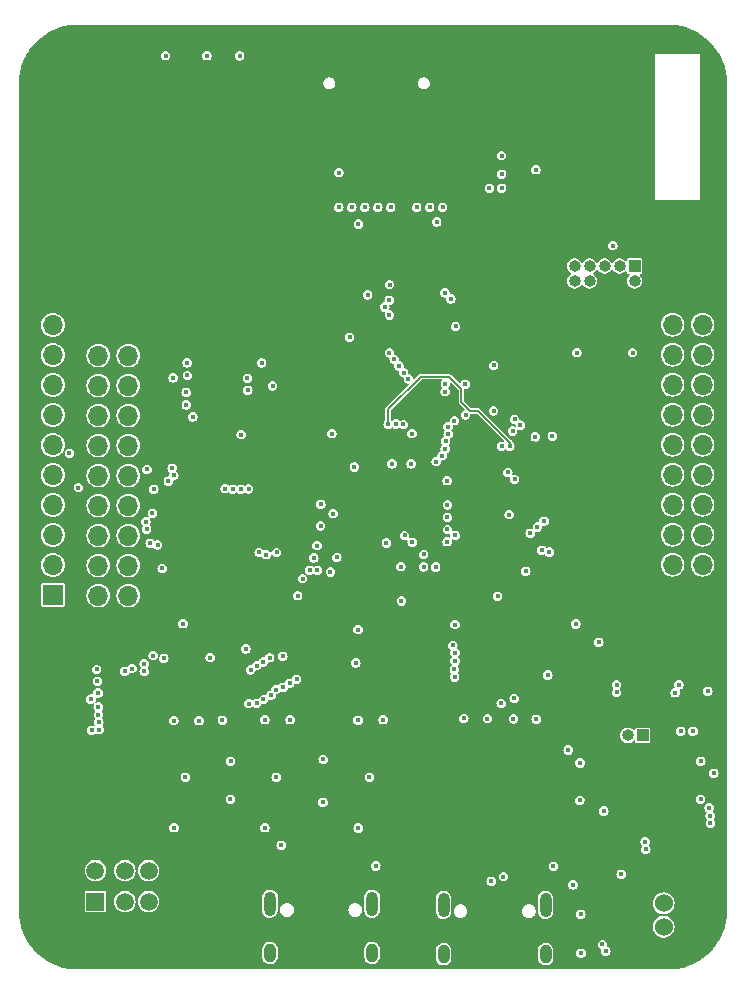
<source format=gbr>
%TF.GenerationSoftware,KiCad,Pcbnew,7.0.9*%
%TF.CreationDate,2024-06-03T19:44:05+03:00*%
%TF.ProjectId,LinuxCore-v2,4c696e75-7843-46f7-9265-2d76322e6b69,rev?*%
%TF.SameCoordinates,Original*%
%TF.FileFunction,Copper,L2,Inr*%
%TF.FilePolarity,Positive*%
%FSLAX46Y46*%
G04 Gerber Fmt 4.6, Leading zero omitted, Abs format (unit mm)*
G04 Created by KiCad (PCBNEW 7.0.9) date 2024-06-03 19:44:05*
%MOMM*%
%LPD*%
G01*
G04 APERTURE LIST*
%TA.AperFunction,ComponentPad*%
%ADD10R,1.700000X1.700000*%
%TD*%
%TA.AperFunction,ComponentPad*%
%ADD11O,1.700000X1.700000*%
%TD*%
%TA.AperFunction,ComponentPad*%
%ADD12R,1.000000X1.000000*%
%TD*%
%TA.AperFunction,ComponentPad*%
%ADD13O,1.000000X1.000000*%
%TD*%
%TA.AperFunction,ComponentPad*%
%ADD14O,1.000000X2.100000*%
%TD*%
%TA.AperFunction,ComponentPad*%
%ADD15O,1.000000X1.600000*%
%TD*%
%TA.AperFunction,ComponentPad*%
%ADD16R,1.500000X1.500000*%
%TD*%
%TA.AperFunction,ComponentPad*%
%ADD17C,1.500000*%
%TD*%
%TA.AperFunction,ComponentPad*%
%ADD18C,3.500000*%
%TD*%
%TA.AperFunction,ComponentPad*%
%ADD19C,1.524000*%
%TD*%
%TA.AperFunction,ViaPad*%
%ADD20C,0.450000*%
%TD*%
%TA.AperFunction,Conductor*%
%ADD21C,0.152400*%
%TD*%
G04 APERTURE END LIST*
D10*
%TO.N,GND*%
%TO.C,J7*%
X179797150Y-97280000D03*
D11*
X177257150Y-97280000D03*
%TO.N,/Header1/3*%
X179797150Y-94740000D03*
%TO.N,/Header1/4*%
X177257150Y-94740000D03*
%TO.N,/Header1/5*%
X179797150Y-92200000D03*
%TO.N,/Header1/6*%
X177257150Y-92200000D03*
%TO.N,/Header1/7*%
X179797150Y-89660000D03*
%TO.N,/Header1/8*%
X177257150Y-89660000D03*
%TO.N,/Header1/9*%
X179797150Y-87120000D03*
%TO.N,/Header1/10*%
X177257150Y-87120000D03*
%TO.N,/Header1/11*%
X179797150Y-84580000D03*
%TO.N,/Header1/12*%
X177257150Y-84580000D03*
%TO.N,/Header1/13*%
X179797150Y-82040000D03*
%TO.N,/Header1/14*%
X177257150Y-82040000D03*
%TO.N,/Header1/15*%
X179797150Y-79500000D03*
%TO.N,/Header1/16*%
X177257150Y-79500000D03*
%TO.N,/Header1/17*%
X179797150Y-76960000D03*
%TO.N,/Header1/18*%
X177257150Y-76960000D03*
%TO.N,+3V3*%
X179797150Y-74420000D03*
X177257150Y-74420000D03*
%TD*%
D10*
%TO.N,/ILI9143 TFT LCD/PEN*%
%TO.C,J3*%
X124797150Y-97295000D03*
D11*
%TO.N,/ILI9143 TFT LCD/CS2*%
X124797150Y-94755000D03*
%TO.N,/ILI9143 TFT LCD/CS1*%
X124797150Y-92215000D03*
%TO.N,/ILI9143 TFT LCD/MISO*%
X124797150Y-89675000D03*
%TO.N,+3V3*%
X124797150Y-87135000D03*
%TO.N,/ILI9143 TFT LCD/DC*%
X124797150Y-84595000D03*
%TO.N,+3V3*%
X124797150Y-82055000D03*
%TO.N,/ILI9143 TFT LCD/MOSI*%
X124797150Y-79515000D03*
%TO.N,/ILI9143 TFT LCD/CLK*%
X124797150Y-76975000D03*
%TO.N,+3V3*%
X124797150Y-74435000D03*
%TO.N,GND*%
X124797150Y-71895000D03*
%TD*%
D10*
%TO.N,GND*%
%TO.C,J8*%
X128632150Y-74485000D03*
D11*
X131172150Y-74485000D03*
%TO.N,/Header2/3*%
X128632150Y-77025000D03*
%TO.N,/Header2/4*%
X131172150Y-77025000D03*
%TO.N,/Header2/5*%
X128632150Y-79565000D03*
%TO.N,/Header2/6*%
X131172150Y-79565000D03*
%TO.N,/Header2/7*%
X128632150Y-82105000D03*
%TO.N,/Header2/8*%
X131172150Y-82105000D03*
%TO.N,/Header2/9*%
X128632150Y-84645000D03*
%TO.N,/Header2/10*%
X131172150Y-84645000D03*
%TO.N,/Header2/11*%
X128632150Y-87185000D03*
%TO.N,/Header2/12*%
X131172150Y-87185000D03*
%TO.N,/Header2/13*%
X128632150Y-89725000D03*
%TO.N,/Header2/14*%
X131172150Y-89725000D03*
%TO.N,/Header2/15*%
X128632150Y-92265000D03*
%TO.N,/Header2/16*%
X131172150Y-92265000D03*
%TO.N,/Header2/17*%
X128632150Y-94805000D03*
%TO.N,/Header2/18*%
X131172150Y-94805000D03*
%TO.N,+3V3*%
X128632150Y-97345000D03*
X131172150Y-97345000D03*
%TD*%
D12*
%TO.N,/AUDIO/RSPKOUT*%
%TO.C,LS1*%
X174737150Y-109180000D03*
D13*
%TO.N,/AUDIO/LSPKOUT*%
X173467150Y-109180000D03*
%TD*%
D14*
%TO.N,Net-(J1-SHIELD)*%
%TO.C,J1*%
X143177150Y-123430000D03*
D15*
X143177150Y-127610000D03*
D14*
X151817150Y-123430000D03*
D15*
X151817150Y-127610000D03*
%TD*%
D16*
%TO.N,VBUS*%
%TO.C,J6*%
X128397148Y-123257685D03*
D17*
%TO.N,Net-(J6-D1-)*%
X130897148Y-123257685D03*
%TO.N,Net-(J6-D1+)*%
X132897148Y-123257685D03*
%TO.N,GND*%
X135397148Y-123257685D03*
%TO.N,VBUS*%
X128397148Y-120637685D03*
%TO.N,Net-(J6-D2-)*%
X130897148Y-120637685D03*
%TO.N,Net-(J6-D2+)*%
X132897148Y-120637685D03*
%TO.N,GND*%
X135397148Y-120637685D03*
D18*
X125327148Y-125967685D03*
X138467148Y-125967685D03*
X125327148Y-120287685D03*
X138467148Y-120287685D03*
%TD*%
D14*
%TO.N,Net-(J2-SHIELD)*%
%TO.C,J2*%
X157877150Y-123530000D03*
D15*
X157877150Y-127710000D03*
D14*
X166517150Y-123530000D03*
D15*
X166517150Y-127710000D03*
%TD*%
D12*
%TO.N,/BLE Module/SWDIO*%
%TO.C,J5*%
X174040000Y-69440000D03*
D13*
%TO.N,+3V3*%
X174040000Y-70710000D03*
%TO.N,/BLE Module/SWDCLK*%
X172770000Y-69440000D03*
%TO.N,GND*%
X172770000Y-70710000D03*
%TO.N,unconnected-(J5-Pin_5-Pad5)*%
X171500000Y-69440000D03*
%TO.N,GND*%
X171500000Y-70710000D03*
%TO.N,unconnected-(J5-Pin_7-Pad7)*%
X170230000Y-69440000D03*
%TO.N,unconnected-(J5-Pin_8-Pad8)*%
X170230000Y-70710000D03*
%TO.N,/BLE Module/NRESET*%
X168960000Y-69440000D03*
%TO.N,unconnected-(J5-Pin_10-Pad10)*%
X168960000Y-70710000D03*
%TD*%
D19*
%TO.N,Net-(C70-Pad1)*%
%TO.C,U11*%
X176507150Y-123390000D03*
%TO.N,Net-(C71-Pad1)*%
X176507150Y-125390000D03*
%TD*%
D20*
%TO.N,GND*%
X148500000Y-73250000D03*
X147000000Y-73250000D03*
X150000000Y-73250000D03*
X147750000Y-73250000D03*
X149250000Y-73250000D03*
X144000000Y-73250000D03*
X142500000Y-73250000D03*
X145500000Y-73250000D03*
X143250000Y-73250000D03*
X144750000Y-73250000D03*
X146250000Y-73250000D03*
X139500000Y-73250000D03*
X138000000Y-73250000D03*
X141000000Y-73250000D03*
X138750000Y-73250000D03*
X140250000Y-73250000D03*
X141750000Y-73250000D03*
X137250000Y-73250000D03*
X136500000Y-73250000D03*
X135750000Y-73250000D03*
X135000000Y-73250000D03*
X134250000Y-73250000D03*
X133500000Y-73250000D03*
X125600000Y-67800000D03*
X125000000Y-67800000D03*
X124400000Y-67800000D03*
X123800000Y-67800000D03*
X123800000Y-64800000D03*
X124400000Y-64800000D03*
X125000000Y-64800000D03*
X125600000Y-64800000D03*
X165475000Y-52875000D03*
X164675000Y-52275000D03*
X131600000Y-51375497D03*
X131600000Y-52000000D03*
X131600000Y-52600000D03*
X132200000Y-52600000D03*
X132200000Y-52000000D03*
X132200000Y-51400000D03*
X132200000Y-50800000D03*
X131600000Y-50800000D03*
X130800000Y-63800000D03*
X130800000Y-64400000D03*
X130800000Y-65000000D03*
X131400000Y-65000000D03*
X131400000Y-64400000D03*
X131400000Y-63800000D03*
X131400000Y-63200000D03*
X130800000Y-63200000D03*
X144510000Y-67537500D03*
X175600000Y-64400000D03*
X175000000Y-64400000D03*
X175000000Y-63600000D03*
X175000000Y-63000000D03*
X163600000Y-62200000D03*
X163600000Y-63400000D03*
X164200000Y-63400000D03*
X164800000Y-63400000D03*
X174200000Y-54400000D03*
X174800000Y-54400000D03*
X175400000Y-54400000D03*
X175400000Y-53800000D03*
X174800000Y-53800000D03*
X174200000Y-53800000D03*
X175400000Y-51600000D03*
X174800000Y-51600000D03*
X174200000Y-51600000D03*
X174200000Y-52200000D03*
X174800000Y-52200000D03*
X175400000Y-52200000D03*
X161820000Y-61690000D03*
X152290000Y-59600000D03*
X153410000Y-61580000D03*
X154520000Y-64480000D03*
X146070000Y-98440000D03*
X132290000Y-107600000D03*
X151892000Y-87884000D03*
X160000000Y-97000000D03*
X163060000Y-119650000D03*
X164270000Y-118380000D03*
X136110000Y-107950000D03*
X146540000Y-100510000D03*
X166890000Y-118710000D03*
X145600000Y-81000000D03*
X145600000Y-82200000D03*
X146770000Y-114690000D03*
X160000000Y-95800000D03*
X179727740Y-115314999D03*
X146200000Y-81000000D03*
X166820000Y-116670000D03*
X160000000Y-97600000D03*
X160600000Y-97600000D03*
X160800000Y-80800000D03*
X137160000Y-111252000D03*
X173170000Y-111520000D03*
X160600000Y-97000000D03*
X146200000Y-82200000D03*
X173130000Y-116760000D03*
X160600000Y-95800000D03*
X145600000Y-81600000D03*
X134620000Y-83150000D03*
X160000000Y-96400000D03*
X138684000Y-114554000D03*
X146200000Y-80400000D03*
X172000000Y-114690000D03*
X160600000Y-96400000D03*
X146200000Y-81600000D03*
X145600000Y-80400000D03*
X148960000Y-113640000D03*
%TO.N,+3V3*%
X141130000Y-101860000D03*
X171437150Y-115590000D03*
X169427150Y-111520000D03*
X173870000Y-76780000D03*
X142470000Y-77640000D03*
X169070000Y-99750000D03*
X177970000Y-108820000D03*
X158840000Y-99800000D03*
X156187150Y-93860000D03*
X136180000Y-78710000D03*
X149010000Y-61540000D03*
X137170000Y-107940000D03*
X148417150Y-83640000D03*
X180240000Y-105450000D03*
X140610000Y-51650000D03*
X162117150Y-77862500D03*
X168417150Y-110420000D03*
X162780000Y-60100000D03*
X128090000Y-108750000D03*
X158887150Y-74550000D03*
X141290000Y-79950000D03*
X169160000Y-76780000D03*
X158177150Y-92790000D03*
X180747150Y-112380000D03*
X169417150Y-114690000D03*
X135047150Y-117005000D03*
X136091200Y-81192427D03*
X152297150Y-64475000D03*
X161760000Y-62850000D03*
X147457150Y-91450000D03*
X158187150Y-87620000D03*
X162440000Y-97400000D03*
X148840000Y-94120000D03*
X156187150Y-94910000D03*
X179627150Y-114590000D03*
%TO.N,+1V2*%
X147670000Y-111220000D03*
X155197150Y-83630000D03*
X147487150Y-89600000D03*
X152750000Y-107860000D03*
X147660000Y-114840000D03*
X158197150Y-89660000D03*
X146880000Y-94150000D03*
X158197150Y-89660000D03*
X157207150Y-94930000D03*
X154247150Y-94900000D03*
X158843841Y-92232154D03*
X133290000Y-102430000D03*
X150647150Y-117030000D03*
%TO.N,Net-(U1C-AVSSADC)*%
X159697150Y-79460000D03*
X162107150Y-81700000D03*
%TO.N,/MPU/nRESET*%
X150437528Y-103049800D03*
X134197150Y-102661032D03*
X171017150Y-101300000D03*
X144260000Y-102480000D03*
X150630000Y-100224100D03*
X158839170Y-102875493D03*
%TO.N,+1V8*%
X142747150Y-117005000D03*
X158197150Y-91750000D03*
X139830000Y-114590000D03*
X158197150Y-90700000D03*
X144880000Y-107860000D03*
X139840000Y-111360000D03*
X148517150Y-90410000D03*
%TO.N,VBUS*%
X152130000Y-120240000D03*
X167180000Y-120260000D03*
X162790000Y-61680000D03*
X169497150Y-124325000D03*
%TO.N,/Voltage Supply/VIN*%
X169510000Y-127630000D03*
X142740000Y-107860000D03*
X150630000Y-107890000D03*
X136009650Y-112717500D03*
X151600000Y-112717500D03*
X135040000Y-107930000D03*
X143700000Y-112717500D03*
%TO.N,Net-(U7-CLK)*%
X153397150Y-64475000D03*
%TO.N,/AUDIO/LMICN*%
X172911200Y-120940000D03*
X168832150Y-121840000D03*
%TO.N,Net-(D3-K)*%
X159580000Y-107745000D03*
%TO.N,/MPU/PF8*%
X158813496Y-104239187D03*
X145520000Y-97360000D03*
%TO.N,Net-(D4-K)*%
X161590000Y-107765000D03*
%TO.N,/MPU/PF9*%
X158781200Y-103600000D03*
X145930000Y-95910000D03*
%TO.N,Net-(D5-K)*%
X165722850Y-107815000D03*
%TO.N,/MPU/PD12*%
X139380983Y-88294499D03*
X162740000Y-106480000D03*
%TO.N,Net-(D6-K)*%
X163790000Y-107785000D03*
%TO.N,/MPU/PD13*%
X163841926Y-106055000D03*
X140020000Y-88330000D03*
%TO.N,/USB/USB_D+*%
X161907861Y-121529567D03*
X162937150Y-121140000D03*
%TO.N,/ILI9143 TFT LCD/PEN*%
X132735768Y-91719568D03*
%TO.N,/ILI9143 TFT LCD/CS2*%
X133220502Y-90365901D03*
%TO.N,/ILI9143 TFT LCD/CS1*%
X134043548Y-95050000D03*
X135032053Y-87178800D03*
%TO.N,/ILI9143 TFT LCD/MISO*%
X133343831Y-88349169D03*
%TO.N,/ILI9143 TFT LCD/DC*%
X150316740Y-86456740D03*
X134896199Y-86553287D03*
X126950000Y-88200000D03*
X163720000Y-83408800D03*
%TO.N,/ILI9143 TFT LCD/MOSI*%
X126200000Y-85290000D03*
X132760000Y-86670000D03*
%TO.N,/ILI9143 TFT LCD/CLK*%
X134567565Y-87667200D03*
%TO.N,/Deneyap Kamera/CAMD4*%
X128500000Y-103600000D03*
X144860000Y-104764300D03*
%TO.N,/Deneyap Kamera/CAMD3*%
X145429832Y-104421400D03*
X130890000Y-103740000D03*
%TO.N,/Deneyap Kamera/CAMD5*%
X144291192Y-105107200D03*
X128570000Y-104600000D03*
%TO.N,/Deneyap Kamera/CAMD2*%
X141530000Y-103638484D03*
X131491843Y-103522312D03*
%TO.N,/Deneyap Kamera/CAMD6*%
X143675388Y-105307184D03*
X128610000Y-105600000D03*
%TO.N,/Deneyap Kamera/CAMPC*%
X143146240Y-102605226D03*
X128020000Y-106110000D03*
%TO.N,/Deneyap Kamera/CAMD7*%
X143258751Y-105793000D03*
X128637266Y-106782710D03*
%TO.N,/Deneyap Kamera/CAMD8*%
X128648389Y-107422616D03*
X142620498Y-106135900D03*
%TO.N,/Deneyap Kamera/CAMXC*%
X128685967Y-108061514D03*
X141380000Y-106495000D03*
%TO.N,/Deneyap Kamera/CAMD9*%
X128730000Y-108700000D03*
X142039233Y-106459570D03*
%TO.N,/Deneyap Kamera/CAMH*%
X132532345Y-103132784D03*
X142616361Y-102964156D03*
%TO.N,/Deneyap Kamera/CAMV*%
X142057551Y-103276140D03*
X132522151Y-103772705D03*
%TO.N,/Deneyap Kamera/CAMSC*%
X142870000Y-93880000D03*
X158000000Y-80080000D03*
X154480000Y-82860000D03*
%TO.N,/Deneyap Kamera/CAMSD*%
X153841188Y-82820985D03*
X142258612Y-93690769D03*
X158020000Y-79430000D03*
%TO.N,/BLE Module/USB_D+*%
X147160000Y-93108798D03*
X157748989Y-85502512D03*
X146550000Y-95200000D03*
X158477488Y-72217488D03*
%TO.N,/BLE Module/USB_D-*%
X157982512Y-71722512D03*
X157254013Y-85997488D03*
%TO.N,/BLE Module/SWDIO*%
X172210000Y-67710000D03*
%TO.N,/BLE Module/NRESET*%
X165680000Y-61290000D03*
X162790000Y-62850000D03*
%TO.N,/Header1/13*%
X158040145Y-84277281D03*
%TO.N,/Header1/14*%
X158005975Y-84916371D03*
%TO.N,/Header1/15*%
X158247964Y-83035184D03*
%TO.N,/Header1/16*%
X158256961Y-83675123D03*
%TO.N,/Header1/17*%
X159730000Y-82052784D03*
X165640000Y-83900000D03*
X143730000Y-93691199D03*
X167082286Y-83850000D03*
X153506020Y-86200000D03*
%TO.N,/Header1/18*%
X155130000Y-86200000D03*
X153030000Y-92900000D03*
X158790000Y-82543984D03*
%TO.N,/Header2/3*%
X154891200Y-78999539D03*
%TO.N,/Header2/4*%
X154491201Y-78464042D03*
%TO.N,/Header2/5*%
X153691200Y-77358406D03*
%TO.N,/Header2/6*%
X154091201Y-77903387D03*
%TO.N,/Header2/7*%
X153291200Y-76800000D03*
%TO.N,/MPU/nRST*%
X135807150Y-99732500D03*
X132656981Y-91084434D03*
%TO.N,/MPU/USB_DETECT*%
X139140000Y-107900000D03*
X144130000Y-118490000D03*
%TO.N,/MPU/PE11*%
X166700000Y-104075900D03*
X154308799Y-97804716D03*
%TO.N,Net-(U2-USB_DM)*%
X137837150Y-51640000D03*
%TO.N,Net-(U2-USB_DP)*%
X134337150Y-51640000D03*
%TO.N,/MPU/PG8*%
X163305202Y-86924798D03*
%TO.N,/MPU/PG0*%
X138120000Y-102600000D03*
X163479424Y-84695912D03*
X153180000Y-82840000D03*
%TO.N,/MPU/PG9*%
X163889852Y-87508799D03*
%TO.N,/MPU/PG1*%
X164840000Y-95291199D03*
X162790000Y-84708800D03*
X163430000Y-90491201D03*
%TO.N,/MPU/PC6*%
X153270000Y-72344100D03*
X153300000Y-71018800D03*
%TO.N,/MPU/PC9*%
X150660000Y-65890000D03*
X148997150Y-64475000D03*
%TO.N,/MPU/PC12*%
X149908800Y-75462089D03*
X153291200Y-73590000D03*
X157797150Y-64475000D03*
%TO.N,/MPU/PC10*%
X150097150Y-64475000D03*
%TO.N,/MPU/PC8*%
X156697150Y-64475000D03*
%TO.N,/MPU/PC5*%
X151442669Y-71892669D03*
X151197150Y-64475000D03*
X152891201Y-72910118D03*
%TO.N,/MPU/PC7*%
X157290000Y-65700000D03*
X155597150Y-64475000D03*
%TO.N,/AUDIO/SDA*%
X141361169Y-88314169D03*
X172522152Y-104910000D03*
X178987150Y-108820000D03*
X177800000Y-104910000D03*
%TO.N,/AUDIO/SCL*%
X140711686Y-88353455D03*
X172522152Y-105550003D03*
X179657150Y-111360000D03*
X177490000Y-105570000D03*
%TO.N,/MPU/PD6*%
X136070000Y-80140000D03*
%TO.N,/MPU/PD2*%
X136170000Y-77640000D03*
X143390000Y-79590000D03*
%TO.N,/MPU/PD7*%
X140740000Y-83710000D03*
X141270000Y-78940000D03*
%TO.N,/MPU/PB4*%
X171605484Y-127455484D03*
X163886946Y-82425900D03*
%TO.N,/MPU/PB6*%
X164380000Y-82920000D03*
X171322186Y-126881597D03*
%TO.N,/MPU/PF3*%
X133655202Y-93045202D03*
%TO.N,/MPU/PF2*%
X133029362Y-92911306D03*
%TO.N,/MPU/PF12*%
X148292025Y-95347362D03*
X158840000Y-102180000D03*
%TO.N,/MPU/PF11*%
X147190003Y-95200000D03*
X158650304Y-101568757D03*
%TO.N,/AUDIO/I2S_LRCK*%
X166810000Y-93660000D03*
X174940000Y-118180000D03*
%TO.N,/AUDIO/I2S_BCLK*%
X166181514Y-93508800D03*
X174990000Y-118840000D03*
%TO.N,/AUDIO/I2S_DI*%
X166374641Y-91048800D03*
X180470973Y-116628378D03*
%TO.N,/AUDIO/I2S_DO*%
X165820000Y-91540000D03*
X180443818Y-115988952D03*
%TO.N,/AUDIO/I2S_MCLK*%
X180367718Y-115309378D03*
X165198138Y-92057254D03*
%TO.N,/MPU/PD5*%
X136640000Y-82220000D03*
X134970000Y-78910000D03*
%TO.N,/MPU/USB1_D-*%
X155213320Y-92822940D03*
%TO.N,/MPU/USB1_D+*%
X154573321Y-92260000D03*
%TD*%
D21*
%TO.N,/MPU/PG0*%
X158310000Y-78800000D02*
X159390000Y-79880000D01*
X153180000Y-81560000D02*
X155940000Y-78800000D01*
X159390000Y-79880000D02*
X159390000Y-80970000D01*
X160140000Y-81720000D02*
X160810000Y-81720000D01*
X160810000Y-81720000D02*
X163479424Y-84389424D01*
X163479424Y-84389424D02*
X163479424Y-84695912D01*
X155940000Y-78800000D02*
X158310000Y-78800000D01*
X159390000Y-80970000D02*
X160140000Y-81720000D01*
X153180000Y-82840000D02*
X153180000Y-81560000D01*
%TD*%
%TA.AperFunction,Conductor*%
%TO.N,GND*%
G36*
X177104221Y-49009062D02*
G01*
X177314672Y-49018273D01*
X177317623Y-49018521D01*
X177526700Y-49044580D01*
X177736018Y-49072136D01*
X177738796Y-49072610D01*
X177947068Y-49116278D01*
X178151220Y-49161535D01*
X178153752Y-49162192D01*
X178358724Y-49223213D01*
X178364466Y-49225024D01*
X178557302Y-49285824D01*
X178559658Y-49286654D01*
X178759333Y-49364565D01*
X178951391Y-49444117D01*
X178953466Y-49445052D01*
X179134967Y-49533782D01*
X179146377Y-49539360D01*
X179163852Y-49548457D01*
X179330569Y-49635243D01*
X179332403Y-49636264D01*
X179517113Y-49746326D01*
X179692140Y-49857829D01*
X179693786Y-49858940D01*
X179868909Y-49983973D01*
X179871169Y-49985707D01*
X180033564Y-50110315D01*
X180034964Y-50111445D01*
X180199270Y-50250603D01*
X180351160Y-50389784D01*
X180352894Y-50391373D01*
X180505791Y-50544269D01*
X180584249Y-50629889D01*
X180644811Y-50695981D01*
X180646570Y-50697900D01*
X180785736Y-50862213D01*
X180786874Y-50863625D01*
X180913194Y-51028247D01*
X181038217Y-51203350D01*
X181039328Y-51204996D01*
X181150859Y-51380063D01*
X181260885Y-51564711D01*
X181261937Y-51566597D01*
X181357814Y-51750771D01*
X181452121Y-51943681D01*
X181453080Y-51945806D01*
X181532606Y-52137797D01*
X181610533Y-52337507D01*
X181611365Y-52339868D01*
X181673984Y-52538468D01*
X181734987Y-52743373D01*
X181735659Y-52745964D01*
X181780900Y-52950033D01*
X181824581Y-53158362D01*
X181825060Y-53161171D01*
X181852619Y-53370504D01*
X181878665Y-53579462D01*
X181878918Y-53582474D01*
X181888607Y-53804341D01*
X181896650Y-53998814D01*
X181896650Y-124000000D01*
X181887190Y-124228703D01*
X181879020Y-124416311D01*
X181878767Y-124419327D01*
X181850779Y-124643856D01*
X181825278Y-124837551D01*
X181824799Y-124840360D01*
X181779070Y-125058451D01*
X181736010Y-125252677D01*
X181735338Y-125255268D01*
X181672166Y-125467461D01*
X181611857Y-125658735D01*
X181611025Y-125661096D01*
X181530816Y-125866653D01*
X181453736Y-126052737D01*
X181452778Y-126054862D01*
X181356035Y-126252752D01*
X181262790Y-126431873D01*
X181261738Y-126433758D01*
X181149089Y-126622810D01*
X181040387Y-126793431D01*
X181039276Y-126795077D01*
X180911469Y-126974083D01*
X180788171Y-127134765D01*
X180787033Y-127136176D01*
X180644879Y-127304018D01*
X180507379Y-127454071D01*
X180351234Y-127610215D01*
X180201184Y-127747709D01*
X180033345Y-127889858D01*
X180031934Y-127890996D01*
X179871251Y-128014292D01*
X179692205Y-128142126D01*
X179690559Y-128143237D01*
X179519975Y-128251909D01*
X179330904Y-128364569D01*
X179329019Y-128365620D01*
X179149929Y-128458847D01*
X178952014Y-128555600D01*
X178949889Y-128556559D01*
X178763817Y-128633631D01*
X178558249Y-128713841D01*
X178555887Y-128714673D01*
X178364634Y-128774975D01*
X178152431Y-128838147D01*
X178149841Y-128838819D01*
X177955599Y-128881881D01*
X177737502Y-128927608D01*
X177734693Y-128928087D01*
X177541051Y-128953579D01*
X177316421Y-128981577D01*
X177313409Y-128981830D01*
X177136375Y-128989557D01*
X176940090Y-128997674D01*
X176897150Y-128999450D01*
X176895945Y-128999500D01*
X126897150Y-128999500D01*
X126690087Y-128990937D01*
X126479661Y-128981728D01*
X126476654Y-128981475D01*
X126267706Y-128955432D01*
X126058300Y-128927865D01*
X126055491Y-128927386D01*
X125847241Y-128883723D01*
X125643104Y-128838469D01*
X125640512Y-128837797D01*
X125435605Y-128776795D01*
X125236996Y-128714174D01*
X125234634Y-128713342D01*
X125034982Y-128635440D01*
X124842933Y-128555893D01*
X124840807Y-128554934D01*
X124647922Y-128460639D01*
X124463750Y-128364767D01*
X124461873Y-128363721D01*
X124277186Y-128253673D01*
X124102158Y-128142169D01*
X124100512Y-128141058D01*
X123925390Y-128016026D01*
X123840740Y-127951073D01*
X142524250Y-127951073D01*
X142539735Y-128073659D01*
X142539736Y-128073663D01*
X142600459Y-128227031D01*
X142600461Y-128227036D01*
X142618787Y-128252259D01*
X142697424Y-128360493D01*
X142824528Y-128465643D01*
X142824529Y-128465643D01*
X142824530Y-128465644D01*
X142824533Y-128465646D01*
X142889592Y-128496260D01*
X142973789Y-128535880D01*
X142973791Y-128535880D01*
X142973793Y-128535881D01*
X143031559Y-128546900D01*
X143135828Y-128566790D01*
X143300464Y-128556432D01*
X143457351Y-128505457D01*
X143596632Y-128417066D01*
X143709555Y-128296815D01*
X143789026Y-128152259D01*
X143830050Y-127992480D01*
X143830050Y-127951073D01*
X151164250Y-127951073D01*
X151179735Y-128073659D01*
X151179736Y-128073663D01*
X151240459Y-128227031D01*
X151240461Y-128227036D01*
X151258787Y-128252259D01*
X151337424Y-128360493D01*
X151464528Y-128465643D01*
X151464529Y-128465643D01*
X151464530Y-128465644D01*
X151464533Y-128465646D01*
X151529592Y-128496260D01*
X151613789Y-128535880D01*
X151613791Y-128535880D01*
X151613793Y-128535881D01*
X151671559Y-128546900D01*
X151775828Y-128566790D01*
X151940464Y-128556432D01*
X152097351Y-128505457D01*
X152236632Y-128417066D01*
X152349555Y-128296815D01*
X152429026Y-128152259D01*
X152455006Y-128051073D01*
X157224250Y-128051073D01*
X157239735Y-128173659D01*
X157239736Y-128173663D01*
X157300459Y-128327031D01*
X157300461Y-128327036D01*
X157328494Y-128365620D01*
X157397424Y-128460493D01*
X157524528Y-128565643D01*
X157524529Y-128565643D01*
X157524530Y-128565644D01*
X157524533Y-128565646D01*
X157606628Y-128604276D01*
X157673789Y-128635880D01*
X157673791Y-128635880D01*
X157673793Y-128635881D01*
X157731559Y-128646900D01*
X157835828Y-128666790D01*
X158000464Y-128656432D01*
X158157351Y-128605457D01*
X158296632Y-128517066D01*
X158409555Y-128396815D01*
X158489026Y-128252259D01*
X158530050Y-128092480D01*
X158530050Y-128051073D01*
X165864250Y-128051073D01*
X165879735Y-128173659D01*
X165879736Y-128173663D01*
X165940459Y-128327031D01*
X165940461Y-128327036D01*
X165968494Y-128365620D01*
X166037424Y-128460493D01*
X166164528Y-128565643D01*
X166164529Y-128565643D01*
X166164530Y-128565644D01*
X166164533Y-128565646D01*
X166246628Y-128604276D01*
X166313789Y-128635880D01*
X166313791Y-128635880D01*
X166313793Y-128635881D01*
X166371559Y-128646900D01*
X166475828Y-128666790D01*
X166640464Y-128656432D01*
X166797351Y-128605457D01*
X166936632Y-128517066D01*
X167049555Y-128396815D01*
X167129026Y-128252259D01*
X167170050Y-128092480D01*
X167170050Y-127630000D01*
X169104508Y-127630000D01*
X169124354Y-127755305D01*
X169181951Y-127868344D01*
X169271655Y-127958048D01*
X169271657Y-127958049D01*
X169271658Y-127958050D01*
X169384694Y-128015645D01*
X169384696Y-128015646D01*
X169480951Y-128030891D01*
X169509999Y-128035492D01*
X169510000Y-128035492D01*
X169510001Y-128035492D01*
X169529847Y-128032348D01*
X169635304Y-128015646D01*
X169748342Y-127958050D01*
X169838050Y-127868342D01*
X169895646Y-127755304D01*
X169915492Y-127630000D01*
X169895646Y-127504696D01*
X169838050Y-127391658D01*
X169838049Y-127391657D01*
X169838048Y-127391655D01*
X169748344Y-127301951D01*
X169635304Y-127244354D01*
X169635306Y-127244354D01*
X169510001Y-127224508D01*
X169509999Y-127224508D01*
X169384694Y-127244354D01*
X169271655Y-127301951D01*
X169181951Y-127391655D01*
X169124354Y-127504694D01*
X169104508Y-127629999D01*
X169104508Y-127630000D01*
X167170050Y-127630000D01*
X167170050Y-127368925D01*
X167154564Y-127246340D01*
X167154563Y-127246336D01*
X167093840Y-127092968D01*
X167093838Y-127092963D01*
X167043141Y-127023185D01*
X166996876Y-126959507D01*
X166902699Y-126881597D01*
X170916694Y-126881597D01*
X170936540Y-127006902D01*
X170994137Y-127119941D01*
X171083843Y-127209647D01*
X171178667Y-127257963D01*
X171213748Y-127295584D01*
X171218800Y-127336729D01*
X171199992Y-127455482D01*
X171199992Y-127455484D01*
X171219838Y-127580789D01*
X171277435Y-127693828D01*
X171367139Y-127783532D01*
X171367141Y-127783533D01*
X171367142Y-127783534D01*
X171480178Y-127841129D01*
X171480180Y-127841130D01*
X171576435Y-127856375D01*
X171605483Y-127860976D01*
X171605484Y-127860976D01*
X171605485Y-127860976D01*
X171625331Y-127857832D01*
X171730788Y-127841130D01*
X171843826Y-127783534D01*
X171933534Y-127693826D01*
X171991130Y-127580788D01*
X172010976Y-127455484D01*
X171991130Y-127330180D01*
X171933534Y-127217142D01*
X171933533Y-127217141D01*
X171933532Y-127217139D01*
X171843828Y-127127435D01*
X171749003Y-127079119D01*
X171713921Y-127041498D01*
X171708869Y-127000351D01*
X171710039Y-126992968D01*
X171727678Y-126881597D01*
X171707832Y-126756293D01*
X171650236Y-126643255D01*
X171650235Y-126643254D01*
X171650234Y-126643252D01*
X171560530Y-126553548D01*
X171447490Y-126495951D01*
X171447492Y-126495951D01*
X171322187Y-126476105D01*
X171322185Y-126476105D01*
X171196880Y-126495951D01*
X171083841Y-126553548D01*
X170994137Y-126643252D01*
X170936540Y-126756291D01*
X170916694Y-126881596D01*
X170916694Y-126881597D01*
X166902699Y-126881597D01*
X166869772Y-126854357D01*
X166869770Y-126854356D01*
X166869769Y-126854355D01*
X166869766Y-126854353D01*
X166720511Y-126784120D01*
X166720506Y-126784118D01*
X166558474Y-126753210D01*
X166558472Y-126753210D01*
X166393836Y-126763567D01*
X166236947Y-126814543D01*
X166097667Y-126902934D01*
X165984743Y-127023187D01*
X165905274Y-127167740D01*
X165864250Y-127327521D01*
X165864250Y-128051073D01*
X158530050Y-128051073D01*
X158530050Y-127368925D01*
X158514564Y-127246340D01*
X158514563Y-127246336D01*
X158453840Y-127092968D01*
X158453838Y-127092963D01*
X158403141Y-127023185D01*
X158356876Y-126959507D01*
X158229772Y-126854357D01*
X158229770Y-126854356D01*
X158229769Y-126854355D01*
X158229766Y-126854353D01*
X158080511Y-126784120D01*
X158080506Y-126784118D01*
X157918474Y-126753210D01*
X157918472Y-126753210D01*
X157753836Y-126763567D01*
X157596947Y-126814543D01*
X157457667Y-126902934D01*
X157344743Y-127023187D01*
X157265274Y-127167740D01*
X157224250Y-127327521D01*
X157224250Y-128051073D01*
X152455006Y-128051073D01*
X152470050Y-127992480D01*
X152470050Y-127268925D01*
X152454564Y-127146340D01*
X152454563Y-127146336D01*
X152393840Y-126992968D01*
X152393838Y-126992963D01*
X152343141Y-126923185D01*
X152296876Y-126859507D01*
X152290648Y-126854355D01*
X152205749Y-126784120D01*
X152169772Y-126754357D01*
X152169770Y-126754356D01*
X152169769Y-126754355D01*
X152169766Y-126754353D01*
X152020511Y-126684120D01*
X152020506Y-126684118D01*
X151858474Y-126653210D01*
X151858472Y-126653210D01*
X151693836Y-126663567D01*
X151536947Y-126714543D01*
X151397667Y-126802934D01*
X151284743Y-126923187D01*
X151205274Y-127067740D01*
X151189947Y-127127435D01*
X151165024Y-127224508D01*
X151164250Y-127227521D01*
X151164250Y-127951073D01*
X143830050Y-127951073D01*
X143830050Y-127268925D01*
X143814564Y-127146340D01*
X143814563Y-127146336D01*
X143753840Y-126992968D01*
X143753838Y-126992963D01*
X143703141Y-126923185D01*
X143656876Y-126859507D01*
X143650648Y-126854355D01*
X143565749Y-126784120D01*
X143529772Y-126754357D01*
X143529770Y-126754356D01*
X143529769Y-126754355D01*
X143529766Y-126754353D01*
X143380511Y-126684120D01*
X143380506Y-126684118D01*
X143218474Y-126653210D01*
X143218472Y-126653210D01*
X143053836Y-126663567D01*
X142896947Y-126714543D01*
X142757667Y-126802934D01*
X142644743Y-126923187D01*
X142565274Y-127067740D01*
X142549947Y-127127435D01*
X142525024Y-127224508D01*
X142524250Y-127227521D01*
X142524250Y-127951073D01*
X123840740Y-127951073D01*
X123760745Y-127889692D01*
X123759334Y-127888553D01*
X123635336Y-127783534D01*
X123595032Y-127749399D01*
X123441402Y-127608623D01*
X123288508Y-127455730D01*
X123173459Y-127330178D01*
X123147725Y-127302094D01*
X123008562Y-127137785D01*
X123007424Y-127136373D01*
X122881105Y-126971752D01*
X122768858Y-126814543D01*
X122756073Y-126796637D01*
X122754970Y-126795002D01*
X122748037Y-126784120D01*
X122643437Y-126619931D01*
X122533413Y-126435287D01*
X122532361Y-126433401D01*
X122531566Y-126431873D01*
X122436495Y-126249249D01*
X122342177Y-126056317D01*
X122341218Y-126054192D01*
X122340615Y-126052737D01*
X122261705Y-125862233D01*
X122183765Y-125662491D01*
X122182941Y-125660153D01*
X122120316Y-125461535D01*
X122099019Y-125390000D01*
X175587210Y-125390000D01*
X175607312Y-125581262D01*
X175607312Y-125581264D01*
X175607313Y-125581266D01*
X175633251Y-125661096D01*
X175666744Y-125764175D01*
X175762902Y-125930727D01*
X175891591Y-126073650D01*
X175891596Y-126073654D01*
X176047176Y-126186689D01*
X176047179Y-126186690D01*
X176047180Y-126186691D01*
X176222873Y-126264915D01*
X176410990Y-126304900D01*
X176410992Y-126304900D01*
X176603308Y-126304900D01*
X176603310Y-126304900D01*
X176791427Y-126264915D01*
X176967120Y-126186691D01*
X177122710Y-126073649D01*
X177251397Y-125930727D01*
X177347557Y-125764173D01*
X177406987Y-125581266D01*
X177427090Y-125390000D01*
X177406987Y-125198734D01*
X177347557Y-125015827D01*
X177317074Y-124963029D01*
X177251397Y-124849272D01*
X177122708Y-124706349D01*
X177122703Y-124706345D01*
X176967123Y-124593310D01*
X176791428Y-124515085D01*
X176728721Y-124501756D01*
X176603310Y-124475100D01*
X176410990Y-124475100D01*
X176354694Y-124487066D01*
X176222871Y-124515085D01*
X176047176Y-124593310D01*
X175891596Y-124706345D01*
X175891591Y-124706349D01*
X175762902Y-124849272D01*
X175666744Y-125015824D01*
X175607312Y-125198737D01*
X175587210Y-125390000D01*
X122099019Y-125390000D01*
X122059304Y-125256600D01*
X122058650Y-125254079D01*
X122013390Y-125049923D01*
X122006241Y-125015827D01*
X121969714Y-124841622D01*
X121969242Y-124838852D01*
X121941687Y-124629550D01*
X121915632Y-124420534D01*
X121915380Y-124417524D01*
X121911340Y-124324999D01*
X121905692Y-124195655D01*
X121899417Y-124043926D01*
X121898541Y-124022740D01*
X127494248Y-124022740D01*
X127494249Y-124022742D01*
X127503120Y-124067344D01*
X127536912Y-124117917D01*
X127536913Y-124117917D01*
X127536914Y-124117919D01*
X127587490Y-124151713D01*
X127632091Y-124160585D01*
X129162204Y-124160584D01*
X129206806Y-124151713D01*
X129257382Y-124117919D01*
X129291176Y-124067343D01*
X129300048Y-124022742D01*
X129300047Y-123257685D01*
X129989275Y-123257685D01*
X130009114Y-123446443D01*
X130067762Y-123626945D01*
X130067765Y-123626952D01*
X130162662Y-123791319D01*
X130289663Y-123932367D01*
X130289668Y-123932371D01*
X130443207Y-124043924D01*
X130443210Y-124043925D01*
X130443211Y-124043926D01*
X130616600Y-124121124D01*
X130802249Y-124160585D01*
X130802251Y-124160585D01*
X130992045Y-124160585D01*
X130992047Y-124160585D01*
X131177696Y-124121124D01*
X131351085Y-124043926D01*
X131382540Y-124021073D01*
X131504627Y-123932371D01*
X131504625Y-123932371D01*
X131504634Y-123932366D01*
X131631633Y-123791319D01*
X131726531Y-123626950D01*
X131785182Y-123446442D01*
X131805021Y-123257685D01*
X131989275Y-123257685D01*
X132009114Y-123446443D01*
X132067762Y-123626945D01*
X132067765Y-123626952D01*
X132162662Y-123791319D01*
X132289663Y-123932367D01*
X132289668Y-123932371D01*
X132443207Y-124043924D01*
X132443210Y-124043925D01*
X132443211Y-124043926D01*
X132616600Y-124121124D01*
X132802249Y-124160585D01*
X132802251Y-124160585D01*
X132992045Y-124160585D01*
X132992047Y-124160585D01*
X133177696Y-124121124D01*
X133351085Y-124043926D01*
X133382537Y-124021075D01*
X142524250Y-124021075D01*
X142527137Y-124043926D01*
X142539735Y-124143659D01*
X142539736Y-124143663D01*
X142600459Y-124297031D01*
X142600461Y-124297036D01*
X142648943Y-124363765D01*
X142697424Y-124430493D01*
X142824528Y-124535643D01*
X142824529Y-124535643D01*
X142824530Y-124535644D01*
X142824533Y-124535646D01*
X142906628Y-124574276D01*
X142973789Y-124605880D01*
X142973791Y-124605880D01*
X142973793Y-124605881D01*
X143031559Y-124616900D01*
X143135828Y-124636790D01*
X143300464Y-124626432D01*
X143457351Y-124575457D01*
X143596632Y-124487066D01*
X143709555Y-124366815D01*
X143789026Y-124222259D01*
X143830050Y-124062480D01*
X143830050Y-123960000D01*
X144026684Y-123960000D01*
X144046463Y-124110237D01*
X144050973Y-124121124D01*
X144104452Y-124250233D01*
X144104453Y-124250235D01*
X144104454Y-124250236D01*
X144196698Y-124370451D01*
X144274948Y-124430494D01*
X144316917Y-124462698D01*
X144456914Y-124520687D01*
X144569430Y-124535500D01*
X144569433Y-124535500D01*
X144644867Y-124535500D01*
X144644870Y-124535500D01*
X144757386Y-124520687D01*
X144897383Y-124462698D01*
X145017601Y-124370451D01*
X145109848Y-124250233D01*
X145167837Y-124110236D01*
X145187616Y-123960000D01*
X149806684Y-123960000D01*
X149826463Y-124110237D01*
X149830973Y-124121124D01*
X149884452Y-124250233D01*
X149884453Y-124250235D01*
X149884454Y-124250236D01*
X149976698Y-124370451D01*
X150054948Y-124430494D01*
X150096917Y-124462698D01*
X150236914Y-124520687D01*
X150349430Y-124535500D01*
X150349433Y-124535500D01*
X150424867Y-124535500D01*
X150424870Y-124535500D01*
X150537386Y-124520687D01*
X150677383Y-124462698D01*
X150797601Y-124370451D01*
X150889848Y-124250233D01*
X150947837Y-124110236D01*
X150959575Y-124021075D01*
X151164250Y-124021075D01*
X151167137Y-124043926D01*
X151179735Y-124143659D01*
X151179736Y-124143663D01*
X151240459Y-124297031D01*
X151240461Y-124297036D01*
X151288943Y-124363765D01*
X151337424Y-124430493D01*
X151464528Y-124535643D01*
X151464529Y-124535643D01*
X151464530Y-124535644D01*
X151464533Y-124535646D01*
X151546628Y-124574276D01*
X151613789Y-124605880D01*
X151613791Y-124605880D01*
X151613793Y-124605881D01*
X151671559Y-124616900D01*
X151775828Y-124636790D01*
X151940464Y-124626432D01*
X152097351Y-124575457D01*
X152236632Y-124487066D01*
X152349555Y-124366815D01*
X152429026Y-124222259D01*
X152455006Y-124121073D01*
X157224250Y-124121073D01*
X157239735Y-124243659D01*
X157239736Y-124243663D01*
X157300459Y-124397031D01*
X157300461Y-124397036D01*
X157314465Y-124416311D01*
X157397424Y-124530493D01*
X157524528Y-124635643D01*
X157524529Y-124635643D01*
X157524530Y-124635644D01*
X157524533Y-124635646D01*
X157606628Y-124674276D01*
X157673789Y-124705880D01*
X157673791Y-124705880D01*
X157673793Y-124705881D01*
X157731559Y-124716900D01*
X157835828Y-124736790D01*
X158000464Y-124726432D01*
X158157351Y-124675457D01*
X158296632Y-124587066D01*
X158409555Y-124466815D01*
X158489026Y-124322259D01*
X158530050Y-124162480D01*
X158530050Y-124060000D01*
X158726684Y-124060000D01*
X158740175Y-124162478D01*
X158746463Y-124210236D01*
X158804452Y-124350233D01*
X158804453Y-124350235D01*
X158804454Y-124350236D01*
X158896698Y-124470451D01*
X158981662Y-124535646D01*
X159016917Y-124562698D01*
X159156914Y-124620687D01*
X159269430Y-124635500D01*
X159269433Y-124635500D01*
X159344867Y-124635500D01*
X159344870Y-124635500D01*
X159457386Y-124620687D01*
X159597383Y-124562698D01*
X159717601Y-124470451D01*
X159809848Y-124350233D01*
X159867837Y-124210236D01*
X159887616Y-124060000D01*
X164506684Y-124060000D01*
X164520175Y-124162478D01*
X164526463Y-124210236D01*
X164584452Y-124350233D01*
X164584453Y-124350235D01*
X164584454Y-124350236D01*
X164676698Y-124470451D01*
X164761662Y-124535646D01*
X164796917Y-124562698D01*
X164936914Y-124620687D01*
X165049430Y-124635500D01*
X165049433Y-124635500D01*
X165124867Y-124635500D01*
X165124870Y-124635500D01*
X165237386Y-124620687D01*
X165377383Y-124562698D01*
X165497601Y-124470451D01*
X165589848Y-124350233D01*
X165647837Y-124210236D01*
X165659576Y-124121073D01*
X165864250Y-124121073D01*
X165879735Y-124243659D01*
X165879736Y-124243663D01*
X165940459Y-124397031D01*
X165940461Y-124397036D01*
X165954465Y-124416311D01*
X166037424Y-124530493D01*
X166164528Y-124635643D01*
X166164529Y-124635643D01*
X166164530Y-124635644D01*
X166164533Y-124635646D01*
X166246628Y-124674276D01*
X166313789Y-124705880D01*
X166313791Y-124705880D01*
X166313793Y-124705881D01*
X166371559Y-124716900D01*
X166475828Y-124736790D01*
X166640464Y-124726432D01*
X166797351Y-124675457D01*
X166936632Y-124587066D01*
X167049555Y-124466815D01*
X167127519Y-124325000D01*
X169091658Y-124325000D01*
X169111504Y-124450305D01*
X169169101Y-124563344D01*
X169258805Y-124653048D01*
X169258807Y-124653049D01*
X169258808Y-124653050D01*
X169371844Y-124710645D01*
X169371846Y-124710646D01*
X169468101Y-124725891D01*
X169497149Y-124730492D01*
X169497150Y-124730492D01*
X169497151Y-124730492D01*
X169522784Y-124726432D01*
X169622454Y-124710646D01*
X169735492Y-124653050D01*
X169825200Y-124563342D01*
X169882796Y-124450304D01*
X169902642Y-124325000D01*
X169882796Y-124199696D01*
X169825200Y-124086658D01*
X169825199Y-124086657D01*
X169825198Y-124086655D01*
X169735494Y-123996951D01*
X169622454Y-123939354D01*
X169622456Y-123939354D01*
X169497151Y-123919508D01*
X169497149Y-123919508D01*
X169371844Y-123939354D01*
X169258805Y-123996951D01*
X169169101Y-124086655D01*
X169111504Y-124199694D01*
X169091658Y-124324999D01*
X169091658Y-124325000D01*
X167127519Y-124325000D01*
X167129026Y-124322259D01*
X167170050Y-124162480D01*
X167170050Y-123390000D01*
X175587210Y-123390000D01*
X175607312Y-123581262D01*
X175607312Y-123581264D01*
X175607313Y-123581266D01*
X175636067Y-123669763D01*
X175666744Y-123764175D01*
X175762902Y-123930727D01*
X175891591Y-124073650D01*
X175891596Y-124073654D01*
X176047176Y-124186689D01*
X176047179Y-124186690D01*
X176047180Y-124186691D01*
X176222873Y-124264915D01*
X176410990Y-124304900D01*
X176410992Y-124304900D01*
X176603308Y-124304900D01*
X176603310Y-124304900D01*
X176791427Y-124264915D01*
X176967120Y-124186691D01*
X177003054Y-124160584D01*
X177072423Y-124110184D01*
X177122710Y-124073649D01*
X177251397Y-123930727D01*
X177347557Y-123764173D01*
X177406987Y-123581266D01*
X177427090Y-123390000D01*
X177406987Y-123198734D01*
X177347557Y-123015827D01*
X177279253Y-122897521D01*
X177251397Y-122849272D01*
X177122708Y-122706349D01*
X177122703Y-122706345D01*
X176967123Y-122593310D01*
X176791428Y-122515085D01*
X176728721Y-122501756D01*
X176603310Y-122475100D01*
X176410990Y-122475100D01*
X176328531Y-122492627D01*
X176222871Y-122515085D01*
X176047176Y-122593310D01*
X175891596Y-122706345D01*
X175891591Y-122706349D01*
X175762902Y-122849272D01*
X175666744Y-123015824D01*
X175607312Y-123198737D01*
X175587210Y-123390000D01*
X167170050Y-123390000D01*
X167170050Y-122938925D01*
X167154564Y-122816340D01*
X167154563Y-122816336D01*
X167093840Y-122662968D01*
X167093838Y-122662963D01*
X167035744Y-122583004D01*
X166996876Y-122529507D01*
X166869772Y-122424357D01*
X166869770Y-122424356D01*
X166869769Y-122424355D01*
X166869766Y-122424353D01*
X166720511Y-122354120D01*
X166720506Y-122354118D01*
X166558474Y-122323210D01*
X166558472Y-122323210D01*
X166393836Y-122333567D01*
X166236947Y-122384543D01*
X166097667Y-122472934D01*
X165984743Y-122593187D01*
X165905274Y-122737740D01*
X165905274Y-122737741D01*
X165866586Y-122888424D01*
X165864250Y-122897521D01*
X165864250Y-124121073D01*
X165659576Y-124121073D01*
X165667616Y-124060000D01*
X165647837Y-123909764D01*
X165589848Y-123769767D01*
X165585556Y-123764173D01*
X165497601Y-123649548D01*
X165377386Y-123557304D01*
X165377385Y-123557303D01*
X165377383Y-123557302D01*
X165286884Y-123519816D01*
X165237387Y-123499313D01*
X165209257Y-123495609D01*
X165124870Y-123484500D01*
X165049430Y-123484500D01*
X164981920Y-123493387D01*
X164936912Y-123499313D01*
X164837916Y-123540319D01*
X164796917Y-123557302D01*
X164796916Y-123557302D01*
X164796913Y-123557304D01*
X164676698Y-123649548D01*
X164584454Y-123769763D01*
X164526463Y-123909762D01*
X164506684Y-124060000D01*
X159887616Y-124060000D01*
X159867837Y-123909764D01*
X159809848Y-123769767D01*
X159805556Y-123764173D01*
X159717601Y-123649548D01*
X159597386Y-123557304D01*
X159597385Y-123557303D01*
X159597383Y-123557302D01*
X159506884Y-123519816D01*
X159457387Y-123499313D01*
X159429257Y-123495609D01*
X159344870Y-123484500D01*
X159269430Y-123484500D01*
X159201920Y-123493387D01*
X159156912Y-123499313D01*
X159057916Y-123540319D01*
X159016917Y-123557302D01*
X159016916Y-123557302D01*
X159016913Y-123557304D01*
X158896698Y-123649548D01*
X158804454Y-123769763D01*
X158746463Y-123909762D01*
X158726684Y-124060000D01*
X158530050Y-124060000D01*
X158530050Y-122938925D01*
X158514564Y-122816340D01*
X158514563Y-122816336D01*
X158453840Y-122662968D01*
X158453838Y-122662963D01*
X158395744Y-122583004D01*
X158356876Y-122529507D01*
X158229772Y-122424357D01*
X158229770Y-122424356D01*
X158229769Y-122424355D01*
X158229766Y-122424353D01*
X158080511Y-122354120D01*
X158080506Y-122354118D01*
X157918474Y-122323210D01*
X157918472Y-122323210D01*
X157753836Y-122333567D01*
X157596947Y-122384543D01*
X157457667Y-122472934D01*
X157344743Y-122593187D01*
X157265274Y-122737740D01*
X157265274Y-122737741D01*
X157226586Y-122888424D01*
X157224250Y-122897521D01*
X157224250Y-124121073D01*
X152455006Y-124121073D01*
X152470050Y-124062480D01*
X152470050Y-122838925D01*
X152454564Y-122716340D01*
X152454563Y-122716336D01*
X152393840Y-122562968D01*
X152393838Y-122562963D01*
X152342736Y-122492628D01*
X152296876Y-122429507D01*
X152290648Y-122424355D01*
X152205749Y-122354120D01*
X152169772Y-122324357D01*
X152169770Y-122324356D01*
X152169769Y-122324355D01*
X152169766Y-122324353D01*
X152020511Y-122254120D01*
X152020506Y-122254118D01*
X151858474Y-122223210D01*
X151858472Y-122223210D01*
X151693836Y-122233567D01*
X151536947Y-122284543D01*
X151397667Y-122372934D01*
X151284743Y-122493187D01*
X151205274Y-122637740D01*
X151205274Y-122637741D01*
X151164250Y-122797520D01*
X151164250Y-124021075D01*
X150959575Y-124021075D01*
X150967616Y-123960000D01*
X150947837Y-123809764D01*
X150889848Y-123669767D01*
X150874334Y-123649549D01*
X150797601Y-123549548D01*
X150677386Y-123457304D01*
X150677385Y-123457303D01*
X150677383Y-123457302D01*
X150586884Y-123419816D01*
X150537387Y-123399313D01*
X150509257Y-123395609D01*
X150424870Y-123384500D01*
X150349430Y-123384500D01*
X150281920Y-123393387D01*
X150236912Y-123399313D01*
X150137916Y-123440319D01*
X150096917Y-123457302D01*
X150096916Y-123457302D01*
X150096913Y-123457304D01*
X149976698Y-123549548D01*
X149884454Y-123669763D01*
X149826463Y-123809762D01*
X149806684Y-123960000D01*
X145187616Y-123960000D01*
X145167837Y-123809764D01*
X145109848Y-123669767D01*
X145094334Y-123649549D01*
X145017601Y-123549548D01*
X144897386Y-123457304D01*
X144897385Y-123457303D01*
X144897383Y-123457302D01*
X144806884Y-123419816D01*
X144757387Y-123399313D01*
X144729257Y-123395609D01*
X144644870Y-123384500D01*
X144569430Y-123384500D01*
X144501920Y-123393387D01*
X144456912Y-123399313D01*
X144357916Y-123440319D01*
X144316917Y-123457302D01*
X144316916Y-123457302D01*
X144316913Y-123457304D01*
X144196698Y-123549548D01*
X144104454Y-123669763D01*
X144046463Y-123809762D01*
X144026684Y-123960000D01*
X143830050Y-123960000D01*
X143830050Y-122838925D01*
X143814564Y-122716340D01*
X143814563Y-122716336D01*
X143753840Y-122562968D01*
X143753838Y-122562963D01*
X143702736Y-122492628D01*
X143656876Y-122429507D01*
X143650648Y-122424355D01*
X143565749Y-122354120D01*
X143529772Y-122324357D01*
X143529770Y-122324356D01*
X143529769Y-122324355D01*
X143529766Y-122324353D01*
X143380511Y-122254120D01*
X143380506Y-122254118D01*
X143218474Y-122223210D01*
X143218472Y-122223210D01*
X143053836Y-122233567D01*
X142896947Y-122284543D01*
X142757667Y-122372934D01*
X142644743Y-122493187D01*
X142565274Y-122637740D01*
X142565274Y-122637741D01*
X142524250Y-122797520D01*
X142524250Y-124021075D01*
X133382537Y-124021075D01*
X133382540Y-124021073D01*
X133504627Y-123932371D01*
X133504625Y-123932371D01*
X133504634Y-123932366D01*
X133631633Y-123791319D01*
X133726531Y-123626950D01*
X133785182Y-123446442D01*
X133805021Y-123257685D01*
X133785182Y-123068928D01*
X133742942Y-122938926D01*
X133726533Y-122888424D01*
X133726530Y-122888417D01*
X133631633Y-122724050D01*
X133527638Y-122608553D01*
X133504634Y-122583004D01*
X133504633Y-122583003D01*
X133504632Y-122583002D01*
X133504627Y-122582998D01*
X133351088Y-122471445D01*
X133177697Y-122394246D01*
X133077431Y-122372934D01*
X132992047Y-122354785D01*
X132802249Y-122354785D01*
X132716865Y-122372934D01*
X132616598Y-122394246D01*
X132443208Y-122471445D01*
X132289668Y-122582998D01*
X132289663Y-122583002D01*
X132162662Y-122724050D01*
X132067765Y-122888417D01*
X132067762Y-122888424D01*
X132009114Y-123068926D01*
X131989275Y-123257685D01*
X131805021Y-123257685D01*
X131785182Y-123068928D01*
X131742942Y-122938926D01*
X131726533Y-122888424D01*
X131726530Y-122888417D01*
X131631633Y-122724050D01*
X131527638Y-122608553D01*
X131504634Y-122583004D01*
X131504633Y-122583003D01*
X131504632Y-122583002D01*
X131504627Y-122582998D01*
X131351088Y-122471445D01*
X131177697Y-122394246D01*
X131077431Y-122372934D01*
X130992047Y-122354785D01*
X130802249Y-122354785D01*
X130716865Y-122372934D01*
X130616598Y-122394246D01*
X130443208Y-122471445D01*
X130289668Y-122582998D01*
X130289663Y-122583002D01*
X130162662Y-122724050D01*
X130067765Y-122888417D01*
X130067762Y-122888424D01*
X130009114Y-123068926D01*
X129989275Y-123257685D01*
X129300047Y-123257685D01*
X129300047Y-122492629D01*
X129291176Y-122448027D01*
X129278801Y-122429507D01*
X129257383Y-122397452D01*
X129252585Y-122394246D01*
X129206806Y-122363657D01*
X129206804Y-122363656D01*
X129162205Y-122354785D01*
X127632092Y-122354785D01*
X127632090Y-122354786D01*
X127587488Y-122363657D01*
X127536915Y-122397449D01*
X127503120Y-122448027D01*
X127503119Y-122448028D01*
X127494248Y-122492627D01*
X127494248Y-124022740D01*
X121898541Y-124022740D01*
X121897650Y-124001209D01*
X121897650Y-120637685D01*
X127489275Y-120637685D01*
X127509114Y-120826443D01*
X127567762Y-121006945D01*
X127567765Y-121006952D01*
X127662662Y-121171319D01*
X127789663Y-121312367D01*
X127789668Y-121312371D01*
X127943207Y-121423924D01*
X127943210Y-121423925D01*
X127943211Y-121423926D01*
X128116600Y-121501124D01*
X128302249Y-121540585D01*
X128302251Y-121540585D01*
X128492045Y-121540585D01*
X128492047Y-121540585D01*
X128677696Y-121501124D01*
X128851085Y-121423926D01*
X129004634Y-121312366D01*
X129131633Y-121171319D01*
X129192840Y-121065305D01*
X129226530Y-121006952D01*
X129226533Y-121006945D01*
X129248285Y-120939999D01*
X129285182Y-120826442D01*
X129305021Y-120637685D01*
X129989275Y-120637685D01*
X130009114Y-120826443D01*
X130067762Y-121006945D01*
X130067765Y-121006952D01*
X130162662Y-121171319D01*
X130289663Y-121312367D01*
X130289668Y-121312371D01*
X130443207Y-121423924D01*
X130443210Y-121423925D01*
X130443211Y-121423926D01*
X130616600Y-121501124D01*
X130802249Y-121540585D01*
X130802251Y-121540585D01*
X130992045Y-121540585D01*
X130992047Y-121540585D01*
X131177696Y-121501124D01*
X131351085Y-121423926D01*
X131504634Y-121312366D01*
X131631633Y-121171319D01*
X131692840Y-121065305D01*
X131726530Y-121006952D01*
X131726533Y-121006945D01*
X131748285Y-120939999D01*
X131785182Y-120826442D01*
X131805021Y-120637685D01*
X131989275Y-120637685D01*
X132009114Y-120826443D01*
X132067762Y-121006945D01*
X132067765Y-121006952D01*
X132162662Y-121171319D01*
X132289663Y-121312367D01*
X132289668Y-121312371D01*
X132443207Y-121423924D01*
X132443210Y-121423925D01*
X132443211Y-121423926D01*
X132616600Y-121501124D01*
X132802249Y-121540585D01*
X132802251Y-121540585D01*
X132992045Y-121540585D01*
X132992047Y-121540585D01*
X133043883Y-121529567D01*
X161502369Y-121529567D01*
X161522215Y-121654872D01*
X161579812Y-121767911D01*
X161669516Y-121857615D01*
X161669518Y-121857616D01*
X161669519Y-121857617D01*
X161782555Y-121915212D01*
X161782557Y-121915213D01*
X161878812Y-121930458D01*
X161907860Y-121935059D01*
X161907861Y-121935059D01*
X161907862Y-121935059D01*
X161927708Y-121931915D01*
X162033165Y-121915213D01*
X162146203Y-121857617D01*
X162163820Y-121840000D01*
X168426658Y-121840000D01*
X168446504Y-121965305D01*
X168504101Y-122078344D01*
X168593805Y-122168048D01*
X168593807Y-122168049D01*
X168593808Y-122168050D01*
X168706844Y-122225645D01*
X168706846Y-122225646D01*
X168803101Y-122240891D01*
X168832149Y-122245492D01*
X168832150Y-122245492D01*
X168832151Y-122245492D01*
X168851997Y-122242348D01*
X168957454Y-122225646D01*
X169070492Y-122168050D01*
X169160200Y-122078342D01*
X169217796Y-121965304D01*
X169237642Y-121840000D01*
X169217796Y-121714696D01*
X169160200Y-121601658D01*
X169160199Y-121601657D01*
X169160198Y-121601655D01*
X169070494Y-121511951D01*
X168957454Y-121454354D01*
X168957456Y-121454354D01*
X168832151Y-121434508D01*
X168832149Y-121434508D01*
X168706844Y-121454354D01*
X168593805Y-121511951D01*
X168504101Y-121601655D01*
X168446504Y-121714694D01*
X168426658Y-121839999D01*
X168426658Y-121840000D01*
X162163820Y-121840000D01*
X162235911Y-121767909D01*
X162293507Y-121654871D01*
X162313353Y-121529567D01*
X162293507Y-121404263D01*
X162235911Y-121291225D01*
X162235910Y-121291224D01*
X162235909Y-121291222D01*
X162146205Y-121201518D01*
X162033165Y-121143921D01*
X162033167Y-121143921D01*
X162008410Y-121140000D01*
X162531658Y-121140000D01*
X162551504Y-121265305D01*
X162609101Y-121378344D01*
X162698805Y-121468048D01*
X162698807Y-121468049D01*
X162698808Y-121468050D01*
X162811844Y-121525645D01*
X162811846Y-121525646D01*
X162906168Y-121540585D01*
X162937149Y-121545492D01*
X162937150Y-121545492D01*
X162937151Y-121545492D01*
X162956997Y-121542348D01*
X163062454Y-121525646D01*
X163175492Y-121468050D01*
X163265200Y-121378342D01*
X163322796Y-121265304D01*
X163342642Y-121140000D01*
X163322796Y-121014696D01*
X163284736Y-120940000D01*
X172505708Y-120940000D01*
X172525554Y-121065305D01*
X172583151Y-121178344D01*
X172672855Y-121268048D01*
X172672857Y-121268049D01*
X172672858Y-121268050D01*
X172785894Y-121325645D01*
X172785896Y-121325646D01*
X172882151Y-121340891D01*
X172911199Y-121345492D01*
X172911200Y-121345492D01*
X172911201Y-121345492D01*
X172931047Y-121342348D01*
X173036504Y-121325646D01*
X173149542Y-121268050D01*
X173239250Y-121178342D01*
X173296846Y-121065304D01*
X173316692Y-120940000D01*
X173296846Y-120814696D01*
X173239250Y-120701658D01*
X173239249Y-120701657D01*
X173239248Y-120701655D01*
X173149544Y-120611951D01*
X173036504Y-120554354D01*
X173036506Y-120554354D01*
X172911201Y-120534508D01*
X172911199Y-120534508D01*
X172785894Y-120554354D01*
X172672855Y-120611951D01*
X172583151Y-120701655D01*
X172525554Y-120814694D01*
X172505708Y-120939999D01*
X172505708Y-120940000D01*
X163284736Y-120940000D01*
X163265200Y-120901658D01*
X163265199Y-120901657D01*
X163265198Y-120901655D01*
X163175494Y-120811951D01*
X163062454Y-120754354D01*
X163062456Y-120754354D01*
X162937151Y-120734508D01*
X162937149Y-120734508D01*
X162811844Y-120754354D01*
X162698805Y-120811951D01*
X162609101Y-120901655D01*
X162551504Y-121014694D01*
X162531658Y-121139999D01*
X162531658Y-121140000D01*
X162008410Y-121140000D01*
X161907862Y-121124075D01*
X161907860Y-121124075D01*
X161782555Y-121143921D01*
X161669516Y-121201518D01*
X161579812Y-121291222D01*
X161522215Y-121404261D01*
X161502369Y-121529566D01*
X161502369Y-121529567D01*
X133043883Y-121529567D01*
X133177696Y-121501124D01*
X133351085Y-121423926D01*
X133504634Y-121312366D01*
X133631633Y-121171319D01*
X133692840Y-121065305D01*
X133726530Y-121006952D01*
X133726533Y-121006945D01*
X133748285Y-120939999D01*
X133785182Y-120826442D01*
X133805021Y-120637685D01*
X133785182Y-120448928D01*
X133765631Y-120388758D01*
X133726533Y-120268424D01*
X133726530Y-120268417D01*
X133710123Y-120240000D01*
X151724508Y-120240000D01*
X151744354Y-120365305D01*
X151801951Y-120478344D01*
X151891655Y-120568048D01*
X151891657Y-120568049D01*
X151891658Y-120568050D01*
X152004694Y-120625645D01*
X152004696Y-120625646D01*
X152100951Y-120640891D01*
X152129999Y-120645492D01*
X152130000Y-120645492D01*
X152130001Y-120645492D01*
X152149847Y-120642348D01*
X152255304Y-120625646D01*
X152368342Y-120568050D01*
X152458050Y-120478342D01*
X152515646Y-120365304D01*
X152532324Y-120260000D01*
X166774508Y-120260000D01*
X166794354Y-120385305D01*
X166851951Y-120498344D01*
X166941655Y-120588048D01*
X166941657Y-120588049D01*
X166941658Y-120588050D01*
X167054694Y-120645645D01*
X167054696Y-120645646D01*
X167150951Y-120660891D01*
X167179999Y-120665492D01*
X167180000Y-120665492D01*
X167180001Y-120665492D01*
X167199847Y-120662348D01*
X167305304Y-120645646D01*
X167418342Y-120588050D01*
X167508050Y-120498342D01*
X167565646Y-120385304D01*
X167585492Y-120260000D01*
X167565646Y-120134696D01*
X167508050Y-120021658D01*
X167508049Y-120021657D01*
X167508048Y-120021655D01*
X167418344Y-119931951D01*
X167305304Y-119874354D01*
X167305306Y-119874354D01*
X167180001Y-119854508D01*
X167179999Y-119854508D01*
X167054694Y-119874354D01*
X166941655Y-119931951D01*
X166851951Y-120021655D01*
X166794354Y-120134694D01*
X166774508Y-120259999D01*
X166774508Y-120260000D01*
X152532324Y-120260000D01*
X152535492Y-120240000D01*
X152515646Y-120114696D01*
X152458050Y-120001658D01*
X152458049Y-120001657D01*
X152458048Y-120001655D01*
X152368344Y-119911951D01*
X152255304Y-119854354D01*
X152255306Y-119854354D01*
X152130001Y-119834508D01*
X152129999Y-119834508D01*
X152004694Y-119854354D01*
X151891655Y-119911951D01*
X151801951Y-120001655D01*
X151744354Y-120114694D01*
X151724508Y-120239999D01*
X151724508Y-120240000D01*
X133710123Y-120240000D01*
X133631633Y-120104050D01*
X133504632Y-119963002D01*
X133504627Y-119962998D01*
X133351088Y-119851445D01*
X133177697Y-119774246D01*
X133115813Y-119761092D01*
X132992047Y-119734785D01*
X132802249Y-119734785D01*
X132709424Y-119754515D01*
X132616598Y-119774246D01*
X132443208Y-119851445D01*
X132289668Y-119962998D01*
X132289663Y-119963002D01*
X132162662Y-120104050D01*
X132067765Y-120268417D01*
X132067762Y-120268424D01*
X132009114Y-120448926D01*
X131989275Y-120637685D01*
X131805021Y-120637685D01*
X131785182Y-120448928D01*
X131765631Y-120388758D01*
X131726533Y-120268424D01*
X131726530Y-120268417D01*
X131631633Y-120104050D01*
X131504632Y-119963002D01*
X131504627Y-119962998D01*
X131351088Y-119851445D01*
X131177697Y-119774246D01*
X131115813Y-119761092D01*
X130992047Y-119734785D01*
X130802249Y-119734785D01*
X130709424Y-119754515D01*
X130616598Y-119774246D01*
X130443208Y-119851445D01*
X130289668Y-119962998D01*
X130289663Y-119963002D01*
X130162662Y-120104050D01*
X130067765Y-120268417D01*
X130067762Y-120268424D01*
X130009114Y-120448926D01*
X129989275Y-120637685D01*
X129305021Y-120637685D01*
X129285182Y-120448928D01*
X129265631Y-120388758D01*
X129226533Y-120268424D01*
X129226530Y-120268417D01*
X129131633Y-120104050D01*
X129004632Y-119963002D01*
X129004627Y-119962998D01*
X128851088Y-119851445D01*
X128677697Y-119774246D01*
X128615813Y-119761092D01*
X128492047Y-119734785D01*
X128302249Y-119734785D01*
X128209424Y-119754515D01*
X128116598Y-119774246D01*
X127943208Y-119851445D01*
X127789668Y-119962998D01*
X127789663Y-119963002D01*
X127662662Y-120104050D01*
X127567765Y-120268417D01*
X127567762Y-120268424D01*
X127509114Y-120448926D01*
X127489275Y-120637685D01*
X121897650Y-120637685D01*
X121897650Y-118490000D01*
X143724508Y-118490000D01*
X143744354Y-118615305D01*
X143801951Y-118728344D01*
X143891655Y-118818048D01*
X143891657Y-118818049D01*
X143891658Y-118818050D01*
X144004694Y-118875645D01*
X144004696Y-118875646D01*
X144100951Y-118890891D01*
X144129999Y-118895492D01*
X144130000Y-118895492D01*
X144130001Y-118895492D01*
X144149847Y-118892348D01*
X144255304Y-118875646D01*
X144368342Y-118818050D01*
X144458050Y-118728342D01*
X144515646Y-118615304D01*
X144535492Y-118490000D01*
X144515646Y-118364696D01*
X144458050Y-118251658D01*
X144458049Y-118251657D01*
X144458048Y-118251655D01*
X144386393Y-118180000D01*
X174534508Y-118180000D01*
X174554354Y-118305305D01*
X174584615Y-118364694D01*
X174611950Y-118418342D01*
X174675433Y-118481825D01*
X174697173Y-118528444D01*
X174683860Y-118578131D01*
X174675435Y-118588172D01*
X174661950Y-118601657D01*
X174604354Y-118714694D01*
X174584508Y-118839999D01*
X174584508Y-118840000D01*
X174604354Y-118965305D01*
X174661951Y-119078344D01*
X174751655Y-119168048D01*
X174751657Y-119168049D01*
X174751658Y-119168050D01*
X174864694Y-119225645D01*
X174864696Y-119225646D01*
X174960951Y-119240891D01*
X174989999Y-119245492D01*
X174990000Y-119245492D01*
X174990001Y-119245492D01*
X175009847Y-119242348D01*
X175115304Y-119225646D01*
X175228342Y-119168050D01*
X175318050Y-119078342D01*
X175375646Y-118965304D01*
X175395492Y-118840000D01*
X175392015Y-118818050D01*
X175391757Y-118816418D01*
X175375646Y-118714696D01*
X175318050Y-118601658D01*
X175318049Y-118601657D01*
X175318048Y-118601655D01*
X175254566Y-118538173D01*
X175232826Y-118491553D01*
X175246140Y-118441866D01*
X175254564Y-118431827D01*
X175268050Y-118418342D01*
X175325646Y-118305304D01*
X175345492Y-118180000D01*
X175325646Y-118054696D01*
X175268050Y-117941658D01*
X175268049Y-117941657D01*
X175268048Y-117941655D01*
X175178344Y-117851951D01*
X175065304Y-117794354D01*
X175065306Y-117794354D01*
X174940001Y-117774508D01*
X174939999Y-117774508D01*
X174814694Y-117794354D01*
X174701655Y-117851951D01*
X174611951Y-117941655D01*
X174554354Y-118054694D01*
X174534508Y-118179999D01*
X174534508Y-118180000D01*
X144386393Y-118180000D01*
X144368344Y-118161951D01*
X144255304Y-118104354D01*
X144255306Y-118104354D01*
X144130001Y-118084508D01*
X144129999Y-118084508D01*
X144004694Y-118104354D01*
X143891655Y-118161951D01*
X143801951Y-118251655D01*
X143744354Y-118364694D01*
X143724508Y-118489999D01*
X143724508Y-118490000D01*
X121897650Y-118490000D01*
X121897650Y-117005000D01*
X134641658Y-117005000D01*
X134661504Y-117130305D01*
X134719101Y-117243344D01*
X134808805Y-117333048D01*
X134808807Y-117333049D01*
X134808808Y-117333050D01*
X134921844Y-117390645D01*
X134921846Y-117390646D01*
X135018101Y-117405891D01*
X135047149Y-117410492D01*
X135047150Y-117410492D01*
X135047151Y-117410492D01*
X135066997Y-117407348D01*
X135172454Y-117390646D01*
X135285492Y-117333050D01*
X135375200Y-117243342D01*
X135432796Y-117130304D01*
X135452642Y-117005000D01*
X142341658Y-117005000D01*
X142361504Y-117130305D01*
X142419101Y-117243344D01*
X142508805Y-117333048D01*
X142508807Y-117333049D01*
X142508808Y-117333050D01*
X142621844Y-117390645D01*
X142621846Y-117390646D01*
X142718101Y-117405891D01*
X142747149Y-117410492D01*
X142747150Y-117410492D01*
X142747151Y-117410492D01*
X142766997Y-117407348D01*
X142872454Y-117390646D01*
X142985492Y-117333050D01*
X143075200Y-117243342D01*
X143132796Y-117130304D01*
X143148682Y-117030000D01*
X150241658Y-117030000D01*
X150261504Y-117155305D01*
X150319101Y-117268344D01*
X150408805Y-117358048D01*
X150408807Y-117358049D01*
X150408808Y-117358050D01*
X150521844Y-117415645D01*
X150521846Y-117415646D01*
X150618101Y-117430891D01*
X150647149Y-117435492D01*
X150647150Y-117435492D01*
X150647151Y-117435492D01*
X150666997Y-117432348D01*
X150772454Y-117415646D01*
X150885492Y-117358050D01*
X150975200Y-117268342D01*
X151032796Y-117155304D01*
X151052642Y-117030000D01*
X151032796Y-116904696D01*
X150975200Y-116791658D01*
X150975199Y-116791657D01*
X150975198Y-116791655D01*
X150885494Y-116701951D01*
X150772454Y-116644354D01*
X150772456Y-116644354D01*
X150647151Y-116624508D01*
X150647149Y-116624508D01*
X150521844Y-116644354D01*
X150408805Y-116701951D01*
X150319101Y-116791655D01*
X150261504Y-116904694D01*
X150241658Y-117029999D01*
X150241658Y-117030000D01*
X143148682Y-117030000D01*
X143152642Y-117005000D01*
X143132796Y-116879696D01*
X143075200Y-116766658D01*
X143075199Y-116766657D01*
X143075198Y-116766655D01*
X142985494Y-116676951D01*
X142872454Y-116619354D01*
X142872456Y-116619354D01*
X142747151Y-116599508D01*
X142747149Y-116599508D01*
X142621844Y-116619354D01*
X142508805Y-116676951D01*
X142419101Y-116766655D01*
X142361504Y-116879694D01*
X142341658Y-117004999D01*
X142341658Y-117005000D01*
X135452642Y-117005000D01*
X135432796Y-116879696D01*
X135375200Y-116766658D01*
X135375199Y-116766657D01*
X135375198Y-116766655D01*
X135285494Y-116676951D01*
X135172454Y-116619354D01*
X135172456Y-116619354D01*
X135047151Y-116599508D01*
X135047149Y-116599508D01*
X134921844Y-116619354D01*
X134808805Y-116676951D01*
X134719101Y-116766655D01*
X134661504Y-116879694D01*
X134641658Y-117004999D01*
X134641658Y-117005000D01*
X121897650Y-117005000D01*
X121897650Y-115590000D01*
X171031658Y-115590000D01*
X171051504Y-115715305D01*
X171109101Y-115828344D01*
X171198805Y-115918048D01*
X171198807Y-115918049D01*
X171198808Y-115918050D01*
X171311844Y-115975645D01*
X171311846Y-115975646D01*
X171395858Y-115988952D01*
X171437149Y-115995492D01*
X171437150Y-115995492D01*
X171437151Y-115995492D01*
X171456997Y-115992348D01*
X171562454Y-115975646D01*
X171675492Y-115918050D01*
X171765200Y-115828342D01*
X171822796Y-115715304D01*
X171842642Y-115590000D01*
X171822796Y-115464696D01*
X171765200Y-115351658D01*
X171765199Y-115351657D01*
X171765198Y-115351655D01*
X171722921Y-115309378D01*
X179962226Y-115309378D01*
X179982072Y-115434683D01*
X180039669Y-115547722D01*
X180125987Y-115634040D01*
X180147727Y-115680660D01*
X180134413Y-115730347D01*
X180125991Y-115740385D01*
X180115769Y-115750608D01*
X180058172Y-115863646D01*
X180038326Y-115988951D01*
X180038326Y-115988952D01*
X180058172Y-116114257D01*
X180115769Y-116227296D01*
X180157541Y-116269068D01*
X180179281Y-116315688D01*
X180165967Y-116365375D01*
X180157543Y-116375415D01*
X180142923Y-116390035D01*
X180085327Y-116503072D01*
X180065481Y-116628377D01*
X180065481Y-116628378D01*
X180085327Y-116753683D01*
X180142924Y-116866722D01*
X180232628Y-116956426D01*
X180232630Y-116956427D01*
X180232631Y-116956428D01*
X180345667Y-117014023D01*
X180345669Y-117014024D01*
X180441924Y-117029269D01*
X180470972Y-117033870D01*
X180470973Y-117033870D01*
X180470974Y-117033870D01*
X180495414Y-117029999D01*
X180596277Y-117014024D01*
X180709315Y-116956428D01*
X180799023Y-116866720D01*
X180856619Y-116753682D01*
X180876465Y-116628378D01*
X180856619Y-116503074D01*
X180799023Y-116390036D01*
X180799022Y-116390035D01*
X180799021Y-116390033D01*
X180757249Y-116348261D01*
X180735509Y-116301641D01*
X180748823Y-116251954D01*
X180757245Y-116241915D01*
X180771868Y-116227294D01*
X180829464Y-116114256D01*
X180849310Y-115988952D01*
X180829464Y-115863648D01*
X180771868Y-115750610D01*
X180771867Y-115750609D01*
X180771866Y-115750607D01*
X180685547Y-115664288D01*
X180663807Y-115617668D01*
X180677121Y-115567981D01*
X180685540Y-115557947D01*
X180695768Y-115547720D01*
X180753364Y-115434682D01*
X180773210Y-115309378D01*
X180753364Y-115184074D01*
X180695768Y-115071036D01*
X180695767Y-115071035D01*
X180695766Y-115071033D01*
X180606062Y-114981329D01*
X180493022Y-114923732D01*
X180493024Y-114923732D01*
X180367719Y-114903886D01*
X180367717Y-114903886D01*
X180242412Y-114923732D01*
X180129373Y-114981329D01*
X180039669Y-115071033D01*
X179982072Y-115184072D01*
X179962226Y-115309377D01*
X179962226Y-115309378D01*
X171722921Y-115309378D01*
X171675494Y-115261951D01*
X171562454Y-115204354D01*
X171562456Y-115204354D01*
X171437151Y-115184508D01*
X171437149Y-115184508D01*
X171311844Y-115204354D01*
X171198805Y-115261951D01*
X171109101Y-115351655D01*
X171051504Y-115464694D01*
X171031658Y-115589999D01*
X171031658Y-115590000D01*
X121897650Y-115590000D01*
X121897650Y-114590000D01*
X139424508Y-114590000D01*
X139444354Y-114715305D01*
X139501951Y-114828344D01*
X139591655Y-114918048D01*
X139591657Y-114918049D01*
X139591658Y-114918050D01*
X139704694Y-114975645D01*
X139704696Y-114975646D01*
X139800951Y-114990891D01*
X139829999Y-114995492D01*
X139830000Y-114995492D01*
X139830001Y-114995492D01*
X139849847Y-114992348D01*
X139955304Y-114975646D01*
X140068342Y-114918050D01*
X140146392Y-114840000D01*
X147254508Y-114840000D01*
X147274354Y-114965305D01*
X147331951Y-115078344D01*
X147421655Y-115168048D01*
X147421657Y-115168049D01*
X147421658Y-115168050D01*
X147534694Y-115225645D01*
X147534696Y-115225646D01*
X147630951Y-115240891D01*
X147659999Y-115245492D01*
X147660000Y-115245492D01*
X147660001Y-115245492D01*
X147679847Y-115242348D01*
X147785304Y-115225646D01*
X147898342Y-115168050D01*
X147988050Y-115078342D01*
X148045646Y-114965304D01*
X148065492Y-114840000D01*
X148045646Y-114714696D01*
X148033063Y-114690000D01*
X169011658Y-114690000D01*
X169031504Y-114815305D01*
X169089101Y-114928344D01*
X169178805Y-115018048D01*
X169178807Y-115018049D01*
X169178808Y-115018050D01*
X169291844Y-115075645D01*
X169291846Y-115075646D01*
X169388101Y-115090891D01*
X169417149Y-115095492D01*
X169417150Y-115095492D01*
X169417151Y-115095492D01*
X169436997Y-115092348D01*
X169542454Y-115075646D01*
X169655492Y-115018050D01*
X169745200Y-114928342D01*
X169802796Y-114815304D01*
X169822642Y-114690000D01*
X169806804Y-114590000D01*
X179221658Y-114590000D01*
X179241504Y-114715305D01*
X179299101Y-114828344D01*
X179388805Y-114918048D01*
X179388807Y-114918049D01*
X179388808Y-114918050D01*
X179501844Y-114975645D01*
X179501846Y-114975646D01*
X179598101Y-114990891D01*
X179627149Y-114995492D01*
X179627150Y-114995492D01*
X179627151Y-114995492D01*
X179646997Y-114992348D01*
X179752454Y-114975646D01*
X179865492Y-114918050D01*
X179955200Y-114828342D01*
X180012796Y-114715304D01*
X180032642Y-114590000D01*
X180012796Y-114464696D01*
X179955200Y-114351658D01*
X179955199Y-114351657D01*
X179955198Y-114351655D01*
X179865494Y-114261951D01*
X179752454Y-114204354D01*
X179752456Y-114204354D01*
X179627151Y-114184508D01*
X179627149Y-114184508D01*
X179501844Y-114204354D01*
X179388805Y-114261951D01*
X179299101Y-114351655D01*
X179241504Y-114464694D01*
X179221658Y-114589999D01*
X179221658Y-114590000D01*
X169806804Y-114590000D01*
X169802796Y-114564696D01*
X169745200Y-114451658D01*
X169745199Y-114451657D01*
X169745198Y-114451655D01*
X169655494Y-114361951D01*
X169542454Y-114304354D01*
X169542456Y-114304354D01*
X169417151Y-114284508D01*
X169417149Y-114284508D01*
X169291844Y-114304354D01*
X169178805Y-114361951D01*
X169089101Y-114451655D01*
X169031504Y-114564694D01*
X169011658Y-114689999D01*
X169011658Y-114690000D01*
X148033063Y-114690000D01*
X147988050Y-114601658D01*
X147988049Y-114601657D01*
X147988048Y-114601655D01*
X147898344Y-114511951D01*
X147785304Y-114454354D01*
X147785306Y-114454354D01*
X147660001Y-114434508D01*
X147659999Y-114434508D01*
X147534694Y-114454354D01*
X147421655Y-114511951D01*
X147331951Y-114601655D01*
X147274354Y-114714694D01*
X147254508Y-114839999D01*
X147254508Y-114840000D01*
X140146392Y-114840000D01*
X140158050Y-114828342D01*
X140215646Y-114715304D01*
X140235492Y-114590000D01*
X140215646Y-114464696D01*
X140158050Y-114351658D01*
X140158049Y-114351657D01*
X140158048Y-114351655D01*
X140068344Y-114261951D01*
X139955304Y-114204354D01*
X139955306Y-114204354D01*
X139830001Y-114184508D01*
X139829999Y-114184508D01*
X139704694Y-114204354D01*
X139591655Y-114261951D01*
X139501951Y-114351655D01*
X139444354Y-114464694D01*
X139424508Y-114589999D01*
X139424508Y-114590000D01*
X121897650Y-114590000D01*
X121897650Y-112717500D01*
X135604158Y-112717500D01*
X135624004Y-112842805D01*
X135681601Y-112955844D01*
X135771305Y-113045548D01*
X135771307Y-113045549D01*
X135771308Y-113045550D01*
X135884344Y-113103145D01*
X135884346Y-113103146D01*
X135980601Y-113118391D01*
X136009649Y-113122992D01*
X136009650Y-113122992D01*
X136009651Y-113122992D01*
X136029497Y-113119848D01*
X136134954Y-113103146D01*
X136247992Y-113045550D01*
X136337700Y-112955842D01*
X136395296Y-112842804D01*
X136415142Y-112717500D01*
X143294508Y-112717500D01*
X143314354Y-112842805D01*
X143371951Y-112955844D01*
X143461655Y-113045548D01*
X143461657Y-113045549D01*
X143461658Y-113045550D01*
X143574694Y-113103145D01*
X143574696Y-113103146D01*
X143670951Y-113118391D01*
X143699999Y-113122992D01*
X143700000Y-113122992D01*
X143700001Y-113122992D01*
X143719847Y-113119848D01*
X143825304Y-113103146D01*
X143938342Y-113045550D01*
X144028050Y-112955842D01*
X144085646Y-112842804D01*
X144105492Y-112717500D01*
X151194508Y-112717500D01*
X151214354Y-112842805D01*
X151271951Y-112955844D01*
X151361655Y-113045548D01*
X151361657Y-113045549D01*
X151361658Y-113045550D01*
X151474694Y-113103145D01*
X151474696Y-113103146D01*
X151570951Y-113118391D01*
X151599999Y-113122992D01*
X151600000Y-113122992D01*
X151600001Y-113122992D01*
X151619847Y-113119848D01*
X151725304Y-113103146D01*
X151838342Y-113045550D01*
X151928050Y-112955842D01*
X151985646Y-112842804D01*
X152005492Y-112717500D01*
X151985646Y-112592196D01*
X151928050Y-112479158D01*
X151928049Y-112479157D01*
X151928048Y-112479155D01*
X151838344Y-112389451D01*
X151819795Y-112380000D01*
X180341658Y-112380000D01*
X180361504Y-112505305D01*
X180419101Y-112618344D01*
X180508805Y-112708048D01*
X180508807Y-112708049D01*
X180508808Y-112708050D01*
X180621844Y-112765645D01*
X180621846Y-112765646D01*
X180718101Y-112780891D01*
X180747149Y-112785492D01*
X180747150Y-112785492D01*
X180747151Y-112785492D01*
X180766997Y-112782348D01*
X180872454Y-112765646D01*
X180985492Y-112708050D01*
X181075200Y-112618342D01*
X181132796Y-112505304D01*
X181152642Y-112380000D01*
X181132796Y-112254696D01*
X181075200Y-112141658D01*
X181075199Y-112141657D01*
X181075198Y-112141655D01*
X180985494Y-112051951D01*
X180872454Y-111994354D01*
X180872456Y-111994354D01*
X180747151Y-111974508D01*
X180747149Y-111974508D01*
X180621844Y-111994354D01*
X180508805Y-112051951D01*
X180419101Y-112141655D01*
X180361504Y-112254694D01*
X180341658Y-112379999D01*
X180341658Y-112380000D01*
X151819795Y-112380000D01*
X151725304Y-112331854D01*
X151725306Y-112331854D01*
X151600001Y-112312008D01*
X151599999Y-112312008D01*
X151474694Y-112331854D01*
X151361655Y-112389451D01*
X151271951Y-112479155D01*
X151214354Y-112592194D01*
X151194508Y-112717499D01*
X151194508Y-112717500D01*
X144105492Y-112717500D01*
X144085646Y-112592196D01*
X144028050Y-112479158D01*
X144028049Y-112479157D01*
X144028048Y-112479155D01*
X143938344Y-112389451D01*
X143825304Y-112331854D01*
X143825306Y-112331854D01*
X143700001Y-112312008D01*
X143699999Y-112312008D01*
X143574694Y-112331854D01*
X143461655Y-112389451D01*
X143371951Y-112479155D01*
X143314354Y-112592194D01*
X143294508Y-112717499D01*
X143294508Y-112717500D01*
X136415142Y-112717500D01*
X136395296Y-112592196D01*
X136337700Y-112479158D01*
X136337699Y-112479157D01*
X136337698Y-112479155D01*
X136247994Y-112389451D01*
X136134954Y-112331854D01*
X136134956Y-112331854D01*
X136009651Y-112312008D01*
X136009649Y-112312008D01*
X135884344Y-112331854D01*
X135771305Y-112389451D01*
X135681601Y-112479155D01*
X135624004Y-112592194D01*
X135604158Y-112717499D01*
X135604158Y-112717500D01*
X121897650Y-112717500D01*
X121897650Y-111360000D01*
X139434508Y-111360000D01*
X139454354Y-111485305D01*
X139511951Y-111598344D01*
X139601655Y-111688048D01*
X139601657Y-111688049D01*
X139601658Y-111688050D01*
X139714694Y-111745645D01*
X139714696Y-111745646D01*
X139794869Y-111758344D01*
X139839999Y-111765492D01*
X139840000Y-111765492D01*
X139840001Y-111765492D01*
X139859847Y-111762348D01*
X139965304Y-111745646D01*
X140078342Y-111688050D01*
X140168050Y-111598342D01*
X140225646Y-111485304D01*
X140245492Y-111360000D01*
X140225646Y-111234696D01*
X140218158Y-111220000D01*
X147264508Y-111220000D01*
X147284354Y-111345305D01*
X147341951Y-111458344D01*
X147431655Y-111548048D01*
X147431657Y-111548049D01*
X147431658Y-111548050D01*
X147544694Y-111605645D01*
X147544696Y-111605646D01*
X147640951Y-111620891D01*
X147669999Y-111625492D01*
X147670000Y-111625492D01*
X147670001Y-111625492D01*
X147689847Y-111622348D01*
X147795304Y-111605646D01*
X147908342Y-111548050D01*
X147936392Y-111520000D01*
X169021658Y-111520000D01*
X169041504Y-111645305D01*
X169099101Y-111758344D01*
X169188805Y-111848048D01*
X169188807Y-111848049D01*
X169188808Y-111848050D01*
X169301844Y-111905645D01*
X169301846Y-111905646D01*
X169398101Y-111920891D01*
X169427149Y-111925492D01*
X169427150Y-111925492D01*
X169427151Y-111925492D01*
X169446997Y-111922348D01*
X169552454Y-111905646D01*
X169665492Y-111848050D01*
X169755200Y-111758342D01*
X169812796Y-111645304D01*
X169832642Y-111520000D01*
X169812796Y-111394696D01*
X169795117Y-111360000D01*
X179251658Y-111360000D01*
X179271504Y-111485305D01*
X179329101Y-111598344D01*
X179418805Y-111688048D01*
X179418807Y-111688049D01*
X179418808Y-111688050D01*
X179531844Y-111745645D01*
X179531846Y-111745646D01*
X179612019Y-111758344D01*
X179657149Y-111765492D01*
X179657150Y-111765492D01*
X179657151Y-111765492D01*
X179676997Y-111762348D01*
X179782454Y-111745646D01*
X179895492Y-111688050D01*
X179985200Y-111598342D01*
X180042796Y-111485304D01*
X180062642Y-111360000D01*
X180042796Y-111234696D01*
X179985200Y-111121658D01*
X179985199Y-111121657D01*
X179985198Y-111121655D01*
X179895494Y-111031951D01*
X179782454Y-110974354D01*
X179782456Y-110974354D01*
X179657151Y-110954508D01*
X179657149Y-110954508D01*
X179531844Y-110974354D01*
X179418805Y-111031951D01*
X179329101Y-111121655D01*
X179271504Y-111234694D01*
X179251658Y-111359999D01*
X179251658Y-111360000D01*
X169795117Y-111360000D01*
X169755200Y-111281658D01*
X169755199Y-111281657D01*
X169755198Y-111281655D01*
X169665494Y-111191951D01*
X169552454Y-111134354D01*
X169552456Y-111134354D01*
X169427151Y-111114508D01*
X169427149Y-111114508D01*
X169301844Y-111134354D01*
X169188805Y-111191951D01*
X169099101Y-111281655D01*
X169041504Y-111394694D01*
X169021658Y-111519999D01*
X169021658Y-111520000D01*
X147936392Y-111520000D01*
X147998050Y-111458342D01*
X148055646Y-111345304D01*
X148075492Y-111220000D01*
X148055646Y-111094696D01*
X147998050Y-110981658D01*
X147998049Y-110981657D01*
X147998048Y-110981655D01*
X147908344Y-110891951D01*
X147795304Y-110834354D01*
X147795306Y-110834354D01*
X147670001Y-110814508D01*
X147669999Y-110814508D01*
X147544694Y-110834354D01*
X147431655Y-110891951D01*
X147341951Y-110981655D01*
X147284354Y-111094694D01*
X147264508Y-111219999D01*
X147264508Y-111220000D01*
X140218158Y-111220000D01*
X140168050Y-111121658D01*
X140168049Y-111121657D01*
X140168048Y-111121655D01*
X140078344Y-111031951D01*
X139965304Y-110974354D01*
X139965306Y-110974354D01*
X139840001Y-110954508D01*
X139839999Y-110954508D01*
X139714694Y-110974354D01*
X139601655Y-111031951D01*
X139511951Y-111121655D01*
X139454354Y-111234694D01*
X139434508Y-111359999D01*
X139434508Y-111360000D01*
X121897650Y-111360000D01*
X121897650Y-110420000D01*
X168011658Y-110420000D01*
X168031504Y-110545305D01*
X168089101Y-110658344D01*
X168178805Y-110748048D01*
X168178807Y-110748049D01*
X168178808Y-110748050D01*
X168291844Y-110805645D01*
X168291846Y-110805646D01*
X168388101Y-110820891D01*
X168417149Y-110825492D01*
X168417150Y-110825492D01*
X168417151Y-110825492D01*
X168436997Y-110822348D01*
X168542454Y-110805646D01*
X168655492Y-110748050D01*
X168745200Y-110658342D01*
X168802796Y-110545304D01*
X168822642Y-110420000D01*
X168802796Y-110294696D01*
X168745200Y-110181658D01*
X168745199Y-110181657D01*
X168745198Y-110181655D01*
X168655494Y-110091951D01*
X168542454Y-110034354D01*
X168542456Y-110034354D01*
X168417151Y-110014508D01*
X168417149Y-110014508D01*
X168291844Y-110034354D01*
X168178805Y-110091951D01*
X168089101Y-110181655D01*
X168031504Y-110294694D01*
X168011658Y-110419999D01*
X168011658Y-110420000D01*
X121897650Y-110420000D01*
X121897650Y-109180000D01*
X172809455Y-109180000D01*
X172828566Y-109337399D01*
X172884787Y-109485641D01*
X172884790Y-109485646D01*
X172974857Y-109616131D01*
X172974866Y-109616140D01*
X173093533Y-109721269D01*
X173093535Y-109721270D01*
X173093537Y-109721272D01*
X173233928Y-109794956D01*
X173387874Y-109832900D01*
X173387876Y-109832900D01*
X173546424Y-109832900D01*
X173546426Y-109832900D01*
X173700372Y-109794956D01*
X173840763Y-109721272D01*
X173959183Y-109616360D01*
X174007031Y-109597476D01*
X174055824Y-109613766D01*
X174082730Y-109657607D01*
X174084250Y-109672646D01*
X174084250Y-109695054D01*
X174084251Y-109695057D01*
X174093122Y-109739659D01*
X174126914Y-109790232D01*
X174126915Y-109790232D01*
X174126916Y-109790234D01*
X174177492Y-109824028D01*
X174222093Y-109832900D01*
X175252206Y-109832899D01*
X175296808Y-109824028D01*
X175347384Y-109790234D01*
X175381178Y-109739658D01*
X175390050Y-109695057D01*
X175390049Y-108820000D01*
X177564508Y-108820000D01*
X177584354Y-108945305D01*
X177641951Y-109058344D01*
X177731655Y-109148048D01*
X177731657Y-109148049D01*
X177731658Y-109148050D01*
X177844694Y-109205645D01*
X177844696Y-109205646D01*
X177940951Y-109220891D01*
X177969999Y-109225492D01*
X177970000Y-109225492D01*
X177970001Y-109225492D01*
X177989847Y-109222348D01*
X178095304Y-109205646D01*
X178208342Y-109148050D01*
X178298050Y-109058342D01*
X178355646Y-108945304D01*
X178375492Y-108820000D01*
X178581658Y-108820000D01*
X178601504Y-108945305D01*
X178659101Y-109058344D01*
X178748805Y-109148048D01*
X178748807Y-109148049D01*
X178748808Y-109148050D01*
X178861844Y-109205645D01*
X178861846Y-109205646D01*
X178958101Y-109220891D01*
X178987149Y-109225492D01*
X178987150Y-109225492D01*
X178987151Y-109225492D01*
X179006997Y-109222348D01*
X179112454Y-109205646D01*
X179225492Y-109148050D01*
X179315200Y-109058342D01*
X179372796Y-108945304D01*
X179392642Y-108820000D01*
X179372796Y-108694696D01*
X179315200Y-108581658D01*
X179315199Y-108581657D01*
X179315198Y-108581655D01*
X179225494Y-108491951D01*
X179112454Y-108434354D01*
X179112456Y-108434354D01*
X178987151Y-108414508D01*
X178987149Y-108414508D01*
X178861844Y-108434354D01*
X178748805Y-108491951D01*
X178659101Y-108581655D01*
X178601504Y-108694694D01*
X178581658Y-108819999D01*
X178581658Y-108820000D01*
X178375492Y-108820000D01*
X178355646Y-108694696D01*
X178298050Y-108581658D01*
X178298049Y-108581657D01*
X178298048Y-108581655D01*
X178208344Y-108491951D01*
X178095304Y-108434354D01*
X178095306Y-108434354D01*
X177970001Y-108414508D01*
X177969999Y-108414508D01*
X177844694Y-108434354D01*
X177731655Y-108491951D01*
X177641951Y-108581655D01*
X177584354Y-108694694D01*
X177564508Y-108819999D01*
X177564508Y-108820000D01*
X175390049Y-108820000D01*
X175390049Y-108664944D01*
X175381178Y-108620342D01*
X175347384Y-108569766D01*
X175296808Y-108535972D01*
X175296806Y-108535971D01*
X175252207Y-108527100D01*
X174222094Y-108527100D01*
X174222092Y-108527101D01*
X174177490Y-108535972D01*
X174126917Y-108569764D01*
X174093122Y-108620342D01*
X174093121Y-108620343D01*
X174084250Y-108664942D01*
X174084250Y-108687350D01*
X174066657Y-108735688D01*
X174022108Y-108761408D01*
X173971450Y-108752475D01*
X173959184Y-108743638D01*
X173840766Y-108638730D01*
X173840763Y-108638728D01*
X173700372Y-108565044D01*
X173546426Y-108527100D01*
X173387874Y-108527100D01*
X173285243Y-108552396D01*
X173233927Y-108565044D01*
X173093536Y-108638728D01*
X173093533Y-108638730D01*
X172974866Y-108743859D01*
X172974857Y-108743868D01*
X172884790Y-108874353D01*
X172884787Y-108874358D01*
X172828566Y-109022600D01*
X172809455Y-109180000D01*
X121897650Y-109180000D01*
X121897650Y-106110000D01*
X127614508Y-106110000D01*
X127634354Y-106235305D01*
X127691951Y-106348344D01*
X127781655Y-106438048D01*
X127781657Y-106438049D01*
X127781658Y-106438050D01*
X127894694Y-106495645D01*
X127894696Y-106495646D01*
X127990951Y-106510891D01*
X128019999Y-106515492D01*
X128020000Y-106515492D01*
X128020001Y-106515492D01*
X128043581Y-106511757D01*
X128145304Y-106495646D01*
X128194004Y-106470832D01*
X128245060Y-106464562D01*
X128288202Y-106492578D01*
X128303242Y-106541770D01*
X128295149Y-106571975D01*
X128251620Y-106657404D01*
X128231774Y-106782709D01*
X128231774Y-106782710D01*
X128251620Y-106908015D01*
X128309217Y-107021054D01*
X128343213Y-107055050D01*
X128364953Y-107101670D01*
X128351639Y-107151357D01*
X128343214Y-107161397D01*
X128320340Y-107184271D01*
X128262743Y-107297310D01*
X128242897Y-107422615D01*
X128242897Y-107422616D01*
X128262743Y-107547921D01*
X128320340Y-107660960D01*
X128367059Y-107707679D01*
X128388799Y-107754299D01*
X128375485Y-107803986D01*
X128367063Y-107814023D01*
X128357920Y-107823166D01*
X128357918Y-107823169D01*
X128300321Y-107936208D01*
X128280475Y-108061513D01*
X128280475Y-108061514D01*
X128300321Y-108186819D01*
X128347238Y-108278898D01*
X128353507Y-108329954D01*
X128325491Y-108373095D01*
X128276298Y-108388135D01*
X128246094Y-108380042D01*
X128215304Y-108364354D01*
X128215306Y-108364354D01*
X128090001Y-108344508D01*
X128089999Y-108344508D01*
X127964694Y-108364354D01*
X127851655Y-108421951D01*
X127761951Y-108511655D01*
X127704354Y-108624694D01*
X127684508Y-108749999D01*
X127684508Y-108750000D01*
X127704354Y-108875305D01*
X127761951Y-108988344D01*
X127851655Y-109078048D01*
X127851657Y-109078049D01*
X127851658Y-109078050D01*
X127964694Y-109135645D01*
X127964696Y-109135646D01*
X128043013Y-109148050D01*
X128089999Y-109155492D01*
X128090000Y-109155492D01*
X128090001Y-109155492D01*
X128109847Y-109152348D01*
X128215304Y-109135646D01*
X128328342Y-109078050D01*
X128381826Y-109024565D01*
X128428445Y-109002826D01*
X128478132Y-109016139D01*
X128488171Y-109024563D01*
X128491658Y-109028050D01*
X128604694Y-109085645D01*
X128604696Y-109085646D01*
X128700951Y-109100891D01*
X128729999Y-109105492D01*
X128730000Y-109105492D01*
X128730001Y-109105492D01*
X128749847Y-109102348D01*
X128855304Y-109085646D01*
X128968342Y-109028050D01*
X129058050Y-108938342D01*
X129115646Y-108825304D01*
X129135492Y-108700000D01*
X129133488Y-108687350D01*
X129129940Y-108664944D01*
X129115646Y-108574696D01*
X129058050Y-108461658D01*
X129058049Y-108461657D01*
X129058048Y-108461655D01*
X129008307Y-108411914D01*
X128986567Y-108365294D01*
X128999881Y-108315607D01*
X129008304Y-108305568D01*
X129014017Y-108299856D01*
X129071613Y-108186818D01*
X129091459Y-108061514D01*
X129090475Y-108055304D01*
X129085724Y-108025304D01*
X129071613Y-107936210D01*
X129068449Y-107930000D01*
X134634508Y-107930000D01*
X134654354Y-108055305D01*
X134711951Y-108168344D01*
X134801655Y-108258048D01*
X134801657Y-108258049D01*
X134801658Y-108258050D01*
X134914694Y-108315645D01*
X134914696Y-108315646D01*
X135005034Y-108329954D01*
X135039999Y-108335492D01*
X135040000Y-108335492D01*
X135040001Y-108335492D01*
X135059847Y-108332348D01*
X135165304Y-108315646D01*
X135278342Y-108258050D01*
X135368050Y-108168342D01*
X135425646Y-108055304D01*
X135443908Y-107940000D01*
X136764508Y-107940000D01*
X136784354Y-108065305D01*
X136841951Y-108178344D01*
X136931655Y-108268048D01*
X136931657Y-108268049D01*
X136931658Y-108268050D01*
X137044694Y-108325645D01*
X137044696Y-108325646D01*
X137140951Y-108340891D01*
X137169999Y-108345492D01*
X137170000Y-108345492D01*
X137170001Y-108345492D01*
X137189847Y-108342348D01*
X137295304Y-108325646D01*
X137408342Y-108268050D01*
X137498050Y-108178342D01*
X137555646Y-108065304D01*
X137575492Y-107940000D01*
X137574891Y-107936208D01*
X137569157Y-107900000D01*
X138734508Y-107900000D01*
X138754354Y-108025305D01*
X138811951Y-108138344D01*
X138901655Y-108228048D01*
X138901657Y-108228049D01*
X138901658Y-108228050D01*
X139014694Y-108285645D01*
X139014696Y-108285646D01*
X139110951Y-108300891D01*
X139139999Y-108305492D01*
X139140000Y-108305492D01*
X139140001Y-108305492D01*
X139159847Y-108302348D01*
X139265304Y-108285646D01*
X139378342Y-108228050D01*
X139468050Y-108138342D01*
X139525646Y-108025304D01*
X139545492Y-107900000D01*
X139543956Y-107890305D01*
X139539157Y-107860000D01*
X142334508Y-107860000D01*
X142354354Y-107985305D01*
X142411951Y-108098344D01*
X142501655Y-108188048D01*
X142501657Y-108188049D01*
X142501658Y-108188050D01*
X142614694Y-108245645D01*
X142614696Y-108245646D01*
X142693013Y-108258050D01*
X142739999Y-108265492D01*
X142740000Y-108265492D01*
X142740001Y-108265492D01*
X142759847Y-108262348D01*
X142865304Y-108245646D01*
X142978342Y-108188050D01*
X143068050Y-108098342D01*
X143125646Y-107985304D01*
X143145492Y-107860000D01*
X144474508Y-107860000D01*
X144494354Y-107985305D01*
X144551951Y-108098344D01*
X144641655Y-108188048D01*
X144641657Y-108188049D01*
X144641658Y-108188050D01*
X144754694Y-108245645D01*
X144754696Y-108245646D01*
X144833013Y-108258050D01*
X144879999Y-108265492D01*
X144880000Y-108265492D01*
X144880001Y-108265492D01*
X144899847Y-108262348D01*
X145005304Y-108245646D01*
X145118342Y-108188050D01*
X145208050Y-108098342D01*
X145265646Y-107985304D01*
X145280741Y-107890000D01*
X150224508Y-107890000D01*
X150244354Y-108015305D01*
X150301951Y-108128344D01*
X150391655Y-108218048D01*
X150391657Y-108218049D01*
X150391658Y-108218050D01*
X150504694Y-108275645D01*
X150504696Y-108275646D01*
X150600951Y-108290891D01*
X150629999Y-108295492D01*
X150630000Y-108295492D01*
X150630001Y-108295492D01*
X150649847Y-108292348D01*
X150755304Y-108275646D01*
X150868342Y-108218050D01*
X150958050Y-108128342D01*
X151015646Y-108015304D01*
X151035492Y-107890000D01*
X151032372Y-107870304D01*
X151031757Y-107866418D01*
X151030741Y-107860000D01*
X152344508Y-107860000D01*
X152364354Y-107985305D01*
X152421951Y-108098344D01*
X152511655Y-108188048D01*
X152511657Y-108188049D01*
X152511658Y-108188050D01*
X152624694Y-108245645D01*
X152624696Y-108245646D01*
X152703013Y-108258050D01*
X152749999Y-108265492D01*
X152750000Y-108265492D01*
X152750001Y-108265492D01*
X152769847Y-108262348D01*
X152875304Y-108245646D01*
X152988342Y-108188050D01*
X153078050Y-108098342D01*
X153135646Y-107985304D01*
X153155492Y-107860000D01*
X153137278Y-107745000D01*
X159174508Y-107745000D01*
X159194354Y-107870305D01*
X159251951Y-107983344D01*
X159341655Y-108073048D01*
X159341657Y-108073049D01*
X159341658Y-108073050D01*
X159454694Y-108130645D01*
X159454696Y-108130646D01*
X159533013Y-108143050D01*
X159579999Y-108150492D01*
X159580000Y-108150492D01*
X159580001Y-108150492D01*
X159599847Y-108147348D01*
X159705304Y-108130646D01*
X159818342Y-108073050D01*
X159908050Y-107983342D01*
X159965646Y-107870304D01*
X159982324Y-107765000D01*
X161184508Y-107765000D01*
X161204354Y-107890305D01*
X161261951Y-108003344D01*
X161351655Y-108093048D01*
X161351657Y-108093049D01*
X161351658Y-108093050D01*
X161464694Y-108150645D01*
X161464696Y-108150646D01*
X161560951Y-108165891D01*
X161589999Y-108170492D01*
X161590000Y-108170492D01*
X161590001Y-108170492D01*
X161609847Y-108167348D01*
X161715304Y-108150646D01*
X161828342Y-108093050D01*
X161918050Y-108003342D01*
X161975646Y-107890304D01*
X161992324Y-107785000D01*
X163384508Y-107785000D01*
X163404354Y-107910305D01*
X163461951Y-108023344D01*
X163551655Y-108113048D01*
X163551657Y-108113049D01*
X163551658Y-108113050D01*
X163664694Y-108170645D01*
X163664696Y-108170646D01*
X163760951Y-108185891D01*
X163789999Y-108190492D01*
X163790000Y-108190492D01*
X163790001Y-108190492D01*
X163809847Y-108187348D01*
X163915304Y-108170646D01*
X164028342Y-108113050D01*
X164118050Y-108023342D01*
X164175646Y-107910304D01*
X164190741Y-107815000D01*
X165317358Y-107815000D01*
X165337204Y-107940305D01*
X165394801Y-108053344D01*
X165484505Y-108143048D01*
X165484507Y-108143049D01*
X165484508Y-108143050D01*
X165597544Y-108200645D01*
X165597546Y-108200646D01*
X165693801Y-108215891D01*
X165722849Y-108220492D01*
X165722850Y-108220492D01*
X165722851Y-108220492D01*
X165742697Y-108217348D01*
X165848154Y-108200646D01*
X165961192Y-108143050D01*
X166050900Y-108053342D01*
X166108496Y-107940304D01*
X166128342Y-107815000D01*
X166108496Y-107689696D01*
X166050900Y-107576658D01*
X166050899Y-107576657D01*
X166050898Y-107576655D01*
X165961194Y-107486951D01*
X165848154Y-107429354D01*
X165848156Y-107429354D01*
X165722851Y-107409508D01*
X165722849Y-107409508D01*
X165597544Y-107429354D01*
X165484505Y-107486951D01*
X165394801Y-107576655D01*
X165337204Y-107689694D01*
X165317358Y-107814999D01*
X165317358Y-107815000D01*
X164190741Y-107815000D01*
X164195492Y-107785000D01*
X164175646Y-107659696D01*
X164118050Y-107546658D01*
X164118049Y-107546657D01*
X164118048Y-107546655D01*
X164028344Y-107456951D01*
X163915304Y-107399354D01*
X163915306Y-107399354D01*
X163790001Y-107379508D01*
X163789999Y-107379508D01*
X163664694Y-107399354D01*
X163551655Y-107456951D01*
X163461951Y-107546655D01*
X163404354Y-107659694D01*
X163384508Y-107784999D01*
X163384508Y-107785000D01*
X161992324Y-107785000D01*
X161995492Y-107765000D01*
X161975646Y-107639696D01*
X161918050Y-107526658D01*
X161918049Y-107526657D01*
X161918048Y-107526655D01*
X161828344Y-107436951D01*
X161715304Y-107379354D01*
X161715306Y-107379354D01*
X161590001Y-107359508D01*
X161589999Y-107359508D01*
X161464694Y-107379354D01*
X161351655Y-107436951D01*
X161261951Y-107526655D01*
X161204354Y-107639694D01*
X161184508Y-107764999D01*
X161184508Y-107765000D01*
X159982324Y-107765000D01*
X159985492Y-107745000D01*
X159983089Y-107729831D01*
X159978627Y-107701655D01*
X159965646Y-107619696D01*
X159908050Y-107506658D01*
X159908049Y-107506657D01*
X159908048Y-107506655D01*
X159818344Y-107416951D01*
X159705304Y-107359354D01*
X159705306Y-107359354D01*
X159580001Y-107339508D01*
X159579999Y-107339508D01*
X159454694Y-107359354D01*
X159341655Y-107416951D01*
X159251951Y-107506655D01*
X159194354Y-107619694D01*
X159174508Y-107744999D01*
X159174508Y-107745000D01*
X153137278Y-107745000D01*
X153135646Y-107734696D01*
X153078050Y-107621658D01*
X153078049Y-107621657D01*
X153078048Y-107621655D01*
X152988344Y-107531951D01*
X152875304Y-107474354D01*
X152875306Y-107474354D01*
X152750001Y-107454508D01*
X152749999Y-107454508D01*
X152624694Y-107474354D01*
X152511655Y-107531951D01*
X152421951Y-107621655D01*
X152364354Y-107734694D01*
X152344508Y-107859999D01*
X152344508Y-107860000D01*
X151030741Y-107860000D01*
X151015646Y-107764696D01*
X150958050Y-107651658D01*
X150958049Y-107651657D01*
X150958048Y-107651655D01*
X150868344Y-107561951D01*
X150755304Y-107504354D01*
X150755306Y-107504354D01*
X150630001Y-107484508D01*
X150629999Y-107484508D01*
X150504694Y-107504354D01*
X150391655Y-107561951D01*
X150301951Y-107651655D01*
X150244354Y-107764694D01*
X150224508Y-107889999D01*
X150224508Y-107890000D01*
X145280741Y-107890000D01*
X145285492Y-107860000D01*
X145265646Y-107734696D01*
X145208050Y-107621658D01*
X145208049Y-107621657D01*
X145208048Y-107621655D01*
X145118344Y-107531951D01*
X145005304Y-107474354D01*
X145005306Y-107474354D01*
X144880001Y-107454508D01*
X144879999Y-107454508D01*
X144754694Y-107474354D01*
X144641655Y-107531951D01*
X144551951Y-107621655D01*
X144494354Y-107734694D01*
X144474508Y-107859999D01*
X144474508Y-107860000D01*
X143145492Y-107860000D01*
X143125646Y-107734696D01*
X143068050Y-107621658D01*
X143068049Y-107621657D01*
X143068048Y-107621655D01*
X142978344Y-107531951D01*
X142865304Y-107474354D01*
X142865306Y-107474354D01*
X142740001Y-107454508D01*
X142739999Y-107454508D01*
X142614694Y-107474354D01*
X142501655Y-107531951D01*
X142411951Y-107621655D01*
X142354354Y-107734694D01*
X142334508Y-107859999D01*
X142334508Y-107860000D01*
X139539157Y-107860000D01*
X139525646Y-107774696D01*
X139468050Y-107661658D01*
X139468049Y-107661657D01*
X139468048Y-107661655D01*
X139378344Y-107571951D01*
X139265304Y-107514354D01*
X139265306Y-107514354D01*
X139140001Y-107494508D01*
X139139999Y-107494508D01*
X139014694Y-107514354D01*
X138901655Y-107571951D01*
X138811951Y-107661655D01*
X138754354Y-107774694D01*
X138734508Y-107899999D01*
X138734508Y-107900000D01*
X137569157Y-107900000D01*
X137555646Y-107814696D01*
X137498050Y-107701658D01*
X137498049Y-107701657D01*
X137498048Y-107701655D01*
X137408344Y-107611951D01*
X137295304Y-107554354D01*
X137295306Y-107554354D01*
X137170001Y-107534508D01*
X137169999Y-107534508D01*
X137044694Y-107554354D01*
X136931655Y-107611951D01*
X136841951Y-107701655D01*
X136784354Y-107814694D01*
X136764508Y-107939999D01*
X136764508Y-107940000D01*
X135443908Y-107940000D01*
X135445492Y-107930000D01*
X135442372Y-107910304D01*
X135441757Y-107906418D01*
X135425646Y-107804696D01*
X135368050Y-107691658D01*
X135368049Y-107691657D01*
X135368048Y-107691655D01*
X135278344Y-107601951D01*
X135165304Y-107544354D01*
X135165306Y-107544354D01*
X135040001Y-107524508D01*
X135039999Y-107524508D01*
X134914694Y-107544354D01*
X134801655Y-107601951D01*
X134711951Y-107691655D01*
X134654354Y-107804694D01*
X134634508Y-107929999D01*
X134634508Y-107930000D01*
X129068449Y-107930000D01*
X129014017Y-107823172D01*
X128967294Y-107776449D01*
X128945555Y-107729831D01*
X128958868Y-107680144D01*
X128967297Y-107670100D01*
X128968414Y-107668982D01*
X128976439Y-107660958D01*
X129034035Y-107547920D01*
X129053881Y-107422616D01*
X129034035Y-107297312D01*
X128976439Y-107184274D01*
X128976438Y-107184273D01*
X128976437Y-107184271D01*
X128942441Y-107150275D01*
X128920701Y-107103655D01*
X128934015Y-107053968D01*
X128942442Y-107043926D01*
X128965315Y-107021053D01*
X129022911Y-106908015D01*
X129022912Y-106908014D01*
X129042758Y-106782710D01*
X129022912Y-106657406D01*
X128965316Y-106544368D01*
X128965315Y-106544367D01*
X128965314Y-106544365D01*
X128915949Y-106495000D01*
X140974508Y-106495000D01*
X140994354Y-106620305D01*
X141051951Y-106733344D01*
X141141655Y-106823048D01*
X141141657Y-106823049D01*
X141141658Y-106823050D01*
X141254694Y-106880645D01*
X141254696Y-106880646D01*
X141350951Y-106895891D01*
X141379999Y-106900492D01*
X141380000Y-106900492D01*
X141380001Y-106900492D01*
X141399847Y-106897348D01*
X141505304Y-106880646D01*
X141618342Y-106823050D01*
X141674157Y-106767234D01*
X141720776Y-106745495D01*
X141770463Y-106758808D01*
X141780505Y-106767235D01*
X141800888Y-106787618D01*
X141800890Y-106787619D01*
X141800891Y-106787620D01*
X141913927Y-106845215D01*
X141913929Y-106845216D01*
X142010184Y-106860461D01*
X142039232Y-106865062D01*
X142039233Y-106865062D01*
X142039234Y-106865062D01*
X142059080Y-106861918D01*
X142164537Y-106845216D01*
X142277575Y-106787620D01*
X142367283Y-106697912D01*
X142424879Y-106584874D01*
X142424879Y-106584867D01*
X142426706Y-106579250D01*
X142428348Y-106579783D01*
X142449553Y-106541520D01*
X142497574Y-106523081D01*
X142510655Y-106523994D01*
X142620498Y-106541392D01*
X142620499Y-106541392D01*
X142640345Y-106538248D01*
X142745802Y-106521546D01*
X142827340Y-106480000D01*
X162334508Y-106480000D01*
X162354354Y-106605305D01*
X162411951Y-106718344D01*
X162501655Y-106808048D01*
X162501657Y-106808049D01*
X162501658Y-106808050D01*
X162614694Y-106865645D01*
X162614696Y-106865646D01*
X162709397Y-106880645D01*
X162739999Y-106885492D01*
X162740000Y-106885492D01*
X162740001Y-106885492D01*
X162759847Y-106882348D01*
X162865304Y-106865646D01*
X162978342Y-106808050D01*
X163068050Y-106718342D01*
X163125646Y-106605304D01*
X163145492Y-106480000D01*
X163125646Y-106354696D01*
X163068050Y-106241658D01*
X163068049Y-106241657D01*
X163068048Y-106241655D01*
X162978344Y-106151951D01*
X162865304Y-106094354D01*
X162865306Y-106094354D01*
X162740001Y-106074508D01*
X162739999Y-106074508D01*
X162614694Y-106094354D01*
X162501655Y-106151951D01*
X162411951Y-106241655D01*
X162354354Y-106354694D01*
X162334508Y-106479999D01*
X162334508Y-106480000D01*
X142827340Y-106480000D01*
X142858840Y-106463950D01*
X142948548Y-106374242D01*
X143006144Y-106261204D01*
X143011558Y-106227018D01*
X143036496Y-106182029D01*
X143084519Y-106163594D01*
X143119970Y-106171779D01*
X143133447Y-106178646D01*
X143241502Y-106195760D01*
X143258750Y-106198492D01*
X143258751Y-106198492D01*
X143258752Y-106198492D01*
X143278598Y-106195348D01*
X143384055Y-106178646D01*
X143497093Y-106121050D01*
X143563143Y-106055000D01*
X163436434Y-106055000D01*
X163456280Y-106180305D01*
X163513877Y-106293344D01*
X163603581Y-106383048D01*
X163603583Y-106383049D01*
X163603584Y-106383050D01*
X163716620Y-106440645D01*
X163716622Y-106440646D01*
X163805104Y-106454660D01*
X163841925Y-106460492D01*
X163841926Y-106460492D01*
X163841927Y-106460492D01*
X163861773Y-106457348D01*
X163967230Y-106440646D01*
X164080268Y-106383050D01*
X164169976Y-106293342D01*
X164227572Y-106180304D01*
X164247418Y-106055000D01*
X164227572Y-105929696D01*
X164169976Y-105816658D01*
X164169975Y-105816657D01*
X164169974Y-105816655D01*
X164080270Y-105726951D01*
X163967230Y-105669354D01*
X163967232Y-105669354D01*
X163841927Y-105649508D01*
X163841925Y-105649508D01*
X163716620Y-105669354D01*
X163603581Y-105726951D01*
X163513877Y-105816655D01*
X163456280Y-105929694D01*
X163436434Y-106054999D01*
X163436434Y-106055000D01*
X143563143Y-106055000D01*
X143586801Y-106031342D01*
X143644397Y-105918304D01*
X143664243Y-105793000D01*
X143663869Y-105790637D01*
X143664243Y-105788712D01*
X143664243Y-105787081D01*
X143664560Y-105787081D01*
X143673684Y-105740142D01*
X143713660Y-105707770D01*
X143726371Y-105704601D01*
X143800692Y-105692830D01*
X143913730Y-105635234D01*
X143998961Y-105550003D01*
X172116660Y-105550003D01*
X172136506Y-105675308D01*
X172194103Y-105788347D01*
X172283807Y-105878051D01*
X172283809Y-105878052D01*
X172283810Y-105878053D01*
X172396846Y-105935648D01*
X172396848Y-105935649D01*
X172493103Y-105950894D01*
X172522151Y-105955495D01*
X172522152Y-105955495D01*
X172522153Y-105955495D01*
X172541999Y-105952351D01*
X172647456Y-105935649D01*
X172760494Y-105878053D01*
X172850202Y-105788345D01*
X172907798Y-105675307D01*
X172924477Y-105570000D01*
X177084508Y-105570000D01*
X177104354Y-105695305D01*
X177161951Y-105808344D01*
X177251655Y-105898048D01*
X177251657Y-105898049D01*
X177251658Y-105898050D01*
X177364694Y-105955645D01*
X177364696Y-105955646D01*
X177460951Y-105970891D01*
X177489999Y-105975492D01*
X177490000Y-105975492D01*
X177490001Y-105975492D01*
X177509847Y-105972348D01*
X177615304Y-105955646D01*
X177728342Y-105898050D01*
X177818050Y-105808342D01*
X177875646Y-105695304D01*
X177895492Y-105570000D01*
X177876486Y-105450000D01*
X179834508Y-105450000D01*
X179854354Y-105575305D01*
X179911951Y-105688344D01*
X180001655Y-105778048D01*
X180001657Y-105778049D01*
X180001658Y-105778050D01*
X180114694Y-105835645D01*
X180114696Y-105835646D01*
X180210951Y-105850891D01*
X180239999Y-105855492D01*
X180240000Y-105855492D01*
X180240001Y-105855492D01*
X180259847Y-105852348D01*
X180365304Y-105835646D01*
X180478342Y-105778050D01*
X180568050Y-105688342D01*
X180625646Y-105575304D01*
X180645492Y-105450000D01*
X180625646Y-105324696D01*
X180568050Y-105211658D01*
X180568049Y-105211657D01*
X180568048Y-105211655D01*
X180478344Y-105121951D01*
X180365304Y-105064354D01*
X180365306Y-105064354D01*
X180240001Y-105044508D01*
X180239999Y-105044508D01*
X180114694Y-105064354D01*
X180001655Y-105121951D01*
X179911951Y-105211655D01*
X179854354Y-105324694D01*
X179834508Y-105449999D01*
X179834508Y-105450000D01*
X177876486Y-105450000D01*
X177875646Y-105444696D01*
X177856070Y-105406276D01*
X177849801Y-105355220D01*
X177877817Y-105312079D01*
X177911310Y-105297862D01*
X177925304Y-105295646D01*
X178038342Y-105238050D01*
X178128050Y-105148342D01*
X178185646Y-105035304D01*
X178205492Y-104910000D01*
X178185646Y-104784696D01*
X178128050Y-104671658D01*
X178128049Y-104671657D01*
X178128048Y-104671655D01*
X178038344Y-104581951D01*
X177925304Y-104524354D01*
X177925306Y-104524354D01*
X177800001Y-104504508D01*
X177799999Y-104504508D01*
X177674694Y-104524354D01*
X177561655Y-104581951D01*
X177471951Y-104671655D01*
X177414354Y-104784694D01*
X177394508Y-104909999D01*
X177394508Y-104910000D01*
X177414354Y-105035305D01*
X177433929Y-105073723D01*
X177440198Y-105124780D01*
X177412181Y-105167921D01*
X177378692Y-105182137D01*
X177364696Y-105184354D01*
X177364692Y-105184355D01*
X177251655Y-105241951D01*
X177161951Y-105331655D01*
X177104354Y-105444694D01*
X177084508Y-105569999D01*
X177084508Y-105570000D01*
X172924477Y-105570000D01*
X172927644Y-105550003D01*
X172926934Y-105545523D01*
X172923909Y-105526421D01*
X172907798Y-105424699D01*
X172850202Y-105311661D01*
X172850201Y-105311660D01*
X172850200Y-105311658D01*
X172821717Y-105283175D01*
X172799977Y-105236555D01*
X172813291Y-105186868D01*
X172821713Y-105176830D01*
X172850202Y-105148342D01*
X172907798Y-105035304D01*
X172927644Y-104910000D01*
X172907798Y-104784696D01*
X172850202Y-104671658D01*
X172850201Y-104671657D01*
X172850200Y-104671655D01*
X172760496Y-104581951D01*
X172647456Y-104524354D01*
X172647458Y-104524354D01*
X172522153Y-104504508D01*
X172522151Y-104504508D01*
X172396846Y-104524354D01*
X172283807Y-104581951D01*
X172194103Y-104671655D01*
X172136506Y-104784694D01*
X172116660Y-104909999D01*
X172116660Y-104910000D01*
X172136506Y-105035305D01*
X172194103Y-105148344D01*
X172222586Y-105176827D01*
X172244326Y-105223447D01*
X172231012Y-105273134D01*
X172222587Y-105283175D01*
X172194102Y-105311660D01*
X172136506Y-105424697D01*
X172116660Y-105550002D01*
X172116660Y-105550003D01*
X143998961Y-105550003D01*
X144003438Y-105545526D01*
X144024089Y-105504994D01*
X144061707Y-105469914D01*
X144113077Y-105467220D01*
X144125232Y-105472131D01*
X144139546Y-105479424D01*
X144165886Y-105492845D01*
X144165888Y-105492846D01*
X144262143Y-105508091D01*
X144291191Y-105512692D01*
X144291192Y-105512692D01*
X144291193Y-105512692D01*
X144311039Y-105509548D01*
X144416496Y-105492846D01*
X144529534Y-105435250D01*
X144619242Y-105345542D01*
X144676838Y-105232504D01*
X144679246Y-105217299D01*
X144704181Y-105172312D01*
X144752204Y-105153876D01*
X144765277Y-105154789D01*
X144860000Y-105169792D01*
X144860001Y-105169792D01*
X144879847Y-105166648D01*
X144985304Y-105149946D01*
X145098342Y-105092350D01*
X145188050Y-105002642D01*
X145245646Y-104889604D01*
X145248079Y-104874241D01*
X145273014Y-104829254D01*
X145321037Y-104810818D01*
X145334113Y-104811731D01*
X145429832Y-104826892D01*
X145429833Y-104826892D01*
X145449679Y-104823748D01*
X145555136Y-104807046D01*
X145668174Y-104749450D01*
X145757882Y-104659742D01*
X145815478Y-104546704D01*
X145835324Y-104421400D01*
X145815478Y-104296096D01*
X145757882Y-104183058D01*
X145757881Y-104183057D01*
X145757880Y-104183055D01*
X145668176Y-104093351D01*
X145555136Y-104035754D01*
X145555138Y-104035754D01*
X145429833Y-104015908D01*
X145429831Y-104015908D01*
X145304526Y-104035754D01*
X145191487Y-104093351D01*
X145101783Y-104183055D01*
X145044186Y-104296096D01*
X145041752Y-104311461D01*
X145016811Y-104356450D01*
X144968786Y-104374882D01*
X144955715Y-104373967D01*
X144860002Y-104358808D01*
X144859999Y-104358808D01*
X144734694Y-104378654D01*
X144621655Y-104436251D01*
X144531951Y-104525955D01*
X144474354Y-104638994D01*
X144471946Y-104654200D01*
X144447007Y-104699190D01*
X144398983Y-104717624D01*
X144385908Y-104716709D01*
X144291193Y-104701708D01*
X144291191Y-104701708D01*
X144165886Y-104721554D01*
X144052847Y-104779151D01*
X143963142Y-104868856D01*
X143963140Y-104868859D01*
X143942489Y-104909389D01*
X143904868Y-104944470D01*
X143853499Y-104947162D01*
X143841346Y-104942252D01*
X143800692Y-104921538D01*
X143800694Y-104921538D01*
X143675389Y-104901692D01*
X143675387Y-104901692D01*
X143550082Y-104921538D01*
X143437043Y-104979135D01*
X143347339Y-105068839D01*
X143289742Y-105181878D01*
X143269896Y-105307183D01*
X143269896Y-105307191D01*
X143270270Y-105309554D01*
X143269896Y-105311477D01*
X143269896Y-105313103D01*
X143269580Y-105313103D01*
X143260450Y-105360047D01*
X143220470Y-105392416D01*
X143207759Y-105395584D01*
X143133445Y-105407354D01*
X143020406Y-105464951D01*
X142930702Y-105554655D01*
X142873105Y-105667694D01*
X142867691Y-105701879D01*
X142842752Y-105746869D01*
X142794729Y-105765304D01*
X142759279Y-105757120D01*
X142745803Y-105750254D01*
X142745804Y-105750254D01*
X142620499Y-105730408D01*
X142620497Y-105730408D01*
X142495192Y-105750254D01*
X142382153Y-105807851D01*
X142292449Y-105897555D01*
X142234852Y-106010595D01*
X142233025Y-106016220D01*
X142231386Y-106015687D01*
X142210162Y-106053962D01*
X142162136Y-106072389D01*
X142149073Y-106071474D01*
X142039235Y-106054078D01*
X142039232Y-106054078D01*
X141913927Y-106073924D01*
X141800890Y-106131520D01*
X141745075Y-106187335D01*
X141698454Y-106209074D01*
X141648768Y-106195760D01*
X141638727Y-106187334D01*
X141618344Y-106166951D01*
X141505304Y-106109354D01*
X141505306Y-106109354D01*
X141380001Y-106089508D01*
X141379999Y-106089508D01*
X141254694Y-106109354D01*
X141141655Y-106166951D01*
X141051951Y-106256655D01*
X140994354Y-106369694D01*
X140974508Y-106494999D01*
X140974508Y-106495000D01*
X128915949Y-106495000D01*
X128875610Y-106454661D01*
X128762570Y-106397064D01*
X128762572Y-106397064D01*
X128637267Y-106377218D01*
X128637265Y-106377218D01*
X128511959Y-106397064D01*
X128511958Y-106397065D01*
X128463259Y-106421878D01*
X128412203Y-106428146D01*
X128369062Y-106400130D01*
X128354023Y-106350938D01*
X128362116Y-106320735D01*
X128405646Y-106235304D01*
X128425492Y-106110000D01*
X128419957Y-106075055D01*
X128429771Y-106024563D01*
X128469747Y-105992190D01*
X128505993Y-105989019D01*
X128610000Y-106005492D01*
X128610001Y-106005492D01*
X128629847Y-106002348D01*
X128735304Y-105985646D01*
X128848342Y-105928050D01*
X128938050Y-105838342D01*
X128995646Y-105725304D01*
X129015492Y-105600000D01*
X128995646Y-105474696D01*
X128938050Y-105361658D01*
X128938049Y-105361657D01*
X128938048Y-105361655D01*
X128848344Y-105271951D01*
X128735304Y-105214354D01*
X128735306Y-105214354D01*
X128610001Y-105194508D01*
X128609999Y-105194508D01*
X128484694Y-105214354D01*
X128371655Y-105271951D01*
X128281951Y-105361655D01*
X128224354Y-105474694D01*
X128204508Y-105599999D01*
X128204508Y-105600000D01*
X128210042Y-105634942D01*
X128200227Y-105685437D01*
X128160250Y-105717809D01*
X128124004Y-105720980D01*
X128020001Y-105704508D01*
X128019999Y-105704508D01*
X127894694Y-105724354D01*
X127781655Y-105781951D01*
X127691951Y-105871655D01*
X127634354Y-105984694D01*
X127614508Y-106109999D01*
X127614508Y-106110000D01*
X121897650Y-106110000D01*
X121897650Y-104600000D01*
X128164508Y-104600000D01*
X128184354Y-104725305D01*
X128241951Y-104838344D01*
X128331655Y-104928048D01*
X128331657Y-104928049D01*
X128331658Y-104928050D01*
X128444694Y-104985645D01*
X128444696Y-104985646D01*
X128540951Y-105000891D01*
X128569999Y-105005492D01*
X128570000Y-105005492D01*
X128570001Y-105005492D01*
X128589847Y-105002348D01*
X128695304Y-104985646D01*
X128808342Y-104928050D01*
X128898050Y-104838342D01*
X128955646Y-104725304D01*
X128975492Y-104600000D01*
X128955646Y-104474696D01*
X128898050Y-104361658D01*
X128898049Y-104361657D01*
X128898048Y-104361655D01*
X128808344Y-104271951D01*
X128695304Y-104214354D01*
X128695306Y-104214354D01*
X128570001Y-104194508D01*
X128569999Y-104194508D01*
X128444694Y-104214354D01*
X128331655Y-104271951D01*
X128241951Y-104361655D01*
X128184354Y-104474694D01*
X128164508Y-104599999D01*
X128164508Y-104600000D01*
X121897650Y-104600000D01*
X121897650Y-103600000D01*
X128094508Y-103600000D01*
X128114354Y-103725305D01*
X128171951Y-103838344D01*
X128261655Y-103928048D01*
X128261657Y-103928049D01*
X128261658Y-103928050D01*
X128374694Y-103985645D01*
X128374696Y-103985646D01*
X128470641Y-104000842D01*
X128499999Y-104005492D01*
X128500000Y-104005492D01*
X128500001Y-104005492D01*
X128529340Y-104000845D01*
X128625304Y-103985646D01*
X128738342Y-103928050D01*
X128828050Y-103838342D01*
X128878158Y-103740000D01*
X130484508Y-103740000D01*
X130504354Y-103865305D01*
X130561951Y-103978344D01*
X130651655Y-104068048D01*
X130651657Y-104068049D01*
X130651658Y-104068050D01*
X130764694Y-104125645D01*
X130764696Y-104125646D01*
X130860951Y-104140891D01*
X130889999Y-104145492D01*
X130890000Y-104145492D01*
X130890001Y-104145492D01*
X130909847Y-104142348D01*
X131015304Y-104125646D01*
X131128342Y-104068050D01*
X131218050Y-103978342D01*
X131242986Y-103929401D01*
X131280605Y-103894320D01*
X131331974Y-103891628D01*
X131344118Y-103896533D01*
X131366539Y-103907958D01*
X131386611Y-103911137D01*
X131491842Y-103927804D01*
X131491843Y-103927804D01*
X131491844Y-103927804D01*
X131511690Y-103924660D01*
X131617147Y-103907958D01*
X131730185Y-103850362D01*
X131807842Y-103772705D01*
X132116659Y-103772705D01*
X132136505Y-103898010D01*
X132194102Y-104011049D01*
X132283806Y-104100753D01*
X132283808Y-104100754D01*
X132283809Y-104100755D01*
X132396845Y-104158350D01*
X132396847Y-104158351D01*
X132493102Y-104173596D01*
X132522150Y-104178197D01*
X132522151Y-104178197D01*
X132522152Y-104178197D01*
X132541998Y-104175053D01*
X132647455Y-104158351D01*
X132760493Y-104100755D01*
X132850201Y-104011047D01*
X132907797Y-103898009D01*
X132927643Y-103772705D01*
X132907797Y-103647401D01*
X132903254Y-103638484D01*
X141124508Y-103638484D01*
X141144354Y-103763789D01*
X141201951Y-103876828D01*
X141291655Y-103966532D01*
X141291657Y-103966533D01*
X141291658Y-103966534D01*
X141404694Y-104024129D01*
X141404696Y-104024130D01*
X141500951Y-104039375D01*
X141529999Y-104043976D01*
X141530000Y-104043976D01*
X141530001Y-104043976D01*
X141549847Y-104040832D01*
X141655304Y-104024130D01*
X141768342Y-103966534D01*
X141858050Y-103876826D01*
X141915646Y-103763788D01*
X141920048Y-103735990D01*
X141944985Y-103691001D01*
X141993008Y-103672565D01*
X142006075Y-103673479D01*
X142057551Y-103681632D01*
X142182855Y-103661786D01*
X142295893Y-103604190D01*
X142385601Y-103514482D01*
X142443197Y-103401444D01*
X142443196Y-103401444D01*
X142445884Y-103396171D01*
X142448471Y-103397489D01*
X142473275Y-103365696D01*
X142523583Y-103354965D01*
X142524873Y-103355157D01*
X142616361Y-103369648D01*
X142616362Y-103369648D01*
X142636208Y-103366504D01*
X142741665Y-103349802D01*
X142854703Y-103292206D01*
X142944411Y-103202498D01*
X143002007Y-103089460D01*
X143005939Y-103064630D01*
X143014159Y-103049800D01*
X150032036Y-103049800D01*
X150051882Y-103175105D01*
X150109479Y-103288144D01*
X150199183Y-103377848D01*
X150199185Y-103377849D01*
X150199186Y-103377850D01*
X150312222Y-103435445D01*
X150312224Y-103435446D01*
X150408479Y-103450691D01*
X150437527Y-103455292D01*
X150437528Y-103455292D01*
X150437529Y-103455292D01*
X150457375Y-103452148D01*
X150562832Y-103435446D01*
X150675870Y-103377850D01*
X150765578Y-103288142D01*
X150823174Y-103175104D01*
X150843020Y-103049800D01*
X150842525Y-103046677D01*
X150833687Y-102990872D01*
X150823174Y-102924496D01*
X150765578Y-102811458D01*
X150765577Y-102811457D01*
X150765576Y-102811455D01*
X150675872Y-102721751D01*
X150562832Y-102664154D01*
X150562834Y-102664154D01*
X150437529Y-102644308D01*
X150437527Y-102644308D01*
X150312222Y-102664154D01*
X150199183Y-102721751D01*
X150109479Y-102811455D01*
X150051882Y-102924494D01*
X150032036Y-103049799D01*
X150032036Y-103049800D01*
X143014159Y-103049800D01*
X143030875Y-103019644D01*
X143078897Y-103001208D01*
X143091970Y-103002122D01*
X143146240Y-103010718D01*
X143146241Y-103010718D01*
X143166697Y-103007478D01*
X143271544Y-102990872D01*
X143384582Y-102933276D01*
X143474290Y-102843568D01*
X143531886Y-102730530D01*
X143551732Y-102605226D01*
X143531898Y-102480000D01*
X143854508Y-102480000D01*
X143874354Y-102605305D01*
X143931951Y-102718344D01*
X144021655Y-102808048D01*
X144021657Y-102808049D01*
X144021658Y-102808050D01*
X144134694Y-102865645D01*
X144134696Y-102865646D01*
X144230951Y-102880891D01*
X144259999Y-102885492D01*
X144260000Y-102885492D01*
X144260001Y-102885492D01*
X144279847Y-102882348D01*
X144385304Y-102865646D01*
X144498342Y-102808050D01*
X144588050Y-102718342D01*
X144645646Y-102605304D01*
X144665492Y-102480000D01*
X144645646Y-102354696D01*
X144588050Y-102241658D01*
X144588049Y-102241657D01*
X144588048Y-102241655D01*
X144498344Y-102151951D01*
X144385304Y-102094354D01*
X144385306Y-102094354D01*
X144260001Y-102074508D01*
X144259999Y-102074508D01*
X144134694Y-102094354D01*
X144021655Y-102151951D01*
X143931951Y-102241655D01*
X143874354Y-102354694D01*
X143854508Y-102479999D01*
X143854508Y-102480000D01*
X143531898Y-102480000D01*
X143531886Y-102479922D01*
X143474290Y-102366884D01*
X143474289Y-102366883D01*
X143474288Y-102366881D01*
X143384584Y-102277177D01*
X143271544Y-102219580D01*
X143271546Y-102219580D01*
X143146241Y-102199734D01*
X143146239Y-102199734D01*
X143020934Y-102219580D01*
X142907895Y-102277177D01*
X142818191Y-102366881D01*
X142791971Y-102418342D01*
X142760594Y-102479922D01*
X142760594Y-102479923D01*
X142756661Y-102504750D01*
X142731720Y-102549739D01*
X142683697Y-102568172D01*
X142670625Y-102567257D01*
X142616364Y-102558664D01*
X142616360Y-102558664D01*
X142491055Y-102578510D01*
X142378016Y-102636107D01*
X142288312Y-102725811D01*
X142277446Y-102747138D01*
X142230715Y-102838852D01*
X142230714Y-102838853D01*
X142228029Y-102844125D01*
X142225458Y-102842815D01*
X142200549Y-102874654D01*
X142150226Y-102885315D01*
X142148979Y-102885128D01*
X142057553Y-102870648D01*
X142057550Y-102870648D01*
X141932245Y-102890494D01*
X141819206Y-102948091D01*
X141729502Y-103037795D01*
X141671906Y-103150832D01*
X141671904Y-103150837D01*
X141667502Y-103178633D01*
X141642563Y-103223623D01*
X141594539Y-103242057D01*
X141581465Y-103241142D01*
X141530002Y-103232992D01*
X141529999Y-103232992D01*
X141404694Y-103252838D01*
X141291655Y-103310435D01*
X141201951Y-103400139D01*
X141144354Y-103513178D01*
X141124508Y-103638483D01*
X141124508Y-103638484D01*
X132903254Y-103638484D01*
X132850201Y-103534363D01*
X132850200Y-103534362D01*
X132850199Y-103534360D01*
X132826854Y-103511015D01*
X132805114Y-103464395D01*
X132818428Y-103414708D01*
X132826850Y-103404669D01*
X132860395Y-103371126D01*
X132917991Y-103258088D01*
X132937837Y-103132784D01*
X132917991Y-103007480D01*
X132860395Y-102894442D01*
X132860394Y-102894441D01*
X132860393Y-102894439D01*
X132770689Y-102804735D01*
X132657649Y-102747138D01*
X132657651Y-102747138D01*
X132532346Y-102727292D01*
X132532344Y-102727292D01*
X132407039Y-102747138D01*
X132294000Y-102804735D01*
X132204296Y-102894439D01*
X132146699Y-103007478D01*
X132126853Y-103132783D01*
X132126853Y-103132784D01*
X132146699Y-103258089D01*
X132204296Y-103371128D01*
X132227641Y-103394473D01*
X132249381Y-103441093D01*
X132236067Y-103490780D01*
X132227642Y-103500821D01*
X132194101Y-103534362D01*
X132136505Y-103647399D01*
X132116659Y-103772704D01*
X132116659Y-103772705D01*
X131807842Y-103772705D01*
X131819893Y-103760654D01*
X131877489Y-103647616D01*
X131897335Y-103522312D01*
X131877489Y-103397008D01*
X131819893Y-103283970D01*
X131819892Y-103283969D01*
X131819891Y-103283967D01*
X131730187Y-103194263D01*
X131617147Y-103136666D01*
X131617149Y-103136666D01*
X131491844Y-103116820D01*
X131491842Y-103116820D01*
X131366537Y-103136666D01*
X131253498Y-103194263D01*
X131163792Y-103283969D01*
X131138856Y-103332909D01*
X131101235Y-103367990D01*
X131049865Y-103370682D01*
X131037712Y-103365771D01*
X131015306Y-103354354D01*
X130890001Y-103334508D01*
X130889999Y-103334508D01*
X130764694Y-103354354D01*
X130651655Y-103411951D01*
X130561951Y-103501655D01*
X130504354Y-103614694D01*
X130484508Y-103739999D01*
X130484508Y-103740000D01*
X128878158Y-103740000D01*
X128885646Y-103725304D01*
X128905492Y-103600000D01*
X128885646Y-103474696D01*
X128828050Y-103361658D01*
X128828049Y-103361657D01*
X128828048Y-103361655D01*
X128738344Y-103271951D01*
X128625304Y-103214354D01*
X128625306Y-103214354D01*
X128500001Y-103194508D01*
X128499999Y-103194508D01*
X128374694Y-103214354D01*
X128261655Y-103271951D01*
X128171951Y-103361655D01*
X128114354Y-103474694D01*
X128094508Y-103599999D01*
X128094508Y-103600000D01*
X121897650Y-103600000D01*
X121897650Y-102430000D01*
X132884508Y-102430000D01*
X132904354Y-102555305D01*
X132961951Y-102668344D01*
X133051655Y-102758048D01*
X133051657Y-102758049D01*
X133051658Y-102758050D01*
X133164694Y-102815645D01*
X133164696Y-102815646D01*
X133260951Y-102830891D01*
X133289999Y-102835492D01*
X133290000Y-102835492D01*
X133290001Y-102835492D01*
X133309847Y-102832348D01*
X133415304Y-102815646D01*
X133528342Y-102758050D01*
X133618050Y-102668342D01*
X133652733Y-102600273D01*
X133690353Y-102565192D01*
X133741722Y-102562500D01*
X133782804Y-102593457D01*
X133794375Y-102643578D01*
X133794010Y-102646176D01*
X133791658Y-102661028D01*
X133791658Y-102661032D01*
X133811504Y-102786337D01*
X133869101Y-102899376D01*
X133958805Y-102989080D01*
X133958807Y-102989081D01*
X133958808Y-102989082D01*
X134071844Y-103046677D01*
X134071846Y-103046678D01*
X134168101Y-103061923D01*
X134197149Y-103066524D01*
X134197150Y-103066524D01*
X134197151Y-103066524D01*
X134216997Y-103063380D01*
X134322454Y-103046678D01*
X134435492Y-102989082D01*
X134525200Y-102899374D01*
X134582796Y-102786336D01*
X134602642Y-102661032D01*
X134602641Y-102661028D01*
X134598860Y-102637151D01*
X134592976Y-102600000D01*
X137714508Y-102600000D01*
X137734354Y-102725305D01*
X137791951Y-102838344D01*
X137881655Y-102928048D01*
X137881657Y-102928049D01*
X137881658Y-102928050D01*
X137994694Y-102985645D01*
X137994696Y-102985646D01*
X138090357Y-103000797D01*
X138119999Y-103005492D01*
X138120000Y-103005492D01*
X138120001Y-103005492D01*
X138149643Y-103000797D01*
X138245304Y-102985646D01*
X138358342Y-102928050D01*
X138448050Y-102838342D01*
X138505646Y-102725304D01*
X138525492Y-102600000D01*
X138505646Y-102474696D01*
X138448050Y-102361658D01*
X138448049Y-102361657D01*
X138448048Y-102361655D01*
X138358344Y-102271951D01*
X138245304Y-102214354D01*
X138245306Y-102214354D01*
X138120001Y-102194508D01*
X138119999Y-102194508D01*
X137994694Y-102214354D01*
X137881655Y-102271951D01*
X137791951Y-102361655D01*
X137734354Y-102474694D01*
X137714508Y-102599999D01*
X137714508Y-102600000D01*
X134592976Y-102600000D01*
X134582796Y-102535728D01*
X134525200Y-102422690D01*
X134525199Y-102422689D01*
X134525198Y-102422687D01*
X134435494Y-102332983D01*
X134322454Y-102275386D01*
X134322456Y-102275386D01*
X134197151Y-102255540D01*
X134197149Y-102255540D01*
X134071844Y-102275386D01*
X133958805Y-102332983D01*
X133869099Y-102422689D01*
X133834416Y-102490758D01*
X133796795Y-102525839D01*
X133745426Y-102528531D01*
X133704344Y-102497573D01*
X133692774Y-102447451D01*
X133693132Y-102444898D01*
X133695492Y-102430000D01*
X133675646Y-102304696D01*
X133618050Y-102191658D01*
X133618049Y-102191657D01*
X133618048Y-102191655D01*
X133528344Y-102101951D01*
X133415304Y-102044354D01*
X133415306Y-102044354D01*
X133290001Y-102024508D01*
X133289999Y-102024508D01*
X133164694Y-102044354D01*
X133051655Y-102101951D01*
X132961951Y-102191655D01*
X132904354Y-102304694D01*
X132884508Y-102429999D01*
X132884508Y-102430000D01*
X121897650Y-102430000D01*
X121897650Y-101860000D01*
X140724508Y-101860000D01*
X140744354Y-101985305D01*
X140801951Y-102098344D01*
X140891655Y-102188048D01*
X140891657Y-102188049D01*
X140891658Y-102188050D01*
X141004694Y-102245645D01*
X141004696Y-102245646D01*
X141100951Y-102260891D01*
X141129999Y-102265492D01*
X141130000Y-102265492D01*
X141130001Y-102265492D01*
X141149847Y-102262348D01*
X141255304Y-102245646D01*
X141368342Y-102188050D01*
X141458050Y-102098342D01*
X141515646Y-101985304D01*
X141535492Y-101860000D01*
X141515646Y-101734696D01*
X141458050Y-101621658D01*
X141458049Y-101621657D01*
X141458048Y-101621655D01*
X141405150Y-101568757D01*
X158244812Y-101568757D01*
X158264658Y-101694062D01*
X158322255Y-101807101D01*
X158411959Y-101896805D01*
X158411961Y-101896806D01*
X158411962Y-101896807D01*
X158442479Y-101912356D01*
X158477561Y-101949977D01*
X158480253Y-102001346D01*
X158475343Y-102013499D01*
X158454355Y-102054691D01*
X158454354Y-102054693D01*
X158434508Y-102179999D01*
X158434508Y-102180000D01*
X158454354Y-102305305D01*
X158511951Y-102418344D01*
X158567764Y-102474157D01*
X158589504Y-102520777D01*
X158576190Y-102570464D01*
X158567765Y-102580505D01*
X158511120Y-102637150D01*
X158453524Y-102750187D01*
X158433678Y-102875492D01*
X158433678Y-102875493D01*
X158453524Y-103000798D01*
X158478492Y-103049799D01*
X158511120Y-103113835D01*
X158553795Y-103156510D01*
X158575535Y-103203129D01*
X158562222Y-103252816D01*
X158544826Y-103270519D01*
X158542857Y-103271949D01*
X158453151Y-103361655D01*
X158395554Y-103474694D01*
X158375708Y-103599999D01*
X158375708Y-103600000D01*
X158395554Y-103725305D01*
X158453151Y-103838344D01*
X158497374Y-103882567D01*
X158519114Y-103929187D01*
X158505800Y-103978874D01*
X158497376Y-103988914D01*
X158485446Y-104000843D01*
X158427850Y-104113881D01*
X158408004Y-104239186D01*
X158408004Y-104239187D01*
X158427850Y-104364492D01*
X158485447Y-104477531D01*
X158575151Y-104567235D01*
X158575153Y-104567236D01*
X158575154Y-104567237D01*
X158688190Y-104624832D01*
X158688192Y-104624833D01*
X158777602Y-104638994D01*
X158813495Y-104644679D01*
X158813496Y-104644679D01*
X158813497Y-104644679D01*
X158849377Y-104638996D01*
X158938800Y-104624833D01*
X159051838Y-104567237D01*
X159141546Y-104477529D01*
X159199142Y-104364491D01*
X159218988Y-104239187D01*
X159199142Y-104113883D01*
X159179789Y-104075900D01*
X166294508Y-104075900D01*
X166314354Y-104201205D01*
X166371951Y-104314244D01*
X166461655Y-104403948D01*
X166461657Y-104403949D01*
X166461658Y-104403950D01*
X166574694Y-104461545D01*
X166574696Y-104461546D01*
X166657723Y-104474696D01*
X166699999Y-104481392D01*
X166700000Y-104481392D01*
X166700001Y-104481392D01*
X166719847Y-104478248D01*
X166825304Y-104461546D01*
X166938342Y-104403950D01*
X167028050Y-104314242D01*
X167085646Y-104201204D01*
X167105492Y-104075900D01*
X167085646Y-103950596D01*
X167028050Y-103837558D01*
X167028049Y-103837557D01*
X167028048Y-103837555D01*
X166938344Y-103747851D01*
X166825304Y-103690254D01*
X166825306Y-103690254D01*
X166700001Y-103670408D01*
X166699999Y-103670408D01*
X166574694Y-103690254D01*
X166461655Y-103747851D01*
X166371951Y-103837555D01*
X166314354Y-103950594D01*
X166294508Y-104075899D01*
X166294508Y-104075900D01*
X159179789Y-104075900D01*
X159141546Y-104000845D01*
X159141545Y-104000844D01*
X159141544Y-104000842D01*
X159097321Y-103956619D01*
X159075581Y-103909999D01*
X159088895Y-103860312D01*
X159097317Y-103850274D01*
X159109250Y-103838342D01*
X159166846Y-103725304D01*
X159186692Y-103600000D01*
X159166846Y-103474696D01*
X159109250Y-103361658D01*
X159109249Y-103361657D01*
X159109248Y-103361655D01*
X159066575Y-103318982D01*
X159044835Y-103272362D01*
X159058149Y-103222675D01*
X159075550Y-103204968D01*
X159077505Y-103203546D01*
X159077512Y-103203543D01*
X159167220Y-103113835D01*
X159224816Y-103000797D01*
X159244662Y-102875493D01*
X159224816Y-102750189D01*
X159167220Y-102637151D01*
X159167219Y-102637150D01*
X159167218Y-102637148D01*
X159111405Y-102581335D01*
X159089665Y-102534715D01*
X159102979Y-102485028D01*
X159111399Y-102474992D01*
X159168050Y-102418342D01*
X159225646Y-102305304D01*
X159245492Y-102180000D01*
X159225646Y-102054696D01*
X159168050Y-101941658D01*
X159168049Y-101941657D01*
X159168048Y-101941655D01*
X159078343Y-101851950D01*
X159078340Y-101851948D01*
X159047822Y-101836398D01*
X159012741Y-101798777D01*
X159010049Y-101747408D01*
X159014957Y-101735259D01*
X159035950Y-101694061D01*
X159055796Y-101568757D01*
X159035950Y-101443453D01*
X158978354Y-101330415D01*
X158978353Y-101330414D01*
X158978352Y-101330412D01*
X158947940Y-101300000D01*
X170611658Y-101300000D01*
X170631504Y-101425305D01*
X170689101Y-101538344D01*
X170778805Y-101628048D01*
X170778807Y-101628049D01*
X170778808Y-101628050D01*
X170891844Y-101685645D01*
X170891846Y-101685646D01*
X170988101Y-101700891D01*
X171017149Y-101705492D01*
X171017150Y-101705492D01*
X171017151Y-101705492D01*
X171036997Y-101702348D01*
X171142454Y-101685646D01*
X171255492Y-101628050D01*
X171345200Y-101538342D01*
X171402796Y-101425304D01*
X171422642Y-101300000D01*
X171402796Y-101174696D01*
X171345200Y-101061658D01*
X171345199Y-101061657D01*
X171345198Y-101061655D01*
X171255494Y-100971951D01*
X171142454Y-100914354D01*
X171142456Y-100914354D01*
X171017151Y-100894508D01*
X171017149Y-100894508D01*
X170891844Y-100914354D01*
X170778805Y-100971951D01*
X170689101Y-101061655D01*
X170631504Y-101174694D01*
X170611658Y-101299999D01*
X170611658Y-101300000D01*
X158947940Y-101300000D01*
X158888648Y-101240708D01*
X158775608Y-101183111D01*
X158775610Y-101183111D01*
X158650305Y-101163265D01*
X158650303Y-101163265D01*
X158524998Y-101183111D01*
X158411959Y-101240708D01*
X158322255Y-101330412D01*
X158264658Y-101443451D01*
X158244812Y-101568756D01*
X158244812Y-101568757D01*
X141405150Y-101568757D01*
X141368344Y-101531951D01*
X141255304Y-101474354D01*
X141255306Y-101474354D01*
X141130001Y-101454508D01*
X141129999Y-101454508D01*
X141004694Y-101474354D01*
X140891655Y-101531951D01*
X140801951Y-101621655D01*
X140744354Y-101734694D01*
X140724508Y-101859999D01*
X140724508Y-101860000D01*
X121897650Y-101860000D01*
X121897650Y-100224100D01*
X150224508Y-100224100D01*
X150244354Y-100349405D01*
X150301951Y-100462444D01*
X150391655Y-100552148D01*
X150391657Y-100552149D01*
X150391658Y-100552150D01*
X150504694Y-100609745D01*
X150504696Y-100609746D01*
X150600951Y-100624991D01*
X150629999Y-100629592D01*
X150630000Y-100629592D01*
X150630001Y-100629592D01*
X150649847Y-100626448D01*
X150755304Y-100609746D01*
X150868342Y-100552150D01*
X150958050Y-100462442D01*
X151015646Y-100349404D01*
X151035492Y-100224100D01*
X151015646Y-100098796D01*
X150958050Y-99985758D01*
X150958049Y-99985757D01*
X150958048Y-99985755D01*
X150868344Y-99896051D01*
X150755304Y-99838454D01*
X150755306Y-99838454D01*
X150630001Y-99818608D01*
X150629999Y-99818608D01*
X150504694Y-99838454D01*
X150391655Y-99896051D01*
X150301951Y-99985755D01*
X150244354Y-100098794D01*
X150224508Y-100224099D01*
X150224508Y-100224100D01*
X121897650Y-100224100D01*
X121897650Y-99732500D01*
X135401658Y-99732500D01*
X135421504Y-99857805D01*
X135479101Y-99970844D01*
X135568805Y-100060548D01*
X135568807Y-100060549D01*
X135568808Y-100060550D01*
X135681844Y-100118145D01*
X135681846Y-100118146D01*
X135778101Y-100133391D01*
X135807149Y-100137992D01*
X135807150Y-100137992D01*
X135807151Y-100137992D01*
X135826997Y-100134848D01*
X135932454Y-100118146D01*
X136045492Y-100060550D01*
X136135200Y-99970842D01*
X136192796Y-99857804D01*
X136201951Y-99800000D01*
X158434508Y-99800000D01*
X158454354Y-99925305D01*
X158511951Y-100038344D01*
X158601655Y-100128048D01*
X158601657Y-100128049D01*
X158601658Y-100128050D01*
X158714694Y-100185645D01*
X158714696Y-100185646D01*
X158810951Y-100200891D01*
X158839999Y-100205492D01*
X158840000Y-100205492D01*
X158840001Y-100205492D01*
X158859847Y-100202348D01*
X158965304Y-100185646D01*
X159078342Y-100128050D01*
X159168050Y-100038342D01*
X159225646Y-99925304D01*
X159245492Y-99800000D01*
X159237573Y-99750000D01*
X168664508Y-99750000D01*
X168684354Y-99875305D01*
X168741951Y-99988344D01*
X168831655Y-100078048D01*
X168831657Y-100078049D01*
X168831658Y-100078050D01*
X168944694Y-100135645D01*
X168944696Y-100135646D01*
X169040951Y-100150891D01*
X169069999Y-100155492D01*
X169070000Y-100155492D01*
X169070001Y-100155492D01*
X169089847Y-100152348D01*
X169195304Y-100135646D01*
X169308342Y-100078050D01*
X169398050Y-99988342D01*
X169455646Y-99875304D01*
X169475492Y-99750000D01*
X169455646Y-99624696D01*
X169398050Y-99511658D01*
X169398049Y-99511657D01*
X169398048Y-99511655D01*
X169308344Y-99421951D01*
X169195304Y-99364354D01*
X169195306Y-99364354D01*
X169070001Y-99344508D01*
X169069999Y-99344508D01*
X168944694Y-99364354D01*
X168831655Y-99421951D01*
X168741951Y-99511655D01*
X168684354Y-99624694D01*
X168664508Y-99749999D01*
X168664508Y-99750000D01*
X159237573Y-99750000D01*
X159225646Y-99674696D01*
X159168050Y-99561658D01*
X159168049Y-99561657D01*
X159168048Y-99561655D01*
X159078344Y-99471951D01*
X158965304Y-99414354D01*
X158965306Y-99414354D01*
X158840001Y-99394508D01*
X158839999Y-99394508D01*
X158714694Y-99414354D01*
X158601655Y-99471951D01*
X158511951Y-99561655D01*
X158454354Y-99674694D01*
X158434508Y-99799999D01*
X158434508Y-99800000D01*
X136201951Y-99800000D01*
X136212642Y-99732500D01*
X136192796Y-99607196D01*
X136135200Y-99494158D01*
X136135199Y-99494157D01*
X136135198Y-99494155D01*
X136045494Y-99404451D01*
X135932454Y-99346854D01*
X135932456Y-99346854D01*
X135807151Y-99327008D01*
X135807149Y-99327008D01*
X135681844Y-99346854D01*
X135568805Y-99404451D01*
X135479101Y-99494155D01*
X135421504Y-99607194D01*
X135401658Y-99732499D01*
X135401658Y-99732500D01*
X121897650Y-99732500D01*
X121897650Y-98160055D01*
X123794250Y-98160055D01*
X123794251Y-98160057D01*
X123803122Y-98204659D01*
X123836914Y-98255232D01*
X123836915Y-98255232D01*
X123836916Y-98255234D01*
X123887492Y-98289028D01*
X123932093Y-98297900D01*
X125662206Y-98297899D01*
X125706808Y-98289028D01*
X125757384Y-98255234D01*
X125791178Y-98204658D01*
X125800050Y-98160057D01*
X125800050Y-97345000D01*
X127624397Y-97345000D01*
X127643760Y-97541599D01*
X127643760Y-97541601D01*
X127701105Y-97730643D01*
X127701106Y-97730647D01*
X127794236Y-97904881D01*
X127794239Y-97904885D01*
X127919560Y-98057589D01*
X128072264Y-98182910D01*
X128072268Y-98182913D01*
X128072272Y-98182916D01*
X128207567Y-98255232D01*
X128246502Y-98276043D01*
X128246506Y-98276044D01*
X128289306Y-98289027D01*
X128435547Y-98333389D01*
X128632150Y-98352753D01*
X128828753Y-98333389D01*
X129017800Y-98276042D01*
X129192028Y-98182916D01*
X129344739Y-98057589D01*
X129470066Y-97904878D01*
X129563192Y-97730650D01*
X129620539Y-97541603D01*
X129639903Y-97345000D01*
X130164397Y-97345000D01*
X130183760Y-97541599D01*
X130183760Y-97541601D01*
X130241105Y-97730643D01*
X130241106Y-97730647D01*
X130334236Y-97904881D01*
X130334239Y-97904885D01*
X130459560Y-98057589D01*
X130612264Y-98182910D01*
X130612268Y-98182913D01*
X130612272Y-98182916D01*
X130747567Y-98255232D01*
X130786502Y-98276043D01*
X130786506Y-98276044D01*
X130829306Y-98289027D01*
X130975547Y-98333389D01*
X131172150Y-98352753D01*
X131368753Y-98333389D01*
X131557800Y-98276042D01*
X131732028Y-98182916D01*
X131884739Y-98057589D01*
X132010066Y-97904878D01*
X132063603Y-97804716D01*
X153903307Y-97804716D01*
X153923153Y-97930021D01*
X153980750Y-98043060D01*
X154070454Y-98132764D01*
X154070456Y-98132765D01*
X154070457Y-98132766D01*
X154183493Y-98190361D01*
X154183495Y-98190362D01*
X154273764Y-98204659D01*
X154308798Y-98210208D01*
X154308799Y-98210208D01*
X154308800Y-98210208D01*
X154343834Y-98204659D01*
X154434103Y-98190362D01*
X154547141Y-98132766D01*
X154636849Y-98043058D01*
X154694445Y-97930020D01*
X154714291Y-97804716D01*
X154711270Y-97785645D01*
X154710556Y-97781134D01*
X154694445Y-97679412D01*
X154636849Y-97566374D01*
X154636848Y-97566373D01*
X154636847Y-97566371D01*
X154547143Y-97476667D01*
X154434103Y-97419070D01*
X154434105Y-97419070D01*
X154313700Y-97400000D01*
X162034508Y-97400000D01*
X162054354Y-97525305D01*
X162111951Y-97638344D01*
X162201655Y-97728048D01*
X162201657Y-97728049D01*
X162201658Y-97728050D01*
X162314694Y-97785645D01*
X162314696Y-97785646D01*
X162410951Y-97800891D01*
X162439999Y-97805492D01*
X162440000Y-97805492D01*
X162440001Y-97805492D01*
X162459847Y-97802348D01*
X162565304Y-97785646D01*
X162678342Y-97728050D01*
X162768050Y-97638342D01*
X162825646Y-97525304D01*
X162845492Y-97400000D01*
X162825646Y-97274696D01*
X162768050Y-97161658D01*
X162768049Y-97161657D01*
X162768048Y-97161655D01*
X162678344Y-97071951D01*
X162565304Y-97014354D01*
X162565306Y-97014354D01*
X162440001Y-96994508D01*
X162439999Y-96994508D01*
X162314694Y-97014354D01*
X162201655Y-97071951D01*
X162111951Y-97161655D01*
X162054354Y-97274694D01*
X162034508Y-97399999D01*
X162034508Y-97400000D01*
X154313700Y-97400000D01*
X154308800Y-97399224D01*
X154308798Y-97399224D01*
X154183493Y-97419070D01*
X154070454Y-97476667D01*
X153980750Y-97566371D01*
X153923153Y-97679410D01*
X153903307Y-97804715D01*
X153903307Y-97804716D01*
X132063603Y-97804716D01*
X132103192Y-97730650D01*
X132160539Y-97541603D01*
X132178426Y-97360000D01*
X145114508Y-97360000D01*
X145134354Y-97485305D01*
X145191951Y-97598344D01*
X145281655Y-97688048D01*
X145281657Y-97688049D01*
X145281658Y-97688050D01*
X145394694Y-97745645D01*
X145394696Y-97745646D01*
X145490951Y-97760891D01*
X145519999Y-97765492D01*
X145520000Y-97765492D01*
X145520001Y-97765492D01*
X145539847Y-97762348D01*
X145645304Y-97745646D01*
X145758342Y-97688050D01*
X145848050Y-97598342D01*
X145905646Y-97485304D01*
X145925492Y-97360000D01*
X145905646Y-97234696D01*
X145848050Y-97121658D01*
X145848049Y-97121657D01*
X145848048Y-97121655D01*
X145758344Y-97031951D01*
X145645304Y-96974354D01*
X145645306Y-96974354D01*
X145520001Y-96954508D01*
X145519999Y-96954508D01*
X145394694Y-96974354D01*
X145281655Y-97031951D01*
X145191951Y-97121655D01*
X145134354Y-97234694D01*
X145114508Y-97359999D01*
X145114508Y-97360000D01*
X132178426Y-97360000D01*
X132179903Y-97345000D01*
X132160539Y-97148397D01*
X132113857Y-96994508D01*
X132103194Y-96959356D01*
X132103193Y-96959352D01*
X132100604Y-96954508D01*
X132010066Y-96785122D01*
X132010063Y-96785118D01*
X132010060Y-96785114D01*
X131884739Y-96632410D01*
X131732035Y-96507089D01*
X131732031Y-96507086D01*
X131732029Y-96507085D01*
X131732028Y-96507084D01*
X131587708Y-96429944D01*
X131557797Y-96413956D01*
X131557793Y-96413955D01*
X131368750Y-96356610D01*
X131172150Y-96337247D01*
X130975550Y-96356610D01*
X130975548Y-96356610D01*
X130786506Y-96413955D01*
X130786502Y-96413956D01*
X130612268Y-96507086D01*
X130612264Y-96507089D01*
X130459560Y-96632410D01*
X130334239Y-96785114D01*
X130334236Y-96785118D01*
X130241106Y-96959352D01*
X130241105Y-96959356D01*
X130183760Y-97148398D01*
X130183760Y-97148400D01*
X130164397Y-97345000D01*
X129639903Y-97345000D01*
X129620539Y-97148397D01*
X129573857Y-96994508D01*
X129563194Y-96959356D01*
X129563193Y-96959352D01*
X129560604Y-96954508D01*
X129470066Y-96785122D01*
X129470063Y-96785118D01*
X129470060Y-96785114D01*
X129344739Y-96632410D01*
X129192035Y-96507089D01*
X129192031Y-96507086D01*
X129192029Y-96507085D01*
X129192028Y-96507084D01*
X129047708Y-96429944D01*
X129017797Y-96413956D01*
X129017793Y-96413955D01*
X128828750Y-96356610D01*
X128632150Y-96337247D01*
X128435550Y-96356610D01*
X128435548Y-96356610D01*
X128246506Y-96413955D01*
X128246502Y-96413956D01*
X128072268Y-96507086D01*
X128072264Y-96507089D01*
X127919560Y-96632410D01*
X127794239Y-96785114D01*
X127794236Y-96785118D01*
X127701106Y-96959352D01*
X127701105Y-96959356D01*
X127643760Y-97148398D01*
X127643760Y-97148400D01*
X127624397Y-97345000D01*
X125800050Y-97345000D01*
X125800049Y-96429944D01*
X125791178Y-96385342D01*
X125771980Y-96356611D01*
X125757385Y-96334767D01*
X125757381Y-96334764D01*
X125706808Y-96300972D01*
X125706806Y-96300971D01*
X125662207Y-96292100D01*
X123932094Y-96292100D01*
X123932092Y-96292101D01*
X123887490Y-96300972D01*
X123836917Y-96334764D01*
X123803122Y-96385342D01*
X123803121Y-96385343D01*
X123794250Y-96429942D01*
X123794250Y-98160055D01*
X121897650Y-98160055D01*
X121897650Y-95910000D01*
X145524508Y-95910000D01*
X145544354Y-96035305D01*
X145601951Y-96148344D01*
X145691655Y-96238048D01*
X145691657Y-96238049D01*
X145691658Y-96238050D01*
X145804694Y-96295645D01*
X145804696Y-96295646D01*
X145900951Y-96310891D01*
X145929999Y-96315492D01*
X145930000Y-96315492D01*
X145930001Y-96315492D01*
X145949847Y-96312348D01*
X146055304Y-96295646D01*
X146168342Y-96238050D01*
X146258050Y-96148342D01*
X146315646Y-96035304D01*
X146335492Y-95910000D01*
X146315646Y-95784696D01*
X146258050Y-95671658D01*
X146258049Y-95671657D01*
X146258048Y-95671655D01*
X146245296Y-95658903D01*
X146223556Y-95612283D01*
X146236870Y-95562596D01*
X146279007Y-95533091D01*
X146330251Y-95537575D01*
X146332611Y-95538726D01*
X146424693Y-95585645D01*
X146424694Y-95585645D01*
X146424696Y-95585646D01*
X146520951Y-95600891D01*
X146549999Y-95605492D01*
X146550000Y-95605492D01*
X146550001Y-95605492D01*
X146569847Y-95602348D01*
X146675304Y-95585646D01*
X146788342Y-95528050D01*
X146816827Y-95499564D01*
X146863446Y-95477825D01*
X146913133Y-95491138D01*
X146923175Y-95499565D01*
X146951658Y-95528048D01*
X146951660Y-95528049D01*
X146951661Y-95528050D01*
X147064697Y-95585645D01*
X147064699Y-95585646D01*
X147160954Y-95600891D01*
X147190002Y-95605492D01*
X147190003Y-95605492D01*
X147190004Y-95605492D01*
X147209850Y-95602348D01*
X147315307Y-95585646D01*
X147428345Y-95528050D01*
X147518053Y-95438342D01*
X147564410Y-95347362D01*
X147886533Y-95347362D01*
X147906379Y-95472667D01*
X147963976Y-95585706D01*
X148053680Y-95675410D01*
X148053682Y-95675411D01*
X148053683Y-95675412D01*
X148166719Y-95733007D01*
X148166721Y-95733008D01*
X148259812Y-95747752D01*
X148292024Y-95752854D01*
X148292025Y-95752854D01*
X148292026Y-95752854D01*
X148311872Y-95749710D01*
X148417329Y-95733008D01*
X148530367Y-95675412D01*
X148620075Y-95585704D01*
X148677671Y-95472666D01*
X148697517Y-95347362D01*
X148677671Y-95222058D01*
X148620075Y-95109020D01*
X148620074Y-95109019D01*
X148620073Y-95109017D01*
X148530369Y-95019313D01*
X148417329Y-94961716D01*
X148417331Y-94961716D01*
X148292026Y-94941870D01*
X148292024Y-94941870D01*
X148166719Y-94961716D01*
X148053680Y-95019313D01*
X147963976Y-95109017D01*
X147906379Y-95222056D01*
X147886533Y-95347361D01*
X147886533Y-95347362D01*
X147564410Y-95347362D01*
X147575649Y-95325304D01*
X147595495Y-95200000D01*
X147575649Y-95074696D01*
X147518053Y-94961658D01*
X147518052Y-94961657D01*
X147518051Y-94961655D01*
X147456396Y-94900000D01*
X153841658Y-94900000D01*
X153861504Y-95025305D01*
X153919101Y-95138344D01*
X154008805Y-95228048D01*
X154008807Y-95228049D01*
X154008808Y-95228050D01*
X154121844Y-95285645D01*
X154121846Y-95285646D01*
X154218101Y-95300891D01*
X154247149Y-95305492D01*
X154247150Y-95305492D01*
X154247151Y-95305492D01*
X154266997Y-95302348D01*
X154372454Y-95285646D01*
X154485492Y-95228050D01*
X154575200Y-95138342D01*
X154632796Y-95025304D01*
X154651058Y-94910000D01*
X155781658Y-94910000D01*
X155801504Y-95035305D01*
X155859101Y-95148344D01*
X155948805Y-95238048D01*
X155948807Y-95238049D01*
X155948808Y-95238050D01*
X156061844Y-95295645D01*
X156061846Y-95295646D01*
X156158101Y-95310891D01*
X156187149Y-95315492D01*
X156187150Y-95315492D01*
X156187151Y-95315492D01*
X156206997Y-95312348D01*
X156312454Y-95295646D01*
X156425492Y-95238050D01*
X156515200Y-95148342D01*
X156572796Y-95035304D01*
X156589474Y-94930000D01*
X156801658Y-94930000D01*
X156821504Y-95055305D01*
X156879101Y-95168344D01*
X156968805Y-95258048D01*
X156968807Y-95258049D01*
X156968808Y-95258050D01*
X157081844Y-95315645D01*
X157081846Y-95315646D01*
X157178101Y-95330891D01*
X157207149Y-95335492D01*
X157207150Y-95335492D01*
X157207151Y-95335492D01*
X157226997Y-95332348D01*
X157332454Y-95315646D01*
X157380434Y-95291199D01*
X164434508Y-95291199D01*
X164454354Y-95416504D01*
X164511951Y-95529543D01*
X164601655Y-95619247D01*
X164601657Y-95619248D01*
X164601658Y-95619249D01*
X164714694Y-95676844D01*
X164714696Y-95676845D01*
X164810951Y-95692090D01*
X164839999Y-95696691D01*
X164840000Y-95696691D01*
X164840001Y-95696691D01*
X164859847Y-95693547D01*
X164965304Y-95676845D01*
X165078342Y-95619249D01*
X165168050Y-95529541D01*
X165225646Y-95416503D01*
X165245492Y-95291199D01*
X165225646Y-95165895D01*
X165168050Y-95052857D01*
X165168049Y-95052856D01*
X165168048Y-95052854D01*
X165078344Y-94963150D01*
X164965304Y-94905553D01*
X164965306Y-94905553D01*
X164840001Y-94885707D01*
X164839999Y-94885707D01*
X164714694Y-94905553D01*
X164601655Y-94963150D01*
X164511951Y-95052854D01*
X164454354Y-95165893D01*
X164434508Y-95291198D01*
X164434508Y-95291199D01*
X157380434Y-95291199D01*
X157445492Y-95258050D01*
X157535200Y-95168342D01*
X157592796Y-95055304D01*
X157612642Y-94930000D01*
X157611402Y-94922174D01*
X157607959Y-94900434D01*
X157592796Y-94804696D01*
X157559832Y-94740000D01*
X176249397Y-94740000D01*
X176268760Y-94936599D01*
X176268760Y-94936601D01*
X176326105Y-95125643D01*
X176326106Y-95125647D01*
X176338237Y-95148342D01*
X176416971Y-95295645D01*
X176419236Y-95299881D01*
X176419239Y-95299885D01*
X176544560Y-95452589D01*
X176697264Y-95577910D01*
X176697268Y-95577913D01*
X176697272Y-95577916D01*
X176871500Y-95671042D01*
X176871502Y-95671043D01*
X176871506Y-95671044D01*
X176890630Y-95676845D01*
X177060547Y-95728389D01*
X177257150Y-95747753D01*
X177453753Y-95728389D01*
X177642800Y-95671042D01*
X177817028Y-95577916D01*
X177969739Y-95452589D01*
X178095066Y-95299878D01*
X178188192Y-95125650D01*
X178245539Y-94936603D01*
X178264903Y-94740000D01*
X178789397Y-94740000D01*
X178808760Y-94936599D01*
X178808760Y-94936601D01*
X178866105Y-95125643D01*
X178866106Y-95125647D01*
X178878237Y-95148342D01*
X178956971Y-95295645D01*
X178959236Y-95299881D01*
X178959239Y-95299885D01*
X179084560Y-95452589D01*
X179237264Y-95577910D01*
X179237268Y-95577913D01*
X179237272Y-95577916D01*
X179411500Y-95671042D01*
X179411502Y-95671043D01*
X179411506Y-95671044D01*
X179430630Y-95676845D01*
X179600547Y-95728389D01*
X179797150Y-95747753D01*
X179993753Y-95728389D01*
X180182800Y-95671042D01*
X180357028Y-95577916D01*
X180509739Y-95452589D01*
X180635066Y-95299878D01*
X180728192Y-95125650D01*
X180785539Y-94936603D01*
X180804903Y-94740000D01*
X180785539Y-94543397D01*
X180728192Y-94354350D01*
X180635066Y-94180122D01*
X180635063Y-94180118D01*
X180635060Y-94180114D01*
X180509739Y-94027410D01*
X180357035Y-93902089D01*
X180357031Y-93902086D01*
X180357029Y-93902085D01*
X180357028Y-93902084D01*
X180234979Y-93836848D01*
X180182797Y-93808956D01*
X180182793Y-93808955D01*
X179993750Y-93751610D01*
X179797150Y-93732247D01*
X179600550Y-93751610D01*
X179600548Y-93751610D01*
X179411506Y-93808955D01*
X179411502Y-93808956D01*
X179237268Y-93902086D01*
X179237264Y-93902089D01*
X179084560Y-94027410D01*
X178959239Y-94180114D01*
X178959236Y-94180118D01*
X178866106Y-94354352D01*
X178866105Y-94354356D01*
X178808760Y-94543398D01*
X178808760Y-94543400D01*
X178789397Y-94740000D01*
X178264903Y-94740000D01*
X178245539Y-94543397D01*
X178188192Y-94354350D01*
X178095066Y-94180122D01*
X178095063Y-94180118D01*
X178095060Y-94180114D01*
X177969739Y-94027410D01*
X177817035Y-93902089D01*
X177817031Y-93902086D01*
X177817029Y-93902085D01*
X177817028Y-93902084D01*
X177694979Y-93836848D01*
X177642797Y-93808956D01*
X177642793Y-93808955D01*
X177453750Y-93751610D01*
X177257150Y-93732247D01*
X177060550Y-93751610D01*
X177060548Y-93751610D01*
X176871506Y-93808955D01*
X176871502Y-93808956D01*
X176697268Y-93902086D01*
X176697264Y-93902089D01*
X176544560Y-94027410D01*
X176419239Y-94180114D01*
X176419236Y-94180118D01*
X176326106Y-94354352D01*
X176326105Y-94354356D01*
X176268760Y-94543398D01*
X176268760Y-94543400D01*
X176249397Y-94740000D01*
X157559832Y-94740000D01*
X157535200Y-94691658D01*
X157535199Y-94691657D01*
X157535198Y-94691655D01*
X157445494Y-94601951D01*
X157332454Y-94544354D01*
X157332456Y-94544354D01*
X157207151Y-94524508D01*
X157207149Y-94524508D01*
X157081844Y-94544354D01*
X156968805Y-94601951D01*
X156879101Y-94691655D01*
X156821504Y-94804694D01*
X156801658Y-94929999D01*
X156801658Y-94930000D01*
X156589474Y-94930000D01*
X156592642Y-94910000D01*
X156592461Y-94908860D01*
X156586616Y-94871951D01*
X156572796Y-94784696D01*
X156515200Y-94671658D01*
X156515199Y-94671657D01*
X156515198Y-94671655D01*
X156425494Y-94581951D01*
X156312454Y-94524354D01*
X156312456Y-94524354D01*
X156187151Y-94504508D01*
X156187149Y-94504508D01*
X156061844Y-94524354D01*
X155948805Y-94581951D01*
X155859101Y-94671655D01*
X155801504Y-94784694D01*
X155781658Y-94909999D01*
X155781658Y-94910000D01*
X154651058Y-94910000D01*
X154652642Y-94900000D01*
X154632796Y-94774696D01*
X154575200Y-94661658D01*
X154575199Y-94661657D01*
X154575198Y-94661655D01*
X154485494Y-94571951D01*
X154372454Y-94514354D01*
X154372456Y-94514354D01*
X154247151Y-94494508D01*
X154247149Y-94494508D01*
X154121844Y-94514354D01*
X154008805Y-94571951D01*
X153919101Y-94661655D01*
X153861504Y-94774694D01*
X153841658Y-94899999D01*
X153841658Y-94900000D01*
X147456396Y-94900000D01*
X147428347Y-94871951D01*
X147315307Y-94814354D01*
X147315309Y-94814354D01*
X147190004Y-94794508D01*
X147190002Y-94794508D01*
X147064697Y-94814354D01*
X146951660Y-94871950D01*
X146923175Y-94900435D01*
X146876554Y-94922174D01*
X146826867Y-94908860D01*
X146816827Y-94900434D01*
X146788344Y-94871951D01*
X146675304Y-94814354D01*
X146675306Y-94814354D01*
X146550001Y-94794508D01*
X146549999Y-94794508D01*
X146424694Y-94814354D01*
X146311655Y-94871951D01*
X146221951Y-94961655D01*
X146164354Y-95074694D01*
X146144508Y-95199999D01*
X146144508Y-95200000D01*
X146164354Y-95325305D01*
X146221951Y-95438344D01*
X146234703Y-95451096D01*
X146256443Y-95497716D01*
X146243129Y-95547403D01*
X146200992Y-95576908D01*
X146149748Y-95572424D01*
X146147389Y-95571274D01*
X146083510Y-95538726D01*
X146055304Y-95524354D01*
X146055306Y-95524354D01*
X145930001Y-95504508D01*
X145929999Y-95504508D01*
X145804694Y-95524354D01*
X145691655Y-95581951D01*
X145601951Y-95671655D01*
X145544354Y-95784694D01*
X145524508Y-95909999D01*
X145524508Y-95910000D01*
X121897650Y-95910000D01*
X121897650Y-94755000D01*
X123789397Y-94755000D01*
X123808760Y-94951599D01*
X123808760Y-94951601D01*
X123866105Y-95140643D01*
X123866106Y-95140647D01*
X123892832Y-95190647D01*
X123951216Y-95299878D01*
X123959236Y-95314881D01*
X123959239Y-95314885D01*
X124084560Y-95467589D01*
X124237264Y-95592910D01*
X124237268Y-95592913D01*
X124237272Y-95592916D01*
X124411500Y-95686042D01*
X124411502Y-95686043D01*
X124411506Y-95686044D01*
X124446605Y-95696691D01*
X124600547Y-95743389D01*
X124797150Y-95762753D01*
X124993753Y-95743389D01*
X125182800Y-95686042D01*
X125357028Y-95592916D01*
X125509739Y-95467589D01*
X125635066Y-95314878D01*
X125728192Y-95140650D01*
X125785539Y-94951603D01*
X125799978Y-94805000D01*
X127624397Y-94805000D01*
X127643760Y-95001599D01*
X127643760Y-95001601D01*
X127701105Y-95190643D01*
X127701106Y-95190647D01*
X127737133Y-95258048D01*
X127773081Y-95325304D01*
X127794236Y-95364881D01*
X127794239Y-95364885D01*
X127919560Y-95517589D01*
X128072264Y-95642910D01*
X128072268Y-95642913D01*
X128072272Y-95642916D01*
X128232182Y-95728389D01*
X128246502Y-95736043D01*
X128246506Y-95736044D01*
X128285106Y-95747753D01*
X128435547Y-95793389D01*
X128632150Y-95812753D01*
X128828753Y-95793389D01*
X129017800Y-95736042D01*
X129192028Y-95642916D01*
X129344739Y-95517589D01*
X129470066Y-95364878D01*
X129563192Y-95190650D01*
X129620539Y-95001603D01*
X129639903Y-94805000D01*
X130164397Y-94805000D01*
X130183760Y-95001599D01*
X130183760Y-95001601D01*
X130241105Y-95190643D01*
X130241106Y-95190647D01*
X130277133Y-95258048D01*
X130313081Y-95325304D01*
X130334236Y-95364881D01*
X130334239Y-95364885D01*
X130459560Y-95517589D01*
X130612264Y-95642910D01*
X130612268Y-95642913D01*
X130612272Y-95642916D01*
X130772182Y-95728389D01*
X130786502Y-95736043D01*
X130786506Y-95736044D01*
X130825106Y-95747753D01*
X130975547Y-95793389D01*
X131172150Y-95812753D01*
X131368753Y-95793389D01*
X131557800Y-95736042D01*
X131732028Y-95642916D01*
X131884739Y-95517589D01*
X132010066Y-95364878D01*
X132103192Y-95190650D01*
X132145858Y-95050000D01*
X133638056Y-95050000D01*
X133657902Y-95175305D01*
X133715499Y-95288344D01*
X133805203Y-95378048D01*
X133805205Y-95378049D01*
X133805206Y-95378050D01*
X133918242Y-95435645D01*
X133918244Y-95435646D01*
X134014499Y-95450891D01*
X134043547Y-95455492D01*
X134043548Y-95455492D01*
X134043549Y-95455492D01*
X134063395Y-95452348D01*
X134168852Y-95435646D01*
X134281890Y-95378050D01*
X134371598Y-95288342D01*
X134429194Y-95175304D01*
X134449040Y-95050000D01*
X134429194Y-94924696D01*
X134371598Y-94811658D01*
X134371597Y-94811657D01*
X134371596Y-94811655D01*
X134281892Y-94721951D01*
X134168852Y-94664354D01*
X134168854Y-94664354D01*
X134043549Y-94644508D01*
X134043547Y-94644508D01*
X133918242Y-94664354D01*
X133805203Y-94721951D01*
X133715499Y-94811655D01*
X133657902Y-94924694D01*
X133638056Y-95049999D01*
X133638056Y-95050000D01*
X132145858Y-95050000D01*
X132160539Y-95001603D01*
X132179903Y-94805000D01*
X132160539Y-94608397D01*
X132111898Y-94448050D01*
X132103194Y-94419356D01*
X132103193Y-94419352D01*
X132076470Y-94369356D01*
X132010066Y-94245122D01*
X132010063Y-94245118D01*
X132010060Y-94245114D01*
X131884739Y-94092410D01*
X131732035Y-93967089D01*
X131732031Y-93967086D01*
X131732029Y-93967085D01*
X131732028Y-93967084D01*
X131610430Y-93902089D01*
X131557797Y-93873956D01*
X131557793Y-93873955D01*
X131368750Y-93816610D01*
X131172150Y-93797247D01*
X130975550Y-93816610D01*
X130975548Y-93816610D01*
X130786506Y-93873955D01*
X130786502Y-93873956D01*
X130612268Y-93967086D01*
X130612264Y-93967089D01*
X130459560Y-94092410D01*
X130334239Y-94245114D01*
X130334236Y-94245118D01*
X130241106Y-94419352D01*
X130241105Y-94419356D01*
X130183760Y-94608398D01*
X130183760Y-94608400D01*
X130164397Y-94805000D01*
X129639903Y-94805000D01*
X129620539Y-94608397D01*
X129571898Y-94448050D01*
X129563194Y-94419356D01*
X129563193Y-94419352D01*
X129536470Y-94369356D01*
X129470066Y-94245122D01*
X129470063Y-94245118D01*
X129470060Y-94245114D01*
X129344739Y-94092410D01*
X129192035Y-93967089D01*
X129192031Y-93967086D01*
X129192029Y-93967085D01*
X129192028Y-93967084D01*
X129070430Y-93902089D01*
X129017797Y-93873956D01*
X129017793Y-93873955D01*
X128828750Y-93816610D01*
X128632150Y-93797247D01*
X128435550Y-93816610D01*
X128435548Y-93816610D01*
X128246506Y-93873955D01*
X128246502Y-93873956D01*
X128072268Y-93967086D01*
X128072264Y-93967089D01*
X127919560Y-94092410D01*
X127794239Y-94245114D01*
X127794236Y-94245118D01*
X127701106Y-94419352D01*
X127701105Y-94419356D01*
X127643760Y-94608398D01*
X127643760Y-94608400D01*
X127624397Y-94805000D01*
X125799978Y-94805000D01*
X125804903Y-94755000D01*
X125785539Y-94558397D01*
X125728192Y-94369350D01*
X125635066Y-94195122D01*
X125635063Y-94195118D01*
X125635060Y-94195114D01*
X125509739Y-94042410D01*
X125357035Y-93917089D01*
X125357031Y-93917086D01*
X125357029Y-93917085D01*
X125357028Y-93917084D01*
X125269914Y-93870521D01*
X125182797Y-93823956D01*
X125182793Y-93823955D01*
X124993750Y-93766610D01*
X124797150Y-93747247D01*
X124600550Y-93766610D01*
X124600548Y-93766610D01*
X124411506Y-93823955D01*
X124411502Y-93823956D01*
X124237268Y-93917086D01*
X124237264Y-93917089D01*
X124084560Y-94042410D01*
X123959239Y-94195114D01*
X123959236Y-94195118D01*
X123866106Y-94369352D01*
X123866105Y-94369356D01*
X123808760Y-94558398D01*
X123808760Y-94558400D01*
X123789397Y-94755000D01*
X121897650Y-94755000D01*
X121897650Y-93690769D01*
X141853120Y-93690769D01*
X141872966Y-93816074D01*
X141930563Y-93929113D01*
X142020267Y-94018817D01*
X142020269Y-94018818D01*
X142020270Y-94018819D01*
X142133306Y-94076414D01*
X142133308Y-94076415D01*
X142229563Y-94091660D01*
X142258611Y-94096261D01*
X142258612Y-94096261D01*
X142258613Y-94096261D01*
X142309937Y-94088132D01*
X142383916Y-94076415D01*
X142425415Y-94055269D01*
X142476467Y-94049000D01*
X142519609Y-94077015D01*
X142526556Y-94088132D01*
X142541948Y-94118340D01*
X142541950Y-94118343D01*
X142631655Y-94208048D01*
X142631657Y-94208049D01*
X142631658Y-94208050D01*
X142744694Y-94265645D01*
X142744696Y-94265646D01*
X142840951Y-94280891D01*
X142869999Y-94285492D01*
X142870000Y-94285492D01*
X142870001Y-94285492D01*
X142889847Y-94282348D01*
X142995304Y-94265646D01*
X143108342Y-94208050D01*
X143166392Y-94150000D01*
X146474508Y-94150000D01*
X146494354Y-94275305D01*
X146551951Y-94388344D01*
X146641655Y-94478048D01*
X146641657Y-94478049D01*
X146641658Y-94478050D01*
X146754694Y-94535645D01*
X146754696Y-94535646D01*
X146850951Y-94550891D01*
X146879999Y-94555492D01*
X146880000Y-94555492D01*
X146880001Y-94555492D01*
X146899847Y-94552348D01*
X147005304Y-94535646D01*
X147118342Y-94478050D01*
X147208050Y-94388342D01*
X147265646Y-94275304D01*
X147285492Y-94150000D01*
X147280741Y-94120000D01*
X148434508Y-94120000D01*
X148454354Y-94245305D01*
X148511951Y-94358344D01*
X148601655Y-94448048D01*
X148601657Y-94448049D01*
X148601658Y-94448050D01*
X148714694Y-94505645D01*
X148714696Y-94505646D01*
X148810951Y-94520891D01*
X148839999Y-94525492D01*
X148840000Y-94525492D01*
X148840001Y-94525492D01*
X148859847Y-94522348D01*
X148965304Y-94505646D01*
X149078342Y-94448050D01*
X149168050Y-94358342D01*
X149225646Y-94245304D01*
X149245492Y-94120000D01*
X149245229Y-94118342D01*
X149234247Y-94049000D01*
X149225646Y-93994696D01*
X149168050Y-93881658D01*
X149168049Y-93881657D01*
X149168048Y-93881655D01*
X149146393Y-93860000D01*
X155781658Y-93860000D01*
X155801504Y-93985305D01*
X155859101Y-94098344D01*
X155948805Y-94188048D01*
X155948807Y-94188049D01*
X155948808Y-94188050D01*
X156061844Y-94245645D01*
X156061846Y-94245646D01*
X156158101Y-94260891D01*
X156187149Y-94265492D01*
X156187150Y-94265492D01*
X156187151Y-94265492D01*
X156206997Y-94262348D01*
X156312454Y-94245646D01*
X156425492Y-94188050D01*
X156515200Y-94098342D01*
X156572796Y-93985304D01*
X156592642Y-93860000D01*
X156572796Y-93734696D01*
X156515200Y-93621658D01*
X156515199Y-93621657D01*
X156515198Y-93621655D01*
X156425494Y-93531951D01*
X156380058Y-93508800D01*
X165776022Y-93508800D01*
X165795868Y-93634105D01*
X165853465Y-93747144D01*
X165943169Y-93836848D01*
X165943171Y-93836849D01*
X165943172Y-93836850D01*
X166056208Y-93894445D01*
X166056210Y-93894446D01*
X166152465Y-93909691D01*
X166181513Y-93914292D01*
X166181514Y-93914292D01*
X166181515Y-93914292D01*
X166206258Y-93910373D01*
X166306818Y-93894446D01*
X166306820Y-93894445D01*
X166306821Y-93894445D01*
X166356501Y-93869131D01*
X166377273Y-93858546D01*
X166428329Y-93852277D01*
X166471471Y-93880293D01*
X166478418Y-93891411D01*
X166481949Y-93898341D01*
X166481950Y-93898343D01*
X166571655Y-93988048D01*
X166571657Y-93988049D01*
X166571658Y-93988050D01*
X166684694Y-94045645D01*
X166684696Y-94045646D01*
X166780951Y-94060891D01*
X166809999Y-94065492D01*
X166810000Y-94065492D01*
X166810001Y-94065492D01*
X166829847Y-94062348D01*
X166935304Y-94045646D01*
X167048342Y-93988050D01*
X167138050Y-93898342D01*
X167195646Y-93785304D01*
X167215492Y-93660000D01*
X167215355Y-93659138D01*
X167200519Y-93565465D01*
X167195646Y-93534696D01*
X167138050Y-93421658D01*
X167138049Y-93421657D01*
X167138048Y-93421655D01*
X167048344Y-93331951D01*
X166935304Y-93274354D01*
X166935306Y-93274354D01*
X166810001Y-93254508D01*
X166809999Y-93254508D01*
X166684694Y-93274354D01*
X166614239Y-93310253D01*
X166563182Y-93316522D01*
X166520041Y-93288505D01*
X166513095Y-93277388D01*
X166509563Y-93270456D01*
X166419858Y-93180751D01*
X166306818Y-93123154D01*
X166306820Y-93123154D01*
X166181515Y-93103308D01*
X166181513Y-93103308D01*
X166056208Y-93123154D01*
X165943169Y-93180751D01*
X165853465Y-93270455D01*
X165795868Y-93383494D01*
X165776022Y-93508799D01*
X165776022Y-93508800D01*
X156380058Y-93508800D01*
X156312454Y-93474354D01*
X156312456Y-93474354D01*
X156187151Y-93454508D01*
X156187149Y-93454508D01*
X156061844Y-93474354D01*
X155948805Y-93531951D01*
X155859101Y-93621655D01*
X155801504Y-93734694D01*
X155781658Y-93859999D01*
X155781658Y-93860000D01*
X149146393Y-93860000D01*
X149078344Y-93791951D01*
X148965304Y-93734354D01*
X148965306Y-93734354D01*
X148840001Y-93714508D01*
X148839999Y-93714508D01*
X148714694Y-93734354D01*
X148601655Y-93791951D01*
X148511951Y-93881655D01*
X148454354Y-93994694D01*
X148434508Y-94119999D01*
X148434508Y-94120000D01*
X147280741Y-94120000D01*
X147265646Y-94024696D01*
X147208050Y-93911658D01*
X147208049Y-93911657D01*
X147208048Y-93911655D01*
X147118344Y-93821951D01*
X147005304Y-93764354D01*
X147005306Y-93764354D01*
X146880001Y-93744508D01*
X146879999Y-93744508D01*
X146754694Y-93764354D01*
X146641655Y-93821951D01*
X146551951Y-93911655D01*
X146494354Y-94024694D01*
X146474508Y-94149999D01*
X146474508Y-94150000D01*
X143166392Y-94150000D01*
X143198050Y-94118342D01*
X143255646Y-94005304D01*
X143263288Y-93957051D01*
X143288226Y-93912061D01*
X143336249Y-93893626D01*
X143384887Y-93910373D01*
X143397257Y-93925634D01*
X143398471Y-93924753D01*
X143401951Y-93929543D01*
X143491655Y-94019247D01*
X143491657Y-94019248D01*
X143491658Y-94019249D01*
X143604694Y-94076844D01*
X143604696Y-94076845D01*
X143700951Y-94092090D01*
X143729999Y-94096691D01*
X143730000Y-94096691D01*
X143730001Y-94096691D01*
X143757029Y-94092410D01*
X143855304Y-94076845D01*
X143968342Y-94019249D01*
X144058050Y-93929541D01*
X144115646Y-93816503D01*
X144135492Y-93691199D01*
X144115646Y-93565895D01*
X144058050Y-93452857D01*
X144058049Y-93452856D01*
X144058048Y-93452854D01*
X143968344Y-93363150D01*
X143855304Y-93305553D01*
X143855306Y-93305553D01*
X143730001Y-93285707D01*
X143729999Y-93285707D01*
X143604694Y-93305553D01*
X143491655Y-93363150D01*
X143401951Y-93452854D01*
X143344354Y-93565893D01*
X143336711Y-93614148D01*
X143311772Y-93659138D01*
X143263748Y-93677572D01*
X143215111Y-93660824D01*
X143202764Y-93645548D01*
X143201529Y-93646446D01*
X143198048Y-93641655D01*
X143108344Y-93551951D01*
X142995304Y-93494354D01*
X142995306Y-93494354D01*
X142870001Y-93474508D01*
X142869999Y-93474508D01*
X142744693Y-93494354D01*
X142744692Y-93494355D01*
X142703196Y-93515498D01*
X142652140Y-93521766D01*
X142608999Y-93493750D01*
X142602053Y-93482633D01*
X142586662Y-93452427D01*
X142586661Y-93452425D01*
X142496956Y-93362720D01*
X142383916Y-93305123D01*
X142383918Y-93305123D01*
X142258613Y-93285277D01*
X142258611Y-93285277D01*
X142133306Y-93305123D01*
X142020267Y-93362720D01*
X141930563Y-93452424D01*
X141872966Y-93565463D01*
X141853120Y-93690768D01*
X141853120Y-93690769D01*
X121897650Y-93690769D01*
X121897650Y-92215000D01*
X123789397Y-92215000D01*
X123808760Y-92411599D01*
X123808760Y-92411601D01*
X123866105Y-92600643D01*
X123866106Y-92600647D01*
X123898717Y-92661658D01*
X123951216Y-92759878D01*
X123959236Y-92774881D01*
X123959239Y-92774885D01*
X124084560Y-92927589D01*
X124237264Y-93052910D01*
X124237268Y-93052913D01*
X124237272Y-93052916D01*
X124397094Y-93138342D01*
X124411502Y-93146043D01*
X124411506Y-93146044D01*
X124427811Y-93150990D01*
X124600547Y-93203389D01*
X124797150Y-93222753D01*
X124993753Y-93203389D01*
X125182800Y-93146042D01*
X125357028Y-93052916D01*
X125509739Y-92927589D01*
X125635066Y-92774878D01*
X125728192Y-92600650D01*
X125785539Y-92411603D01*
X125799978Y-92265000D01*
X127624397Y-92265000D01*
X127643760Y-92461599D01*
X127643760Y-92461601D01*
X127701105Y-92650643D01*
X127701106Y-92650647D01*
X127735678Y-92715327D01*
X127793198Y-92822940D01*
X127794236Y-92824881D01*
X127794239Y-92824885D01*
X127919560Y-92977589D01*
X128072264Y-93102910D01*
X128072268Y-93102913D01*
X128072272Y-93102916D01*
X128232182Y-93188389D01*
X128246502Y-93196043D01*
X128246506Y-93196044D01*
X128285106Y-93207753D01*
X128435547Y-93253389D01*
X128632150Y-93272753D01*
X128828753Y-93253389D01*
X129017800Y-93196042D01*
X129192028Y-93102916D01*
X129344739Y-92977589D01*
X129470066Y-92824878D01*
X129563192Y-92650650D01*
X129620539Y-92461603D01*
X129639903Y-92265000D01*
X130164397Y-92265000D01*
X130183760Y-92461599D01*
X130183760Y-92461601D01*
X130241105Y-92650643D01*
X130241106Y-92650647D01*
X130275678Y-92715327D01*
X130333198Y-92822940D01*
X130334236Y-92824881D01*
X130334239Y-92824885D01*
X130459560Y-92977589D01*
X130612264Y-93102910D01*
X130612268Y-93102913D01*
X130612272Y-93102916D01*
X130772182Y-93188389D01*
X130786502Y-93196043D01*
X130786506Y-93196044D01*
X130825106Y-93207753D01*
X130975547Y-93253389D01*
X131172150Y-93272753D01*
X131368753Y-93253389D01*
X131557800Y-93196042D01*
X131732028Y-93102916D01*
X131884739Y-92977589D01*
X131939136Y-92911306D01*
X132623870Y-92911306D01*
X132643716Y-93036611D01*
X132701313Y-93149650D01*
X132791017Y-93239354D01*
X132791019Y-93239355D01*
X132791020Y-93239356D01*
X132904056Y-93296951D01*
X132904058Y-93296952D01*
X132988038Y-93310253D01*
X133029361Y-93316798D01*
X133029362Y-93316798D01*
X133029363Y-93316798D01*
X133052943Y-93313063D01*
X133154666Y-93296952D01*
X133154668Y-93296951D01*
X133154669Y-93296951D01*
X133230432Y-93258347D01*
X133281489Y-93252077D01*
X133324630Y-93280093D01*
X133325409Y-93281146D01*
X133327152Y-93283545D01*
X133416857Y-93373250D01*
X133416859Y-93373251D01*
X133416860Y-93373252D01*
X133529896Y-93430847D01*
X133529898Y-93430848D01*
X133626153Y-93446093D01*
X133655201Y-93450694D01*
X133655202Y-93450694D01*
X133655203Y-93450694D01*
X133675049Y-93447550D01*
X133780506Y-93430848D01*
X133893544Y-93373252D01*
X133983252Y-93283544D01*
X134040848Y-93170506D01*
X134050621Y-93108798D01*
X146754508Y-93108798D01*
X146774354Y-93234103D01*
X146831951Y-93347142D01*
X146921655Y-93436846D01*
X146921657Y-93436847D01*
X146921658Y-93436848D01*
X147034694Y-93494443D01*
X147034696Y-93494444D01*
X147125331Y-93508799D01*
X147159999Y-93514290D01*
X147160000Y-93514290D01*
X147160001Y-93514290D01*
X147179847Y-93511146D01*
X147285304Y-93494444D01*
X147398342Y-93436848D01*
X147488050Y-93347140D01*
X147545646Y-93234102D01*
X147565492Y-93108798D01*
X147564622Y-93103308D01*
X147561757Y-93085216D01*
X147545646Y-92983494D01*
X147503103Y-92900000D01*
X152624508Y-92900000D01*
X152644354Y-93025305D01*
X152701951Y-93138344D01*
X152791655Y-93228048D01*
X152791657Y-93228049D01*
X152791658Y-93228050D01*
X152904694Y-93285645D01*
X152904696Y-93285646D01*
X153000951Y-93300891D01*
X153029999Y-93305492D01*
X153030000Y-93305492D01*
X153030001Y-93305492D01*
X153049847Y-93302348D01*
X153155304Y-93285646D01*
X153268342Y-93228050D01*
X153358050Y-93138342D01*
X153415646Y-93025304D01*
X153435492Y-92900000D01*
X153415646Y-92774696D01*
X153358050Y-92661658D01*
X153358049Y-92661657D01*
X153358048Y-92661655D01*
X153268344Y-92571951D01*
X153155304Y-92514354D01*
X153155306Y-92514354D01*
X153030001Y-92494508D01*
X153029999Y-92494508D01*
X152904694Y-92514354D01*
X152791655Y-92571951D01*
X152701951Y-92661655D01*
X152644354Y-92774694D01*
X152624508Y-92899999D01*
X152624508Y-92900000D01*
X147503103Y-92900000D01*
X147488050Y-92870456D01*
X147488049Y-92870455D01*
X147488048Y-92870453D01*
X147398344Y-92780749D01*
X147285304Y-92723152D01*
X147285306Y-92723152D01*
X147160001Y-92703306D01*
X147159999Y-92703306D01*
X147034694Y-92723152D01*
X146921655Y-92780749D01*
X146831951Y-92870453D01*
X146774354Y-92983492D01*
X146754508Y-93108797D01*
X146754508Y-93108798D01*
X134050621Y-93108798D01*
X134060694Y-93045202D01*
X134057542Y-93025304D01*
X134056959Y-93021620D01*
X134040848Y-92919898D01*
X133983252Y-92806860D01*
X133983251Y-92806859D01*
X133983250Y-92806857D01*
X133893546Y-92717153D01*
X133780506Y-92659556D01*
X133780508Y-92659556D01*
X133655203Y-92639710D01*
X133655201Y-92639710D01*
X133529896Y-92659556D01*
X133454130Y-92698161D01*
X133403073Y-92704430D01*
X133359932Y-92676413D01*
X133359153Y-92675360D01*
X133357409Y-92672960D01*
X133267706Y-92583257D01*
X133154666Y-92525660D01*
X133154668Y-92525660D01*
X133029363Y-92505814D01*
X133029361Y-92505814D01*
X132904056Y-92525660D01*
X132791017Y-92583257D01*
X132701313Y-92672961D01*
X132643716Y-92786000D01*
X132623870Y-92911305D01*
X132623870Y-92911306D01*
X131939136Y-92911306D01*
X132010066Y-92824878D01*
X132103192Y-92650650D01*
X132160539Y-92461603D01*
X132179903Y-92265000D01*
X132179411Y-92260000D01*
X154167829Y-92260000D01*
X154187675Y-92385305D01*
X154245272Y-92498344D01*
X154334976Y-92588048D01*
X154334978Y-92588049D01*
X154334979Y-92588050D01*
X154448015Y-92645645D01*
X154448017Y-92645646D01*
X154527944Y-92658305D01*
X154573320Y-92665492D01*
X154573321Y-92665492D01*
X154573322Y-92665492D01*
X154597547Y-92661655D01*
X154698625Y-92645646D01*
X154716457Y-92636559D01*
X154767512Y-92630290D01*
X154810654Y-92658305D01*
X154825695Y-92707496D01*
X154824872Y-92715327D01*
X154807828Y-92822939D01*
X154807828Y-92822940D01*
X154827674Y-92948245D01*
X154885271Y-93061284D01*
X154974975Y-93150988D01*
X154974977Y-93150989D01*
X154974978Y-93150990D01*
X155088014Y-93208585D01*
X155088016Y-93208586D01*
X155177458Y-93222752D01*
X155213319Y-93228432D01*
X155213320Y-93228432D01*
X155213321Y-93228432D01*
X155233167Y-93225288D01*
X155338624Y-93208586D01*
X155451662Y-93150990D01*
X155541370Y-93061282D01*
X155598966Y-92948244D01*
X155618812Y-92822940D01*
X155613595Y-92790000D01*
X157771658Y-92790000D01*
X157791504Y-92915305D01*
X157849101Y-93028344D01*
X157938805Y-93118048D01*
X157938807Y-93118049D01*
X157938808Y-93118050D01*
X158051844Y-93175645D01*
X158051846Y-93175646D01*
X158148101Y-93190891D01*
X158177149Y-93195492D01*
X158177150Y-93195492D01*
X158177151Y-93195492D01*
X158196997Y-93192348D01*
X158302454Y-93175646D01*
X158415492Y-93118050D01*
X158505200Y-93028342D01*
X158562796Y-92915304D01*
X158582642Y-92790000D01*
X158582008Y-92786000D01*
X158568013Y-92697634D01*
X158564132Y-92673132D01*
X158573947Y-92622639D01*
X158613923Y-92590267D01*
X158665355Y-92591165D01*
X158672547Y-92594367D01*
X158718534Y-92617799D01*
X158718535Y-92617799D01*
X158718537Y-92617800D01*
X158797397Y-92630290D01*
X158843840Y-92637646D01*
X158843841Y-92637646D01*
X158843842Y-92637646D01*
X158863688Y-92634502D01*
X158969145Y-92617800D01*
X159082183Y-92560204D01*
X159171891Y-92470496D01*
X159229487Y-92357458D01*
X159249333Y-92232154D01*
X159229487Y-92106850D01*
X159204216Y-92057254D01*
X164792646Y-92057254D01*
X164812492Y-92182559D01*
X164870089Y-92295598D01*
X164959793Y-92385302D01*
X164959795Y-92385303D01*
X164959796Y-92385304D01*
X165072832Y-92442899D01*
X165072834Y-92442900D01*
X165169089Y-92458145D01*
X165198137Y-92462746D01*
X165198138Y-92462746D01*
X165198139Y-92462746D01*
X165217985Y-92459602D01*
X165323442Y-92442900D01*
X165436480Y-92385304D01*
X165526188Y-92295596D01*
X165574897Y-92200000D01*
X176249397Y-92200000D01*
X176268760Y-92396599D01*
X176268760Y-92396601D01*
X176326105Y-92585643D01*
X176326106Y-92585647D01*
X176368359Y-92664696D01*
X176391235Y-92707496D01*
X176419236Y-92759881D01*
X176419239Y-92759885D01*
X176544560Y-92912589D01*
X176697264Y-93037910D01*
X176697268Y-93037913D01*
X176697272Y-93037916D01*
X176871500Y-93131042D01*
X176871502Y-93131043D01*
X176871506Y-93131044D01*
X176895565Y-93138342D01*
X177060547Y-93188389D01*
X177257150Y-93207753D01*
X177453753Y-93188389D01*
X177642800Y-93131042D01*
X177817028Y-93037916D01*
X177969739Y-92912589D01*
X178095066Y-92759878D01*
X178188192Y-92585650D01*
X178245539Y-92396603D01*
X178264903Y-92200000D01*
X178789397Y-92200000D01*
X178808760Y-92396599D01*
X178808760Y-92396601D01*
X178866105Y-92585643D01*
X178866106Y-92585647D01*
X178908359Y-92664696D01*
X178931235Y-92707496D01*
X178959236Y-92759881D01*
X178959239Y-92759885D01*
X179084560Y-92912589D01*
X179237264Y-93037910D01*
X179237268Y-93037913D01*
X179237272Y-93037916D01*
X179411500Y-93131042D01*
X179411502Y-93131043D01*
X179411506Y-93131044D01*
X179435565Y-93138342D01*
X179600547Y-93188389D01*
X179797150Y-93207753D01*
X179993753Y-93188389D01*
X180182800Y-93131042D01*
X180357028Y-93037916D01*
X180509739Y-92912589D01*
X180635066Y-92759878D01*
X180728192Y-92585650D01*
X180785539Y-92396603D01*
X180804903Y-92200000D01*
X180785539Y-92003397D01*
X180744481Y-91868048D01*
X180728194Y-91814356D01*
X180728193Y-91814352D01*
X180710509Y-91781268D01*
X180635066Y-91640122D01*
X180635063Y-91640118D01*
X180635060Y-91640114D01*
X180509739Y-91487410D01*
X180357035Y-91362089D01*
X180357031Y-91362086D01*
X180357029Y-91362085D01*
X180357028Y-91362084D01*
X180243978Y-91301658D01*
X180182797Y-91268956D01*
X180182793Y-91268955D01*
X179993750Y-91211610D01*
X179797150Y-91192247D01*
X179600550Y-91211610D01*
X179600548Y-91211610D01*
X179411506Y-91268955D01*
X179411502Y-91268956D01*
X179237268Y-91362086D01*
X179237264Y-91362089D01*
X179084560Y-91487410D01*
X178959239Y-91640114D01*
X178959236Y-91640118D01*
X178866106Y-91814352D01*
X178866105Y-91814356D01*
X178808760Y-92003398D01*
X178808760Y-92003400D01*
X178789397Y-92200000D01*
X178264903Y-92200000D01*
X178245539Y-92003397D01*
X178204481Y-91868048D01*
X178188194Y-91814356D01*
X178188193Y-91814352D01*
X178170509Y-91781268D01*
X178095066Y-91640122D01*
X178095063Y-91640118D01*
X178095060Y-91640114D01*
X177969739Y-91487410D01*
X177817035Y-91362089D01*
X177817031Y-91362086D01*
X177817029Y-91362085D01*
X177817028Y-91362084D01*
X177703978Y-91301658D01*
X177642797Y-91268956D01*
X177642793Y-91268955D01*
X177453750Y-91211610D01*
X177257150Y-91192247D01*
X177060550Y-91211610D01*
X177060548Y-91211610D01*
X176871506Y-91268955D01*
X176871502Y-91268956D01*
X176697268Y-91362086D01*
X176697264Y-91362089D01*
X176544560Y-91487410D01*
X176419239Y-91640114D01*
X176419236Y-91640118D01*
X176326106Y-91814352D01*
X176326105Y-91814356D01*
X176268760Y-92003398D01*
X176268760Y-92003400D01*
X176249397Y-92200000D01*
X165574897Y-92200000D01*
X165583784Y-92182558D01*
X165603630Y-92057254D01*
X165595910Y-92008513D01*
X165605725Y-91958021D01*
X165645701Y-91925648D01*
X165688763Y-91925272D01*
X165688851Y-91924720D01*
X165692153Y-91925243D01*
X165693423Y-91925232D01*
X165694690Y-91925643D01*
X165694696Y-91925646D01*
X165802866Y-91942778D01*
X165819999Y-91945492D01*
X165820000Y-91945492D01*
X165820001Y-91945492D01*
X165839847Y-91942348D01*
X165945304Y-91925646D01*
X166058342Y-91868050D01*
X166148050Y-91778342D01*
X166205646Y-91665304D01*
X166225492Y-91540000D01*
X166223921Y-91530084D01*
X166233734Y-91479593D01*
X166273709Y-91447219D01*
X166309957Y-91444047D01*
X166374641Y-91454292D01*
X166374642Y-91454292D01*
X166401746Y-91449999D01*
X166499945Y-91434446D01*
X166612983Y-91376850D01*
X166702691Y-91287142D01*
X166760287Y-91174104D01*
X166780133Y-91048800D01*
X166760287Y-90923496D01*
X166702691Y-90810458D01*
X166702690Y-90810457D01*
X166702689Y-90810455D01*
X166612985Y-90720751D01*
X166499945Y-90663154D01*
X166499947Y-90663154D01*
X166374642Y-90643308D01*
X166374640Y-90643308D01*
X166249335Y-90663154D01*
X166136296Y-90720751D01*
X166046592Y-90810455D01*
X165988995Y-90923494D01*
X165969149Y-91048799D01*
X165969149Y-91048801D01*
X165970719Y-91058715D01*
X165960904Y-91109209D01*
X165920927Y-91141581D01*
X165884682Y-91144752D01*
X165820002Y-91134508D01*
X165819999Y-91134508D01*
X165694694Y-91154354D01*
X165581655Y-91211951D01*
X165491951Y-91301655D01*
X165434354Y-91414694D01*
X165414508Y-91539999D01*
X165414508Y-91540000D01*
X165422227Y-91588738D01*
X165412412Y-91639233D01*
X165372435Y-91671605D01*
X165329374Y-91671982D01*
X165329287Y-91672534D01*
X165325990Y-91672011D01*
X165324721Y-91672023D01*
X165323446Y-91671608D01*
X165198139Y-91651762D01*
X165198137Y-91651762D01*
X165072832Y-91671608D01*
X164959793Y-91729205D01*
X164870089Y-91818909D01*
X164812492Y-91931948D01*
X164792646Y-92057253D01*
X164792646Y-92057254D01*
X159204216Y-92057254D01*
X159171891Y-91993812D01*
X159171890Y-91993811D01*
X159171889Y-91993809D01*
X159082185Y-91904105D01*
X158969145Y-91846508D01*
X158969147Y-91846508D01*
X158843842Y-91826662D01*
X158843840Y-91826662D01*
X158718534Y-91846508D01*
X158718531Y-91846509D01*
X158707339Y-91852212D01*
X158656283Y-91858479D01*
X158613143Y-91830461D01*
X158598105Y-91781268D01*
X158598925Y-91773468D01*
X158602642Y-91750000D01*
X158582796Y-91624696D01*
X158525200Y-91511658D01*
X158525199Y-91511657D01*
X158525198Y-91511655D01*
X158435494Y-91421951D01*
X158322454Y-91364354D01*
X158322456Y-91364354D01*
X158197151Y-91344508D01*
X158197149Y-91344508D01*
X158071844Y-91364354D01*
X157958805Y-91421951D01*
X157869101Y-91511655D01*
X157811504Y-91624694D01*
X157791658Y-91749999D01*
X157791658Y-91750000D01*
X157811504Y-91875305D01*
X157869101Y-91988344D01*
X157958805Y-92078048D01*
X157958807Y-92078049D01*
X157958808Y-92078050D01*
X158071844Y-92135645D01*
X158071846Y-92135646D01*
X158168101Y-92150891D01*
X158197149Y-92155492D01*
X158197150Y-92155492D01*
X158197151Y-92155492D01*
X158214283Y-92152778D01*
X158322454Y-92135646D01*
X158333646Y-92129942D01*
X158384702Y-92123673D01*
X158427844Y-92151688D01*
X158442885Y-92200879D01*
X158442062Y-92208710D01*
X158438349Y-92232153D01*
X158438349Y-92232154D01*
X158456858Y-92349019D01*
X158447043Y-92399514D01*
X158407066Y-92431886D01*
X158355634Y-92430988D01*
X158348444Y-92427787D01*
X158302454Y-92404354D01*
X158302456Y-92404354D01*
X158177151Y-92384508D01*
X158177149Y-92384508D01*
X158051844Y-92404354D01*
X157938805Y-92461951D01*
X157849101Y-92551655D01*
X157791504Y-92664694D01*
X157771658Y-92789999D01*
X157771658Y-92790000D01*
X155613595Y-92790000D01*
X155598966Y-92697636D01*
X155541370Y-92584598D01*
X155541369Y-92584597D01*
X155541368Y-92584595D01*
X155451664Y-92494891D01*
X155338624Y-92437294D01*
X155338626Y-92437294D01*
X155213321Y-92417448D01*
X155213319Y-92417448D01*
X155088013Y-92437294D01*
X155088011Y-92437295D01*
X155070181Y-92446380D01*
X155019124Y-92452648D01*
X154975984Y-92424631D01*
X154960945Y-92375439D01*
X154961765Y-92367634D01*
X154978813Y-92260000D01*
X154958967Y-92134696D01*
X154901371Y-92021658D01*
X154901370Y-92021657D01*
X154901369Y-92021655D01*
X154811665Y-91931951D01*
X154698625Y-91874354D01*
X154698627Y-91874354D01*
X154573322Y-91854508D01*
X154573320Y-91854508D01*
X154448015Y-91874354D01*
X154334976Y-91931951D01*
X154245272Y-92021655D01*
X154187675Y-92134694D01*
X154167829Y-92259999D01*
X154167829Y-92260000D01*
X132179411Y-92260000D01*
X132160539Y-92068397D01*
X132119148Y-91931950D01*
X132103194Y-91879356D01*
X132103193Y-91879352D01*
X132089914Y-91854508D01*
X132010066Y-91705122D01*
X132010063Y-91705118D01*
X132010060Y-91705114D01*
X131884739Y-91552410D01*
X131732035Y-91427089D01*
X131732031Y-91427086D01*
X131732029Y-91427085D01*
X131732028Y-91427084D01*
X131620673Y-91367564D01*
X131557797Y-91333956D01*
X131557793Y-91333955D01*
X131368750Y-91276610D01*
X131172150Y-91257247D01*
X130975550Y-91276610D01*
X130975548Y-91276610D01*
X130786506Y-91333955D01*
X130786502Y-91333956D01*
X130612268Y-91427086D01*
X130612264Y-91427089D01*
X130459560Y-91552410D01*
X130334239Y-91705114D01*
X130334236Y-91705118D01*
X130241106Y-91879352D01*
X130241105Y-91879356D01*
X130183760Y-92068398D01*
X130183760Y-92068400D01*
X130164397Y-92265000D01*
X129639903Y-92265000D01*
X129620539Y-92068397D01*
X129579148Y-91931950D01*
X129563194Y-91879356D01*
X129563193Y-91879352D01*
X129549914Y-91854508D01*
X129470066Y-91705122D01*
X129470063Y-91705118D01*
X129470060Y-91705114D01*
X129344739Y-91552410D01*
X129192035Y-91427089D01*
X129192031Y-91427086D01*
X129192029Y-91427085D01*
X129192028Y-91427084D01*
X129080673Y-91367564D01*
X129017797Y-91333956D01*
X129017793Y-91333955D01*
X128828750Y-91276610D01*
X128632150Y-91257247D01*
X128435550Y-91276610D01*
X128435548Y-91276610D01*
X128246506Y-91333955D01*
X128246502Y-91333956D01*
X128072268Y-91427086D01*
X128072264Y-91427089D01*
X127919560Y-91552410D01*
X127794239Y-91705114D01*
X127794236Y-91705118D01*
X127701106Y-91879352D01*
X127701105Y-91879356D01*
X127643760Y-92068398D01*
X127643760Y-92068400D01*
X127624397Y-92265000D01*
X125799978Y-92265000D01*
X125804903Y-92215000D01*
X125785539Y-92018397D01*
X125728192Y-91829350D01*
X125635066Y-91655122D01*
X125635063Y-91655118D01*
X125635060Y-91655114D01*
X125509739Y-91502410D01*
X125357035Y-91377089D01*
X125357031Y-91377086D01*
X125357029Y-91377085D01*
X125357028Y-91377084D01*
X125215915Y-91301658D01*
X125182797Y-91283956D01*
X125182793Y-91283955D01*
X124993750Y-91226610D01*
X124797150Y-91207247D01*
X124600550Y-91226610D01*
X124600548Y-91226610D01*
X124411506Y-91283955D01*
X124411502Y-91283956D01*
X124237268Y-91377086D01*
X124237264Y-91377089D01*
X124084560Y-91502410D01*
X123959239Y-91655114D01*
X123959236Y-91655118D01*
X123866106Y-91829352D01*
X123866105Y-91829356D01*
X123808760Y-92018398D01*
X123808760Y-92018400D01*
X123789397Y-92215000D01*
X121897650Y-92215000D01*
X121897650Y-91084434D01*
X132251489Y-91084434D01*
X132271335Y-91209739D01*
X132328932Y-91322778D01*
X132395973Y-91389819D01*
X132417713Y-91436439D01*
X132409803Y-91477133D01*
X132350122Y-91594262D01*
X132330276Y-91719567D01*
X132330276Y-91719568D01*
X132350122Y-91844873D01*
X132407719Y-91957912D01*
X132497423Y-92047616D01*
X132497425Y-92047617D01*
X132497426Y-92047618D01*
X132610462Y-92105213D01*
X132610464Y-92105214D01*
X132706719Y-92120459D01*
X132735767Y-92125060D01*
X132735768Y-92125060D01*
X132735769Y-92125060D01*
X132755615Y-92121916D01*
X132861072Y-92105214D01*
X132974110Y-92047618D01*
X133063818Y-91957910D01*
X133121414Y-91844872D01*
X133141260Y-91719568D01*
X133121414Y-91594264D01*
X133063818Y-91481226D01*
X133032592Y-91450000D01*
X147051658Y-91450000D01*
X147071504Y-91575305D01*
X147129101Y-91688344D01*
X147218805Y-91778048D01*
X147218807Y-91778049D01*
X147218808Y-91778050D01*
X147331844Y-91835645D01*
X147331846Y-91835646D01*
X147428101Y-91850891D01*
X147457149Y-91855492D01*
X147457150Y-91855492D01*
X147457151Y-91855492D01*
X147477859Y-91852212D01*
X147582454Y-91835646D01*
X147695492Y-91778050D01*
X147785200Y-91688342D01*
X147842796Y-91575304D01*
X147862642Y-91450000D01*
X147859012Y-91427084D01*
X147858907Y-91426418D01*
X147842796Y-91324696D01*
X147785200Y-91211658D01*
X147785199Y-91211657D01*
X147785198Y-91211655D01*
X147695494Y-91121951D01*
X147582454Y-91064354D01*
X147582456Y-91064354D01*
X147457151Y-91044508D01*
X147457149Y-91044508D01*
X147331844Y-91064354D01*
X147218805Y-91121951D01*
X147129101Y-91211655D01*
X147071504Y-91324694D01*
X147051658Y-91449999D01*
X147051658Y-91450000D01*
X133032592Y-91450000D01*
X132996774Y-91414182D01*
X132975035Y-91367564D01*
X132982946Y-91326868D01*
X133042626Y-91209741D01*
X133042626Y-91209740D01*
X133042626Y-91209739D01*
X133042627Y-91209738D01*
X133062473Y-91084434D01*
X133042627Y-90959130D01*
X132986407Y-90848794D01*
X132980139Y-90797739D01*
X133008155Y-90754598D01*
X133057347Y-90739558D01*
X133087553Y-90747651D01*
X133095198Y-90751547D01*
X133200655Y-90768249D01*
X133220501Y-90771393D01*
X133220502Y-90771393D01*
X133220503Y-90771393D01*
X133240349Y-90768249D01*
X133345806Y-90751547D01*
X133458844Y-90693951D01*
X133548552Y-90604243D01*
X133606148Y-90491205D01*
X133619009Y-90410000D01*
X148111658Y-90410000D01*
X148131504Y-90535305D01*
X148189101Y-90648344D01*
X148278805Y-90738048D01*
X148278807Y-90738049D01*
X148278808Y-90738050D01*
X148391844Y-90795645D01*
X148391846Y-90795646D01*
X148485347Y-90810455D01*
X148517149Y-90815492D01*
X148517150Y-90815492D01*
X148517151Y-90815492D01*
X148536997Y-90812348D01*
X148642454Y-90795646D01*
X148755492Y-90738050D01*
X148793542Y-90700000D01*
X157791658Y-90700000D01*
X157811504Y-90825305D01*
X157869101Y-90938344D01*
X157958805Y-91028048D01*
X157958807Y-91028049D01*
X157958808Y-91028050D01*
X158071844Y-91085645D01*
X158071846Y-91085646D01*
X158168101Y-91100891D01*
X158197149Y-91105492D01*
X158197150Y-91105492D01*
X158197151Y-91105492D01*
X158216997Y-91102348D01*
X158322454Y-91085646D01*
X158435492Y-91028050D01*
X158525200Y-90938342D01*
X158582796Y-90825304D01*
X158602642Y-90700000D01*
X158582796Y-90574696D01*
X158540253Y-90491201D01*
X163024508Y-90491201D01*
X163044354Y-90616506D01*
X163101951Y-90729545D01*
X163191655Y-90819249D01*
X163191657Y-90819250D01*
X163191658Y-90819251D01*
X163304694Y-90876846D01*
X163304696Y-90876847D01*
X163400951Y-90892092D01*
X163429999Y-90896693D01*
X163430000Y-90896693D01*
X163430001Y-90896693D01*
X163449847Y-90893549D01*
X163555304Y-90876847D01*
X163668342Y-90819251D01*
X163758050Y-90729543D01*
X163815646Y-90616505D01*
X163835492Y-90491201D01*
X163815646Y-90365897D01*
X163758050Y-90252859D01*
X163758049Y-90252858D01*
X163758048Y-90252856D01*
X163668344Y-90163152D01*
X163555304Y-90105555D01*
X163555306Y-90105555D01*
X163430001Y-90085709D01*
X163429999Y-90085709D01*
X163304694Y-90105555D01*
X163191655Y-90163152D01*
X163101951Y-90252856D01*
X163044354Y-90365895D01*
X163024508Y-90491200D01*
X163024508Y-90491201D01*
X158540253Y-90491201D01*
X158525200Y-90461658D01*
X158525199Y-90461657D01*
X158525198Y-90461655D01*
X158435494Y-90371951D01*
X158322454Y-90314354D01*
X158322456Y-90314354D01*
X158197151Y-90294508D01*
X158197149Y-90294508D01*
X158071844Y-90314354D01*
X157958805Y-90371951D01*
X157869101Y-90461655D01*
X157811504Y-90574694D01*
X157791658Y-90699999D01*
X157791658Y-90700000D01*
X148793542Y-90700000D01*
X148845200Y-90648342D01*
X148902796Y-90535304D01*
X148922642Y-90410000D01*
X148902796Y-90284696D01*
X148845200Y-90171658D01*
X148845199Y-90171657D01*
X148845198Y-90171655D01*
X148755494Y-90081951D01*
X148642454Y-90024354D01*
X148642456Y-90024354D01*
X148517151Y-90004508D01*
X148517149Y-90004508D01*
X148391844Y-90024354D01*
X148278805Y-90081951D01*
X148189101Y-90171655D01*
X148131504Y-90284694D01*
X148111658Y-90409999D01*
X148111658Y-90410000D01*
X133619009Y-90410000D01*
X133625994Y-90365901D01*
X133625993Y-90365897D01*
X133617830Y-90314354D01*
X133606148Y-90240597D01*
X133548552Y-90127559D01*
X133548551Y-90127558D01*
X133548550Y-90127556D01*
X133458846Y-90037852D01*
X133345806Y-89980255D01*
X133345808Y-89980255D01*
X133220503Y-89960409D01*
X133220501Y-89960409D01*
X133095196Y-89980255D01*
X132982157Y-90037852D01*
X132892453Y-90127556D01*
X132834856Y-90240595D01*
X132815010Y-90365900D01*
X132815010Y-90365901D01*
X132834856Y-90491206D01*
X132891074Y-90601539D01*
X132897343Y-90652595D01*
X132869327Y-90695736D01*
X132820134Y-90710776D01*
X132789930Y-90702683D01*
X132782285Y-90698788D01*
X132782287Y-90698788D01*
X132656982Y-90678942D01*
X132656980Y-90678942D01*
X132531675Y-90698788D01*
X132418636Y-90756385D01*
X132328932Y-90846089D01*
X132271335Y-90959128D01*
X132251489Y-91084433D01*
X132251489Y-91084434D01*
X121897650Y-91084434D01*
X121897650Y-89675000D01*
X123789397Y-89675000D01*
X123808760Y-89871599D01*
X123808760Y-89871601D01*
X123866105Y-90060643D01*
X123866106Y-90060647D01*
X123892832Y-90110647D01*
X123951216Y-90219878D01*
X123959236Y-90234881D01*
X123959239Y-90234885D01*
X124084560Y-90387589D01*
X124237264Y-90512910D01*
X124237268Y-90512913D01*
X124237272Y-90512916D01*
X124408134Y-90604243D01*
X124411502Y-90606043D01*
X124411506Y-90606044D01*
X124445992Y-90616505D01*
X124600547Y-90663389D01*
X124797150Y-90682753D01*
X124993753Y-90663389D01*
X125182800Y-90606042D01*
X125357028Y-90512916D01*
X125509739Y-90387589D01*
X125635066Y-90234878D01*
X125728192Y-90060650D01*
X125785539Y-89871603D01*
X125799978Y-89725000D01*
X127624397Y-89725000D01*
X127643760Y-89921599D01*
X127643760Y-89921601D01*
X127701105Y-90110643D01*
X127701106Y-90110647D01*
X127733717Y-90171658D01*
X127770564Y-90240595D01*
X127794236Y-90284881D01*
X127794239Y-90284885D01*
X127919560Y-90437589D01*
X128072264Y-90562910D01*
X128072268Y-90562913D01*
X128072272Y-90562916D01*
X128172533Y-90616506D01*
X128246502Y-90656043D01*
X128246506Y-90656044D01*
X128285106Y-90667753D01*
X128435547Y-90713389D01*
X128632150Y-90732753D01*
X128828753Y-90713389D01*
X129017800Y-90656042D01*
X129192028Y-90562916D01*
X129344739Y-90437589D01*
X129470066Y-90284878D01*
X129563192Y-90110650D01*
X129620539Y-89921603D01*
X129639903Y-89725000D01*
X130164397Y-89725000D01*
X130183760Y-89921599D01*
X130183760Y-89921601D01*
X130241105Y-90110643D01*
X130241106Y-90110647D01*
X130273717Y-90171658D01*
X130310564Y-90240595D01*
X130334236Y-90284881D01*
X130334239Y-90284885D01*
X130459560Y-90437589D01*
X130612264Y-90562910D01*
X130612268Y-90562913D01*
X130612272Y-90562916D01*
X130712533Y-90616506D01*
X130786502Y-90656043D01*
X130786506Y-90656044D01*
X130825106Y-90667753D01*
X130975547Y-90713389D01*
X131172150Y-90732753D01*
X131368753Y-90713389D01*
X131557800Y-90656042D01*
X131732028Y-90562916D01*
X131884739Y-90437589D01*
X132010066Y-90284878D01*
X132103192Y-90110650D01*
X132160539Y-89921603D01*
X132179903Y-89725000D01*
X132167591Y-89600000D01*
X147081658Y-89600000D01*
X147101504Y-89725305D01*
X147159101Y-89838344D01*
X147248805Y-89928048D01*
X147248807Y-89928049D01*
X147248808Y-89928050D01*
X147361844Y-89985645D01*
X147361846Y-89985646D01*
X147458101Y-90000891D01*
X147487149Y-90005492D01*
X147487150Y-90005492D01*
X147487151Y-90005492D01*
X147506997Y-90002348D01*
X147612454Y-89985646D01*
X147725492Y-89928050D01*
X147815200Y-89838342D01*
X147872796Y-89725304D01*
X147883139Y-89660000D01*
X157791658Y-89660000D01*
X157811504Y-89785305D01*
X157869101Y-89898344D01*
X157958805Y-89988048D01*
X157958807Y-89988049D01*
X157958808Y-89988050D01*
X158071844Y-90045645D01*
X158071846Y-90045646D01*
X158166534Y-90060643D01*
X158197149Y-90065492D01*
X158197150Y-90065492D01*
X158197151Y-90065492D01*
X158227740Y-90060647D01*
X158322454Y-90045646D01*
X158435492Y-89988050D01*
X158525200Y-89898342D01*
X158582796Y-89785304D01*
X158602642Y-89660000D01*
X176249397Y-89660000D01*
X176268760Y-89856599D01*
X176268760Y-89856601D01*
X176326105Y-90045643D01*
X176326106Y-90045647D01*
X176360847Y-90110643D01*
X176393458Y-90171655D01*
X176419236Y-90219881D01*
X176419239Y-90219885D01*
X176544560Y-90372589D01*
X176697264Y-90497910D01*
X176697268Y-90497913D01*
X176697272Y-90497916D01*
X176840915Y-90574694D01*
X176871502Y-90591043D01*
X176871506Y-90591044D01*
X176906104Y-90601539D01*
X177060547Y-90648389D01*
X177257150Y-90667753D01*
X177453753Y-90648389D01*
X177642800Y-90591042D01*
X177817028Y-90497916D01*
X177969739Y-90372589D01*
X178095066Y-90219878D01*
X178188192Y-90045650D01*
X178245539Y-89856603D01*
X178264903Y-89660000D01*
X178789397Y-89660000D01*
X178808760Y-89856599D01*
X178808760Y-89856601D01*
X178866105Y-90045643D01*
X178866106Y-90045647D01*
X178900847Y-90110643D01*
X178933458Y-90171655D01*
X178959236Y-90219881D01*
X178959239Y-90219885D01*
X179084560Y-90372589D01*
X179237264Y-90497910D01*
X179237268Y-90497913D01*
X179237272Y-90497916D01*
X179380915Y-90574694D01*
X179411502Y-90591043D01*
X179411506Y-90591044D01*
X179446104Y-90601539D01*
X179600547Y-90648389D01*
X179797150Y-90667753D01*
X179993753Y-90648389D01*
X180182800Y-90591042D01*
X180357028Y-90497916D01*
X180509739Y-90372589D01*
X180635066Y-90219878D01*
X180728192Y-90045650D01*
X180785539Y-89856603D01*
X180804903Y-89660000D01*
X180785539Y-89463397D01*
X180728194Y-89274356D01*
X180728193Y-89274352D01*
X180717586Y-89254508D01*
X180635066Y-89100122D01*
X180635063Y-89100118D01*
X180635060Y-89100114D01*
X180509739Y-88947410D01*
X180357035Y-88822089D01*
X180357031Y-88822086D01*
X180357029Y-88822085D01*
X180357028Y-88822084D01*
X180238906Y-88758947D01*
X180182797Y-88728956D01*
X180182793Y-88728955D01*
X179993750Y-88671610D01*
X179797150Y-88652247D01*
X179600550Y-88671610D01*
X179600548Y-88671610D01*
X179411506Y-88728955D01*
X179411502Y-88728956D01*
X179237268Y-88822086D01*
X179237264Y-88822089D01*
X179084560Y-88947410D01*
X178959239Y-89100114D01*
X178959236Y-89100118D01*
X178866106Y-89274352D01*
X178866105Y-89274356D01*
X178808760Y-89463398D01*
X178808760Y-89463400D01*
X178789397Y-89660000D01*
X178264903Y-89660000D01*
X178245539Y-89463397D01*
X178188194Y-89274356D01*
X178188193Y-89274352D01*
X178177586Y-89254508D01*
X178095066Y-89100122D01*
X178095063Y-89100118D01*
X178095060Y-89100114D01*
X177969739Y-88947410D01*
X177817035Y-88822089D01*
X177817031Y-88822086D01*
X177817029Y-88822085D01*
X177817028Y-88822084D01*
X177698906Y-88758947D01*
X177642797Y-88728956D01*
X177642793Y-88728955D01*
X177453750Y-88671610D01*
X177257150Y-88652247D01*
X177060550Y-88671610D01*
X177060548Y-88671610D01*
X176871506Y-88728955D01*
X176871502Y-88728956D01*
X176697268Y-88822086D01*
X176697264Y-88822089D01*
X176544560Y-88947410D01*
X176419239Y-89100114D01*
X176419236Y-89100118D01*
X176326106Y-89274352D01*
X176326105Y-89274356D01*
X176268760Y-89463398D01*
X176268760Y-89463400D01*
X176249397Y-89660000D01*
X158602642Y-89660000D01*
X158582796Y-89534696D01*
X158525200Y-89421658D01*
X158525199Y-89421657D01*
X158525198Y-89421655D01*
X158435494Y-89331951D01*
X158322454Y-89274354D01*
X158322456Y-89274354D01*
X158197151Y-89254508D01*
X158197149Y-89254508D01*
X158071844Y-89274354D01*
X157958805Y-89331951D01*
X157869101Y-89421655D01*
X157811504Y-89534694D01*
X157791658Y-89659999D01*
X157791658Y-89660000D01*
X147883139Y-89660000D01*
X147892642Y-89600000D01*
X147872796Y-89474696D01*
X147815200Y-89361658D01*
X147815199Y-89361657D01*
X147815198Y-89361655D01*
X147725494Y-89271951D01*
X147612454Y-89214354D01*
X147612456Y-89214354D01*
X147487151Y-89194508D01*
X147487149Y-89194508D01*
X147361844Y-89214354D01*
X147248805Y-89271951D01*
X147159101Y-89361655D01*
X147101504Y-89474694D01*
X147081658Y-89599999D01*
X147081658Y-89600000D01*
X132167591Y-89600000D01*
X132160539Y-89528397D01*
X132103192Y-89339350D01*
X132010066Y-89165122D01*
X132010063Y-89165118D01*
X132010060Y-89165114D01*
X131884739Y-89012410D01*
X131732035Y-88887089D01*
X131732031Y-88887086D01*
X131732029Y-88887085D01*
X131732028Y-88887084D01*
X131610430Y-88822089D01*
X131557797Y-88793956D01*
X131557793Y-88793955D01*
X131368750Y-88736610D01*
X131172150Y-88717247D01*
X130975550Y-88736610D01*
X130975548Y-88736610D01*
X130786506Y-88793955D01*
X130786502Y-88793956D01*
X130612268Y-88887086D01*
X130612264Y-88887089D01*
X130459560Y-89012410D01*
X130334239Y-89165114D01*
X130334236Y-89165118D01*
X130241106Y-89339352D01*
X130241105Y-89339356D01*
X130183760Y-89528398D01*
X130183760Y-89528400D01*
X130164397Y-89725000D01*
X129639903Y-89725000D01*
X129620539Y-89528397D01*
X129563192Y-89339350D01*
X129470066Y-89165122D01*
X129470063Y-89165118D01*
X129470060Y-89165114D01*
X129344739Y-89012410D01*
X129192035Y-88887089D01*
X129192031Y-88887086D01*
X129192029Y-88887085D01*
X129192028Y-88887084D01*
X129070430Y-88822089D01*
X129017797Y-88793956D01*
X129017793Y-88793955D01*
X128828750Y-88736610D01*
X128632150Y-88717247D01*
X128435550Y-88736610D01*
X128435548Y-88736610D01*
X128246506Y-88793955D01*
X128246502Y-88793956D01*
X128072268Y-88887086D01*
X128072264Y-88887089D01*
X127919560Y-89012410D01*
X127794239Y-89165114D01*
X127794236Y-89165118D01*
X127701106Y-89339352D01*
X127701105Y-89339356D01*
X127643760Y-89528398D01*
X127643760Y-89528400D01*
X127624397Y-89725000D01*
X125799978Y-89725000D01*
X125804903Y-89675000D01*
X125785539Y-89478397D01*
X125728192Y-89289350D01*
X125635066Y-89115122D01*
X125635063Y-89115118D01*
X125635060Y-89115114D01*
X125509739Y-88962410D01*
X125357035Y-88837089D01*
X125357031Y-88837086D01*
X125357029Y-88837085D01*
X125357028Y-88837084D01*
X125210843Y-88758947D01*
X125182797Y-88743956D01*
X125182793Y-88743955D01*
X124993750Y-88686610D01*
X124797150Y-88667247D01*
X124600550Y-88686610D01*
X124600548Y-88686610D01*
X124411506Y-88743955D01*
X124411502Y-88743956D01*
X124237268Y-88837086D01*
X124237264Y-88837089D01*
X124084560Y-88962410D01*
X123959239Y-89115114D01*
X123959236Y-89115118D01*
X123866106Y-89289352D01*
X123866105Y-89289356D01*
X123808760Y-89478398D01*
X123808760Y-89478400D01*
X123789397Y-89675000D01*
X121897650Y-89675000D01*
X121897650Y-88200000D01*
X126544508Y-88200000D01*
X126564354Y-88325305D01*
X126621951Y-88438344D01*
X126711655Y-88528048D01*
X126711657Y-88528049D01*
X126711658Y-88528050D01*
X126824694Y-88585645D01*
X126824696Y-88585646D01*
X126920951Y-88600891D01*
X126949999Y-88605492D01*
X126950000Y-88605492D01*
X126950001Y-88605492D01*
X126969847Y-88602348D01*
X127075304Y-88585646D01*
X127188342Y-88528050D01*
X127278050Y-88438342D01*
X127323486Y-88349169D01*
X132938339Y-88349169D01*
X132958185Y-88474474D01*
X133015782Y-88587513D01*
X133105486Y-88677217D01*
X133105488Y-88677218D01*
X133105489Y-88677219D01*
X133218525Y-88734814D01*
X133218527Y-88734815D01*
X133314782Y-88750060D01*
X133343830Y-88754661D01*
X133343831Y-88754661D01*
X133343832Y-88754661D01*
X133363678Y-88751517D01*
X133469135Y-88734815D01*
X133582173Y-88677219D01*
X133671881Y-88587511D01*
X133729477Y-88474473D01*
X133749323Y-88349169D01*
X133740664Y-88294499D01*
X138975491Y-88294499D01*
X138995337Y-88419804D01*
X139052934Y-88532843D01*
X139142638Y-88622547D01*
X139142640Y-88622548D01*
X139142641Y-88622549D01*
X139255677Y-88680144D01*
X139255679Y-88680145D01*
X139351934Y-88695390D01*
X139380982Y-88699991D01*
X139380983Y-88699991D01*
X139380984Y-88699991D01*
X139400830Y-88696847D01*
X139506287Y-88680145D01*
X139619325Y-88622549D01*
X139629565Y-88612308D01*
X139676181Y-88590568D01*
X139725869Y-88603878D01*
X139735914Y-88612307D01*
X139781655Y-88658048D01*
X139781657Y-88658049D01*
X139781658Y-88658050D01*
X139894694Y-88715645D01*
X139894696Y-88715646D01*
X139978727Y-88728955D01*
X140019999Y-88735492D01*
X140020000Y-88735492D01*
X140020001Y-88735492D01*
X140039847Y-88732348D01*
X140145304Y-88715646D01*
X140258342Y-88658050D01*
X140300941Y-88615450D01*
X140347560Y-88593711D01*
X140397247Y-88607024D01*
X140407289Y-88615451D01*
X140473341Y-88681503D01*
X140473343Y-88681504D01*
X140473344Y-88681505D01*
X140586380Y-88739100D01*
X140586382Y-88739101D01*
X140682637Y-88754346D01*
X140711685Y-88758947D01*
X140711686Y-88758947D01*
X140711687Y-88758947D01*
X140738747Y-88754661D01*
X140836990Y-88739101D01*
X140950028Y-88681505D01*
X141002896Y-88628636D01*
X141049515Y-88606897D01*
X141099202Y-88620210D01*
X141109244Y-88628637D01*
X141122824Y-88642217D01*
X141122826Y-88642218D01*
X141122827Y-88642219D01*
X141235863Y-88699814D01*
X141235865Y-88699815D01*
X141332120Y-88715060D01*
X141361168Y-88719661D01*
X141361169Y-88719661D01*
X141361170Y-88719661D01*
X141386525Y-88715645D01*
X141486473Y-88699815D01*
X141599511Y-88642219D01*
X141689219Y-88552511D01*
X141746815Y-88439473D01*
X141766661Y-88314169D01*
X141746815Y-88188865D01*
X141689219Y-88075827D01*
X141689218Y-88075826D01*
X141689217Y-88075824D01*
X141599513Y-87986120D01*
X141486473Y-87928523D01*
X141486475Y-87928523D01*
X141361170Y-87908677D01*
X141361168Y-87908677D01*
X141235863Y-87928523D01*
X141122826Y-87986119D01*
X141069958Y-88038987D01*
X141023337Y-88060726D01*
X140973651Y-88047412D01*
X140963610Y-88038986D01*
X140950030Y-88025406D01*
X140836990Y-87967809D01*
X140836992Y-87967809D01*
X140711687Y-87947963D01*
X140711685Y-87947963D01*
X140586380Y-87967809D01*
X140473343Y-88025405D01*
X140430744Y-88068004D01*
X140384123Y-88089743D01*
X140334436Y-88076429D01*
X140324396Y-88068003D01*
X140258344Y-88001951D01*
X140145304Y-87944354D01*
X140145306Y-87944354D01*
X140020001Y-87924508D01*
X140019999Y-87924508D01*
X139894694Y-87944354D01*
X139781656Y-88001951D01*
X139771412Y-88012194D01*
X139724790Y-88033930D01*
X139675104Y-88020613D01*
X139665067Y-88012190D01*
X139619327Y-87966450D01*
X139506287Y-87908853D01*
X139506289Y-87908853D01*
X139380984Y-87889007D01*
X139380982Y-87889007D01*
X139255677Y-87908853D01*
X139142638Y-87966450D01*
X139052934Y-88056154D01*
X138995337Y-88169193D01*
X138975491Y-88294498D01*
X138975491Y-88294499D01*
X133740664Y-88294499D01*
X133729477Y-88223865D01*
X133671881Y-88110827D01*
X133671880Y-88110826D01*
X133671879Y-88110824D01*
X133582175Y-88021120D01*
X133469135Y-87963523D01*
X133469137Y-87963523D01*
X133343832Y-87943677D01*
X133343830Y-87943677D01*
X133218525Y-87963523D01*
X133105486Y-88021120D01*
X133015782Y-88110824D01*
X132958185Y-88223863D01*
X132938339Y-88349168D01*
X132938339Y-88349169D01*
X127323486Y-88349169D01*
X127335646Y-88325304D01*
X127355492Y-88200000D01*
X127335646Y-88074696D01*
X127278050Y-87961658D01*
X127278049Y-87961657D01*
X127278048Y-87961655D01*
X127188344Y-87871951D01*
X127075304Y-87814354D01*
X127075306Y-87814354D01*
X126950001Y-87794508D01*
X126949999Y-87794508D01*
X126824694Y-87814354D01*
X126711655Y-87871951D01*
X126621951Y-87961655D01*
X126564354Y-88074694D01*
X126544508Y-88199999D01*
X126544508Y-88200000D01*
X121897650Y-88200000D01*
X121897650Y-87135000D01*
X123789397Y-87135000D01*
X123808760Y-87331599D01*
X123808760Y-87331601D01*
X123866105Y-87520643D01*
X123866106Y-87520647D01*
X123892832Y-87570647D01*
X123951216Y-87679878D01*
X123959236Y-87694881D01*
X123959239Y-87694885D01*
X124084560Y-87847589D01*
X124237264Y-87972910D01*
X124237268Y-87972913D01*
X124237272Y-87972916D01*
X124411500Y-88066042D01*
X124411502Y-88066043D01*
X124411506Y-88066044D01*
X124433422Y-88072692D01*
X124600547Y-88123389D01*
X124797150Y-88142753D01*
X124993753Y-88123389D01*
X125182800Y-88066042D01*
X125357028Y-87972916D01*
X125509739Y-87847589D01*
X125635066Y-87694878D01*
X125728192Y-87520650D01*
X125785539Y-87331603D01*
X125799978Y-87185000D01*
X127624397Y-87185000D01*
X127643760Y-87381599D01*
X127643760Y-87381601D01*
X127701105Y-87570643D01*
X127701106Y-87570647D01*
X127747671Y-87657764D01*
X127767512Y-87694885D01*
X127794236Y-87744881D01*
X127794239Y-87744885D01*
X127919560Y-87897589D01*
X128072264Y-88022910D01*
X128072268Y-88022913D01*
X128072272Y-88022916D01*
X128244762Y-88115113D01*
X128246502Y-88116043D01*
X128246506Y-88116044D01*
X128285106Y-88127753D01*
X128435547Y-88173389D01*
X128632150Y-88192753D01*
X128828753Y-88173389D01*
X129017800Y-88116042D01*
X129192028Y-88022916D01*
X129344739Y-87897589D01*
X129470066Y-87744878D01*
X129563192Y-87570650D01*
X129620539Y-87381603D01*
X129639903Y-87185000D01*
X130164397Y-87185000D01*
X130183760Y-87381599D01*
X130183760Y-87381601D01*
X130241105Y-87570643D01*
X130241106Y-87570647D01*
X130287671Y-87657764D01*
X130307512Y-87694885D01*
X130334236Y-87744881D01*
X130334239Y-87744885D01*
X130459560Y-87897589D01*
X130612264Y-88022910D01*
X130612268Y-88022913D01*
X130612272Y-88022916D01*
X130784762Y-88115113D01*
X130786502Y-88116043D01*
X130786506Y-88116044D01*
X130825106Y-88127753D01*
X130975547Y-88173389D01*
X131172150Y-88192753D01*
X131368753Y-88173389D01*
X131557800Y-88116042D01*
X131732028Y-88022916D01*
X131884739Y-87897589D01*
X132010066Y-87744878D01*
X132051585Y-87667200D01*
X134162073Y-87667200D01*
X134181919Y-87792505D01*
X134239516Y-87905544D01*
X134329220Y-87995248D01*
X134329222Y-87995249D01*
X134329223Y-87995250D01*
X134442259Y-88052845D01*
X134442261Y-88052846D01*
X134525591Y-88066044D01*
X134567564Y-88072692D01*
X134567565Y-88072692D01*
X134567566Y-88072692D01*
X134597170Y-88068003D01*
X134692869Y-88052846D01*
X134805907Y-87995250D01*
X134895615Y-87905542D01*
X134953211Y-87792504D01*
X134973057Y-87667200D01*
X134973057Y-87667199D01*
X134973057Y-87661281D01*
X134975097Y-87661281D01*
X134983111Y-87620000D01*
X157781658Y-87620000D01*
X157801504Y-87745305D01*
X157859101Y-87858344D01*
X157948805Y-87948048D01*
X157948807Y-87948049D01*
X157948808Y-87948050D01*
X158061844Y-88005645D01*
X158061846Y-88005646D01*
X158156345Y-88020613D01*
X158187149Y-88025492D01*
X158187150Y-88025492D01*
X158187151Y-88025492D01*
X158217955Y-88020613D01*
X158312454Y-88005646D01*
X158425492Y-87948050D01*
X158515200Y-87858342D01*
X158572796Y-87745304D01*
X158592642Y-87620000D01*
X158572796Y-87494696D01*
X158515200Y-87381658D01*
X158515199Y-87381657D01*
X158515198Y-87381655D01*
X158425494Y-87291951D01*
X158312454Y-87234354D01*
X158312456Y-87234354D01*
X158187151Y-87214508D01*
X158187149Y-87214508D01*
X158061844Y-87234354D01*
X157948805Y-87291951D01*
X157859101Y-87381655D01*
X157801504Y-87494694D01*
X157781658Y-87619999D01*
X157781658Y-87620000D01*
X134983111Y-87620000D01*
X134983260Y-87619230D01*
X135023229Y-87586849D01*
X135035957Y-87583673D01*
X135157357Y-87564446D01*
X135270395Y-87506850D01*
X135360103Y-87417142D01*
X135417699Y-87304104D01*
X135437545Y-87178800D01*
X135417699Y-87053496D01*
X135360103Y-86940458D01*
X135344443Y-86924798D01*
X162899710Y-86924798D01*
X162919556Y-87050103D01*
X162977153Y-87163142D01*
X163066857Y-87252846D01*
X163066859Y-87252847D01*
X163066860Y-87252848D01*
X163179896Y-87310443D01*
X163179898Y-87310444D01*
X163256630Y-87322597D01*
X163305201Y-87330290D01*
X163305202Y-87330290D01*
X163415741Y-87312782D01*
X163466235Y-87322597D01*
X163498607Y-87362573D01*
X163501778Y-87398819D01*
X163484360Y-87508797D01*
X163484360Y-87508799D01*
X163504206Y-87634104D01*
X163561803Y-87747143D01*
X163651507Y-87836847D01*
X163651509Y-87836848D01*
X163651510Y-87836849D01*
X163764546Y-87894444D01*
X163764548Y-87894445D01*
X163860803Y-87909690D01*
X163889851Y-87914291D01*
X163889852Y-87914291D01*
X163889853Y-87914291D01*
X163909699Y-87911147D01*
X164015156Y-87894445D01*
X164128194Y-87836849D01*
X164217902Y-87747141D01*
X164275498Y-87634103D01*
X164295344Y-87508799D01*
X164275498Y-87383495D01*
X164217902Y-87270457D01*
X164217901Y-87270456D01*
X164217900Y-87270454D01*
X164128196Y-87180750D01*
X164015156Y-87123153D01*
X164015158Y-87123153D01*
X163995250Y-87120000D01*
X176249397Y-87120000D01*
X176268760Y-87316599D01*
X176268760Y-87316601D01*
X176326105Y-87505643D01*
X176326106Y-87505647D01*
X176357534Y-87564445D01*
X176394767Y-87634104D01*
X176419236Y-87679881D01*
X176419239Y-87679885D01*
X176544560Y-87832589D01*
X176697264Y-87957910D01*
X176697268Y-87957913D01*
X176697272Y-87957916D01*
X176864709Y-88047412D01*
X176871502Y-88051043D01*
X176871506Y-88051044D01*
X176903424Y-88060726D01*
X177060547Y-88108389D01*
X177257150Y-88127753D01*
X177453753Y-88108389D01*
X177642800Y-88051042D01*
X177817028Y-87957916D01*
X177969739Y-87832589D01*
X178095066Y-87679878D01*
X178188192Y-87505650D01*
X178245539Y-87316603D01*
X178264903Y-87120000D01*
X178789397Y-87120000D01*
X178808760Y-87316599D01*
X178808760Y-87316601D01*
X178866105Y-87505643D01*
X178866106Y-87505647D01*
X178897534Y-87564445D01*
X178934767Y-87634104D01*
X178959236Y-87679881D01*
X178959239Y-87679885D01*
X179084560Y-87832589D01*
X179237264Y-87957910D01*
X179237268Y-87957913D01*
X179237272Y-87957916D01*
X179404709Y-88047412D01*
X179411502Y-88051043D01*
X179411506Y-88051044D01*
X179443424Y-88060726D01*
X179600547Y-88108389D01*
X179797150Y-88127753D01*
X179993753Y-88108389D01*
X180182800Y-88051042D01*
X180357028Y-87957916D01*
X180509739Y-87832589D01*
X180635066Y-87679878D01*
X180728192Y-87505650D01*
X180785539Y-87316603D01*
X180804903Y-87120000D01*
X180785539Y-86923397D01*
X180728192Y-86734350D01*
X180635066Y-86560122D01*
X180635063Y-86560118D01*
X180635060Y-86560114D01*
X180509739Y-86407410D01*
X180357035Y-86282089D01*
X180357031Y-86282086D01*
X180357029Y-86282085D01*
X180357028Y-86282084D01*
X180237879Y-86218398D01*
X180182797Y-86188956D01*
X180182793Y-86188955D01*
X179993750Y-86131610D01*
X179797150Y-86112247D01*
X179600550Y-86131610D01*
X179600548Y-86131610D01*
X179411506Y-86188955D01*
X179411502Y-86188956D01*
X179237268Y-86282086D01*
X179237264Y-86282089D01*
X179084560Y-86407410D01*
X178959239Y-86560114D01*
X178959236Y-86560118D01*
X178866106Y-86734352D01*
X178866105Y-86734356D01*
X178808760Y-86923398D01*
X178808760Y-86923400D01*
X178789397Y-87120000D01*
X178264903Y-87120000D01*
X178245539Y-86923397D01*
X178188192Y-86734350D01*
X178095066Y-86560122D01*
X178095063Y-86560118D01*
X178095060Y-86560114D01*
X177969739Y-86407410D01*
X177817035Y-86282089D01*
X177817031Y-86282086D01*
X177817029Y-86282085D01*
X177817028Y-86282084D01*
X177697879Y-86218398D01*
X177642797Y-86188956D01*
X177642793Y-86188955D01*
X177453750Y-86131610D01*
X177257150Y-86112247D01*
X177060550Y-86131610D01*
X177060548Y-86131610D01*
X176871506Y-86188955D01*
X176871502Y-86188956D01*
X176697268Y-86282086D01*
X176697264Y-86282089D01*
X176544560Y-86407410D01*
X176419239Y-86560114D01*
X176419236Y-86560118D01*
X176326106Y-86734352D01*
X176326105Y-86734356D01*
X176268760Y-86923398D01*
X176268760Y-86923400D01*
X176249397Y-87120000D01*
X163995250Y-87120000D01*
X163889853Y-87103307D01*
X163889851Y-87103307D01*
X163779313Y-87120814D01*
X163728818Y-87110999D01*
X163696446Y-87071022D01*
X163693275Y-87034776D01*
X163700621Y-86988400D01*
X163710694Y-86924798D01*
X163690848Y-86799494D01*
X163633252Y-86686456D01*
X163633251Y-86686455D01*
X163633250Y-86686453D01*
X163543546Y-86596749D01*
X163430506Y-86539152D01*
X163430508Y-86539152D01*
X163305203Y-86519306D01*
X163305201Y-86519306D01*
X163179896Y-86539152D01*
X163066857Y-86596749D01*
X162977153Y-86686453D01*
X162919556Y-86799492D01*
X162899710Y-86924797D01*
X162899710Y-86924798D01*
X135344443Y-86924798D01*
X135270395Y-86850750D01*
X135270392Y-86850748D01*
X135266692Y-86848060D01*
X135237927Y-86805415D01*
X135243304Y-86754257D01*
X135243890Y-86753081D01*
X135281844Y-86678594D01*
X135281844Y-86678593D01*
X135281844Y-86678592D01*
X135281845Y-86678591D01*
X135301691Y-86553287D01*
X135286400Y-86456740D01*
X149911248Y-86456740D01*
X149931094Y-86582045D01*
X149988691Y-86695084D01*
X150078395Y-86784788D01*
X150078397Y-86784789D01*
X150078398Y-86784790D01*
X150191434Y-86842385D01*
X150191436Y-86842386D01*
X150287691Y-86857631D01*
X150316739Y-86862232D01*
X150316740Y-86862232D01*
X150316741Y-86862232D01*
X150336587Y-86859088D01*
X150442044Y-86842386D01*
X150555082Y-86784790D01*
X150644790Y-86695082D01*
X150702386Y-86582044D01*
X150722232Y-86456740D01*
X15070
... [118554 chars truncated]
</source>
